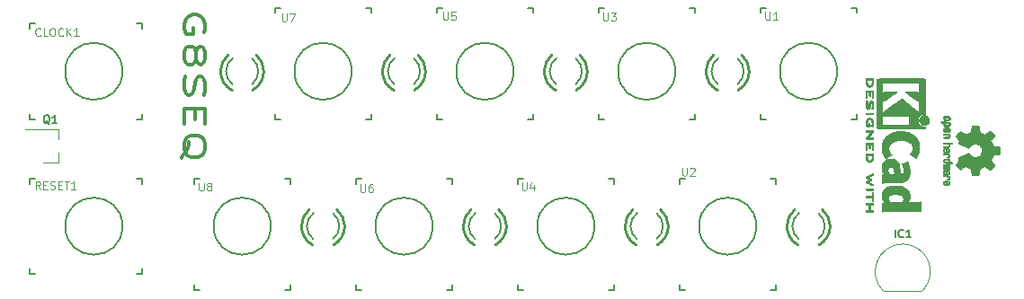
<source format=gto>
G04 #@! TF.GenerationSoftware,KiCad,Pcbnew,5.1.4-e60b266~84~ubuntu18.04.1*
G04 #@! TF.CreationDate,2019-10-20T18:50:50+01:00*
G04 #@! TF.ProjectId,triggerseq,74726967-6765-4727-9365-712e6b696361,rev?*
G04 #@! TF.SameCoordinates,Original*
G04 #@! TF.FileFunction,Legend,Top*
G04 #@! TF.FilePolarity,Positive*
%FSLAX46Y46*%
G04 Gerber Fmt 4.6, Leading zero omitted, Abs format (unit mm)*
G04 Created by KiCad (PCBNEW 5.1.4-e60b266~84~ubuntu18.04.1) date 2019-10-20 18:50:50*
%MOMM*%
%LPD*%
G04 APERTURE LIST*
%ADD10C,0.300000*%
%ADD11C,0.010000*%
%ADD12C,0.120000*%
%ADD13C,0.254000*%
%ADD14C,0.152400*%
%ADD15C,0.127000*%
%ADD16C,0.150000*%
%ADD17C,0.099750*%
G04 APERTURE END LIST*
D10*
X119364000Y-94060000D02*
X119459238Y-93774285D01*
X119459238Y-93345714D01*
X119364000Y-92917142D01*
X119173523Y-92631428D01*
X118983047Y-92488571D01*
X118602095Y-92345714D01*
X118316380Y-92345714D01*
X117935428Y-92488571D01*
X117744952Y-92631428D01*
X117554476Y-92917142D01*
X117459238Y-93345714D01*
X117459238Y-93631428D01*
X117554476Y-94060000D01*
X117649714Y-94202857D01*
X118316380Y-94202857D01*
X118316380Y-93631428D01*
X118602095Y-95917142D02*
X118697333Y-95631428D01*
X118792571Y-95488571D01*
X118983047Y-95345714D01*
X119078285Y-95345714D01*
X119268761Y-95488571D01*
X119364000Y-95631428D01*
X119459238Y-95917142D01*
X119459238Y-96488571D01*
X119364000Y-96774285D01*
X119268761Y-96917142D01*
X119078285Y-97060000D01*
X118983047Y-97060000D01*
X118792571Y-96917142D01*
X118697333Y-96774285D01*
X118602095Y-96488571D01*
X118602095Y-95917142D01*
X118506857Y-95631428D01*
X118411619Y-95488571D01*
X118221142Y-95345714D01*
X117840190Y-95345714D01*
X117649714Y-95488571D01*
X117554476Y-95631428D01*
X117459238Y-95917142D01*
X117459238Y-96488571D01*
X117554476Y-96774285D01*
X117649714Y-96917142D01*
X117840190Y-97060000D01*
X118221142Y-97060000D01*
X118411619Y-96917142D01*
X118506857Y-96774285D01*
X118602095Y-96488571D01*
X117554476Y-98202857D02*
X117459238Y-98631428D01*
X117459238Y-99345714D01*
X117554476Y-99631428D01*
X117649714Y-99774285D01*
X117840190Y-99917142D01*
X118030666Y-99917142D01*
X118221142Y-99774285D01*
X118316380Y-99631428D01*
X118411619Y-99345714D01*
X118506857Y-98774285D01*
X118602095Y-98488571D01*
X118697333Y-98345714D01*
X118887809Y-98202857D01*
X119078285Y-98202857D01*
X119268761Y-98345714D01*
X119364000Y-98488571D01*
X119459238Y-98774285D01*
X119459238Y-99488571D01*
X119364000Y-99917142D01*
X118506857Y-101202857D02*
X118506857Y-102202857D01*
X117459238Y-102631428D02*
X117459238Y-101202857D01*
X119459238Y-101202857D01*
X119459238Y-102631428D01*
X117268761Y-105917142D02*
X117364000Y-105631428D01*
X117554476Y-105345714D01*
X117840190Y-104917142D01*
X117935428Y-104631428D01*
X117935428Y-104345714D01*
X117459238Y-104488571D02*
X117554476Y-104202857D01*
X117744952Y-103917142D01*
X118125904Y-103774285D01*
X118792571Y-103774285D01*
X119173523Y-103917142D01*
X119364000Y-104202857D01*
X119459238Y-104488571D01*
X119459238Y-105060000D01*
X119364000Y-105345714D01*
X119173523Y-105631428D01*
X118792571Y-105774285D01*
X118125904Y-105774285D01*
X117744952Y-105631428D01*
X117554476Y-105345714D01*
X117459238Y-105060000D01*
X117459238Y-104488571D01*
D11*
G36*
X194273652Y-105259910D02*
G01*
X194273222Y-105338454D01*
X194272058Y-105395298D01*
X194269793Y-105434105D01*
X194266060Y-105458538D01*
X194260494Y-105472262D01*
X194252727Y-105478940D01*
X194242395Y-105482236D01*
X194241057Y-105482556D01*
X194216921Y-105487562D01*
X194169299Y-105496829D01*
X194103259Y-105509392D01*
X194023872Y-105524287D01*
X193936204Y-105540551D01*
X193933125Y-105541119D01*
X193847211Y-105557410D01*
X193771304Y-105572652D01*
X193709955Y-105585861D01*
X193667718Y-105596054D01*
X193649145Y-105602248D01*
X193648816Y-105602543D01*
X193639747Y-105620788D01*
X193624633Y-105658405D01*
X193606738Y-105707271D01*
X193606642Y-105707543D01*
X193583507Y-105769093D01*
X193554035Y-105841657D01*
X193524403Y-105910057D01*
X193522938Y-105913294D01*
X193472374Y-106024702D01*
X193640840Y-106271399D01*
X193692197Y-106347077D01*
X193738111Y-106415631D01*
X193775970Y-106473088D01*
X193803163Y-106515476D01*
X193817079Y-106538825D01*
X193818111Y-106541042D01*
X193813516Y-106558010D01*
X193791345Y-106589701D01*
X193750553Y-106637352D01*
X193690095Y-106702198D01*
X193625773Y-106768397D01*
X193562388Y-106832214D01*
X193504549Y-106889329D01*
X193455825Y-106936305D01*
X193419790Y-106969703D01*
X193400016Y-106986085D01*
X193398998Y-106986694D01*
X193385428Y-106988505D01*
X193363267Y-106981683D01*
X193329522Y-106964540D01*
X193281200Y-106935393D01*
X193215308Y-106892555D01*
X193130483Y-106835448D01*
X193055823Y-106784766D01*
X192988860Y-106739461D01*
X192933484Y-106702150D01*
X192893580Y-106675452D01*
X192873038Y-106661985D01*
X192871644Y-106661137D01*
X192851962Y-106662781D01*
X192813707Y-106675245D01*
X192764111Y-106696048D01*
X192748272Y-106703462D01*
X192677710Y-106735814D01*
X192597647Y-106770328D01*
X192528371Y-106798365D01*
X192476955Y-106818568D01*
X192437881Y-106834615D01*
X192417459Y-106843888D01*
X192415886Y-106845041D01*
X192413279Y-106862096D01*
X192406137Y-106902298D01*
X192395477Y-106960302D01*
X192382315Y-107030763D01*
X192367667Y-107108335D01*
X192352551Y-107187672D01*
X192337982Y-107263431D01*
X192324978Y-107330264D01*
X192314555Y-107382828D01*
X192307730Y-107415776D01*
X192305801Y-107423857D01*
X192301038Y-107432205D01*
X192290282Y-107438506D01*
X192269902Y-107443045D01*
X192236266Y-107446104D01*
X192185745Y-107447967D01*
X192114708Y-107448918D01*
X192019524Y-107449240D01*
X191980508Y-107449257D01*
X191663201Y-107449257D01*
X191648161Y-107373057D01*
X191640005Y-107330663D01*
X191628101Y-107267400D01*
X191613884Y-107190962D01*
X191598790Y-107109043D01*
X191594645Y-107086400D01*
X191579947Y-107010806D01*
X191565495Y-106944953D01*
X191552625Y-106894366D01*
X191542678Y-106864574D01*
X191539713Y-106859612D01*
X191518717Y-106847426D01*
X191478033Y-106829953D01*
X191425678Y-106810577D01*
X191414400Y-106806734D01*
X191344477Y-106781339D01*
X191265582Y-106749817D01*
X191194734Y-106718969D01*
X191194405Y-106718817D01*
X191083267Y-106667447D01*
X190834747Y-106836399D01*
X190586228Y-107005352D01*
X190368942Y-106788429D01*
X190304274Y-106722819D01*
X190247267Y-106662979D01*
X190200967Y-106612267D01*
X190168416Y-106574046D01*
X190152657Y-106551675D01*
X190151657Y-106548466D01*
X190159531Y-106529626D01*
X190181422Y-106491180D01*
X190214733Y-106437330D01*
X190256869Y-106372276D01*
X190304057Y-106301940D01*
X190352190Y-106230555D01*
X190394072Y-106166908D01*
X190427129Y-106115041D01*
X190448782Y-106078995D01*
X190456457Y-106062867D01*
X190449963Y-106043189D01*
X190432850Y-106005875D01*
X190408674Y-105958621D01*
X190405987Y-105953612D01*
X190374073Y-105889977D01*
X190358421Y-105846341D01*
X190358255Y-105819202D01*
X190372796Y-105805057D01*
X190373000Y-105804975D01*
X190390221Y-105797905D01*
X190431101Y-105781042D01*
X190492475Y-105755695D01*
X190571181Y-105723171D01*
X190664053Y-105684778D01*
X190767928Y-105641822D01*
X190868498Y-105600222D01*
X190979484Y-105554504D01*
X191082297Y-105512526D01*
X191173785Y-105475548D01*
X191250799Y-105444827D01*
X191310185Y-105421622D01*
X191348791Y-105407190D01*
X191363200Y-105402743D01*
X191379728Y-105413896D01*
X191406070Y-105443069D01*
X191435113Y-105481971D01*
X191526961Y-105592757D01*
X191632241Y-105679351D01*
X191748734Y-105740716D01*
X191874224Y-105775815D01*
X192006493Y-105783608D01*
X192067543Y-105777943D01*
X192194205Y-105747078D01*
X192306059Y-105693920D01*
X192401999Y-105621767D01*
X192480924Y-105533917D01*
X192541730Y-105433665D01*
X192583313Y-105324310D01*
X192604572Y-105209147D01*
X192604401Y-105091475D01*
X192581699Y-104974590D01*
X192535362Y-104861789D01*
X192464287Y-104756369D01*
X192424089Y-104712368D01*
X192320871Y-104627979D01*
X192208075Y-104569222D01*
X192088990Y-104535704D01*
X191966905Y-104527035D01*
X191845107Y-104542823D01*
X191726884Y-104582678D01*
X191615525Y-104646207D01*
X191514316Y-104733021D01*
X191435113Y-104830029D01*
X191404838Y-104870437D01*
X191378781Y-104898982D01*
X191363175Y-104909257D01*
X191346157Y-104903877D01*
X191305500Y-104888575D01*
X191244358Y-104864612D01*
X191165881Y-104833244D01*
X191073220Y-104795732D01*
X190969528Y-104753333D01*
X190868474Y-104711663D01*
X190757393Y-104665690D01*
X190654459Y-104623107D01*
X190562835Y-104585221D01*
X190485684Y-104553340D01*
X190426169Y-104528771D01*
X190387456Y-104512820D01*
X190373000Y-104506910D01*
X190358315Y-104492948D01*
X190358358Y-104465940D01*
X190373901Y-104422413D01*
X190405716Y-104358890D01*
X190405987Y-104358388D01*
X190430677Y-104310560D01*
X190448662Y-104271897D01*
X190456386Y-104250095D01*
X190456457Y-104249133D01*
X190448622Y-104232721D01*
X190426835Y-104196487D01*
X190393672Y-104144474D01*
X190351709Y-104080725D01*
X190304057Y-104010060D01*
X190255809Y-103938116D01*
X190213849Y-103873274D01*
X190180773Y-103819735D01*
X190159179Y-103781697D01*
X190151657Y-103763533D01*
X190161543Y-103746808D01*
X190189174Y-103713180D01*
X190231505Y-103666010D01*
X190285495Y-103608658D01*
X190348101Y-103544484D01*
X190369017Y-103523497D01*
X190586377Y-103306499D01*
X190828780Y-103471668D01*
X190903219Y-103521864D01*
X190970028Y-103565919D01*
X191025335Y-103601362D01*
X191065271Y-103625719D01*
X191085964Y-103636522D01*
X191087437Y-103636838D01*
X191106942Y-103631143D01*
X191146178Y-103615826D01*
X191198570Y-103593537D01*
X191233645Y-103577893D01*
X191300799Y-103548641D01*
X191368642Y-103521094D01*
X191425966Y-103499737D01*
X191443428Y-103493935D01*
X191490062Y-103477452D01*
X191526095Y-103461340D01*
X191539713Y-103452490D01*
X191548048Y-103432960D01*
X191559863Y-103390334D01*
X191573819Y-103330145D01*
X191588578Y-103257922D01*
X191594645Y-103225600D01*
X191609727Y-103143522D01*
X191624331Y-103064795D01*
X191637020Y-102997109D01*
X191646358Y-102948160D01*
X191648161Y-102938943D01*
X191663201Y-102862743D01*
X191980508Y-102862743D01*
X192084846Y-102862914D01*
X192163787Y-102863616D01*
X192220962Y-102865134D01*
X192260001Y-102867749D01*
X192284535Y-102871746D01*
X192298195Y-102877409D01*
X192304611Y-102885020D01*
X192305801Y-102888143D01*
X192310020Y-102906978D01*
X192318438Y-102948588D01*
X192330039Y-103007630D01*
X192343805Y-103078757D01*
X192358720Y-103156625D01*
X192373768Y-103235887D01*
X192387931Y-103311198D01*
X192400194Y-103377213D01*
X192409539Y-103428587D01*
X192414950Y-103459975D01*
X192415886Y-103466959D01*
X192428404Y-103473285D01*
X192461754Y-103487290D01*
X192509623Y-103506355D01*
X192528371Y-103513634D01*
X192600805Y-103542996D01*
X192680830Y-103577571D01*
X192748272Y-103608537D01*
X192799841Y-103631323D01*
X192842215Y-103646482D01*
X192868166Y-103651542D01*
X192871644Y-103650736D01*
X192888064Y-103640041D01*
X192924583Y-103615620D01*
X192977313Y-103580095D01*
X193042365Y-103536087D01*
X193115849Y-103486217D01*
X193130355Y-103476356D01*
X193216296Y-103418492D01*
X193281739Y-103375956D01*
X193329696Y-103347054D01*
X193363180Y-103330090D01*
X193385205Y-103323367D01*
X193398783Y-103325190D01*
X193398869Y-103325236D01*
X193416703Y-103339586D01*
X193451183Y-103371323D01*
X193498732Y-103417010D01*
X193555778Y-103473204D01*
X193618745Y-103536468D01*
X193625773Y-103543602D01*
X193702980Y-103623330D01*
X193759670Y-103684857D01*
X193796890Y-103729421D01*
X193815685Y-103758257D01*
X193818111Y-103770958D01*
X193807529Y-103789494D01*
X193783084Y-103827961D01*
X193747388Y-103882386D01*
X193703053Y-103948798D01*
X193652689Y-104023225D01*
X193640840Y-104040601D01*
X193472374Y-104287297D01*
X193522938Y-104398706D01*
X193552405Y-104466457D01*
X193582041Y-104539183D01*
X193605670Y-104601703D01*
X193606642Y-104604457D01*
X193624543Y-104653360D01*
X193639680Y-104691057D01*
X193648790Y-104709425D01*
X193648816Y-104709456D01*
X193665283Y-104715285D01*
X193705781Y-104725192D01*
X193765758Y-104738195D01*
X193840660Y-104753309D01*
X193925936Y-104769552D01*
X193933125Y-104770881D01*
X194020986Y-104787175D01*
X194100740Y-104802133D01*
X194167319Y-104814791D01*
X194215653Y-104824186D01*
X194240675Y-104829354D01*
X194241057Y-104829444D01*
X194251701Y-104832589D01*
X194259738Y-104838704D01*
X194265533Y-104851453D01*
X194269453Y-104874500D01*
X194271865Y-104911509D01*
X194273135Y-104966144D01*
X194273629Y-105042067D01*
X194273714Y-105142944D01*
X194273714Y-105156000D01*
X194273652Y-105259910D01*
X194273652Y-105259910D01*
G37*
X194273652Y-105259910D02*
X194273222Y-105338454D01*
X194272058Y-105395298D01*
X194269793Y-105434105D01*
X194266060Y-105458538D01*
X194260494Y-105472262D01*
X194252727Y-105478940D01*
X194242395Y-105482236D01*
X194241057Y-105482556D01*
X194216921Y-105487562D01*
X194169299Y-105496829D01*
X194103259Y-105509392D01*
X194023872Y-105524287D01*
X193936204Y-105540551D01*
X193933125Y-105541119D01*
X193847211Y-105557410D01*
X193771304Y-105572652D01*
X193709955Y-105585861D01*
X193667718Y-105596054D01*
X193649145Y-105602248D01*
X193648816Y-105602543D01*
X193639747Y-105620788D01*
X193624633Y-105658405D01*
X193606738Y-105707271D01*
X193606642Y-105707543D01*
X193583507Y-105769093D01*
X193554035Y-105841657D01*
X193524403Y-105910057D01*
X193522938Y-105913294D01*
X193472374Y-106024702D01*
X193640840Y-106271399D01*
X193692197Y-106347077D01*
X193738111Y-106415631D01*
X193775970Y-106473088D01*
X193803163Y-106515476D01*
X193817079Y-106538825D01*
X193818111Y-106541042D01*
X193813516Y-106558010D01*
X193791345Y-106589701D01*
X193750553Y-106637352D01*
X193690095Y-106702198D01*
X193625773Y-106768397D01*
X193562388Y-106832214D01*
X193504549Y-106889329D01*
X193455825Y-106936305D01*
X193419790Y-106969703D01*
X193400016Y-106986085D01*
X193398998Y-106986694D01*
X193385428Y-106988505D01*
X193363267Y-106981683D01*
X193329522Y-106964540D01*
X193281200Y-106935393D01*
X193215308Y-106892555D01*
X193130483Y-106835448D01*
X193055823Y-106784766D01*
X192988860Y-106739461D01*
X192933484Y-106702150D01*
X192893580Y-106675452D01*
X192873038Y-106661985D01*
X192871644Y-106661137D01*
X192851962Y-106662781D01*
X192813707Y-106675245D01*
X192764111Y-106696048D01*
X192748272Y-106703462D01*
X192677710Y-106735814D01*
X192597647Y-106770328D01*
X192528371Y-106798365D01*
X192476955Y-106818568D01*
X192437881Y-106834615D01*
X192417459Y-106843888D01*
X192415886Y-106845041D01*
X192413279Y-106862096D01*
X192406137Y-106902298D01*
X192395477Y-106960302D01*
X192382315Y-107030763D01*
X192367667Y-107108335D01*
X192352551Y-107187672D01*
X192337982Y-107263431D01*
X192324978Y-107330264D01*
X192314555Y-107382828D01*
X192307730Y-107415776D01*
X192305801Y-107423857D01*
X192301038Y-107432205D01*
X192290282Y-107438506D01*
X192269902Y-107443045D01*
X192236266Y-107446104D01*
X192185745Y-107447967D01*
X192114708Y-107448918D01*
X192019524Y-107449240D01*
X191980508Y-107449257D01*
X191663201Y-107449257D01*
X191648161Y-107373057D01*
X191640005Y-107330663D01*
X191628101Y-107267400D01*
X191613884Y-107190962D01*
X191598790Y-107109043D01*
X191594645Y-107086400D01*
X191579947Y-107010806D01*
X191565495Y-106944953D01*
X191552625Y-106894366D01*
X191542678Y-106864574D01*
X191539713Y-106859612D01*
X191518717Y-106847426D01*
X191478033Y-106829953D01*
X191425678Y-106810577D01*
X191414400Y-106806734D01*
X191344477Y-106781339D01*
X191265582Y-106749817D01*
X191194734Y-106718969D01*
X191194405Y-106718817D01*
X191083267Y-106667447D01*
X190834747Y-106836399D01*
X190586228Y-107005352D01*
X190368942Y-106788429D01*
X190304274Y-106722819D01*
X190247267Y-106662979D01*
X190200967Y-106612267D01*
X190168416Y-106574046D01*
X190152657Y-106551675D01*
X190151657Y-106548466D01*
X190159531Y-106529626D01*
X190181422Y-106491180D01*
X190214733Y-106437330D01*
X190256869Y-106372276D01*
X190304057Y-106301940D01*
X190352190Y-106230555D01*
X190394072Y-106166908D01*
X190427129Y-106115041D01*
X190448782Y-106078995D01*
X190456457Y-106062867D01*
X190449963Y-106043189D01*
X190432850Y-106005875D01*
X190408674Y-105958621D01*
X190405987Y-105953612D01*
X190374073Y-105889977D01*
X190358421Y-105846341D01*
X190358255Y-105819202D01*
X190372796Y-105805057D01*
X190373000Y-105804975D01*
X190390221Y-105797905D01*
X190431101Y-105781042D01*
X190492475Y-105755695D01*
X190571181Y-105723171D01*
X190664053Y-105684778D01*
X190767928Y-105641822D01*
X190868498Y-105600222D01*
X190979484Y-105554504D01*
X191082297Y-105512526D01*
X191173785Y-105475548D01*
X191250799Y-105444827D01*
X191310185Y-105421622D01*
X191348791Y-105407190D01*
X191363200Y-105402743D01*
X191379728Y-105413896D01*
X191406070Y-105443069D01*
X191435113Y-105481971D01*
X191526961Y-105592757D01*
X191632241Y-105679351D01*
X191748734Y-105740716D01*
X191874224Y-105775815D01*
X192006493Y-105783608D01*
X192067543Y-105777943D01*
X192194205Y-105747078D01*
X192306059Y-105693920D01*
X192401999Y-105621767D01*
X192480924Y-105533917D01*
X192541730Y-105433665D01*
X192583313Y-105324310D01*
X192604572Y-105209147D01*
X192604401Y-105091475D01*
X192581699Y-104974590D01*
X192535362Y-104861789D01*
X192464287Y-104756369D01*
X192424089Y-104712368D01*
X192320871Y-104627979D01*
X192208075Y-104569222D01*
X192088990Y-104535704D01*
X191966905Y-104527035D01*
X191845107Y-104542823D01*
X191726884Y-104582678D01*
X191615525Y-104646207D01*
X191514316Y-104733021D01*
X191435113Y-104830029D01*
X191404838Y-104870437D01*
X191378781Y-104898982D01*
X191363175Y-104909257D01*
X191346157Y-104903877D01*
X191305500Y-104888575D01*
X191244358Y-104864612D01*
X191165881Y-104833244D01*
X191073220Y-104795732D01*
X190969528Y-104753333D01*
X190868474Y-104711663D01*
X190757393Y-104665690D01*
X190654459Y-104623107D01*
X190562835Y-104585221D01*
X190485684Y-104553340D01*
X190426169Y-104528771D01*
X190387456Y-104512820D01*
X190373000Y-104506910D01*
X190358315Y-104492948D01*
X190358358Y-104465940D01*
X190373901Y-104422413D01*
X190405716Y-104358890D01*
X190405987Y-104358388D01*
X190430677Y-104310560D01*
X190448662Y-104271897D01*
X190456386Y-104250095D01*
X190456457Y-104249133D01*
X190448622Y-104232721D01*
X190426835Y-104196487D01*
X190393672Y-104144474D01*
X190351709Y-104080725D01*
X190304057Y-104010060D01*
X190255809Y-103938116D01*
X190213849Y-103873274D01*
X190180773Y-103819735D01*
X190159179Y-103781697D01*
X190151657Y-103763533D01*
X190161543Y-103746808D01*
X190189174Y-103713180D01*
X190231505Y-103666010D01*
X190285495Y-103608658D01*
X190348101Y-103544484D01*
X190369017Y-103523497D01*
X190586377Y-103306499D01*
X190828780Y-103471668D01*
X190903219Y-103521864D01*
X190970028Y-103565919D01*
X191025335Y-103601362D01*
X191065271Y-103625719D01*
X191085964Y-103636522D01*
X191087437Y-103636838D01*
X191106942Y-103631143D01*
X191146178Y-103615826D01*
X191198570Y-103593537D01*
X191233645Y-103577893D01*
X191300799Y-103548641D01*
X191368642Y-103521094D01*
X191425966Y-103499737D01*
X191443428Y-103493935D01*
X191490062Y-103477452D01*
X191526095Y-103461340D01*
X191539713Y-103452490D01*
X191548048Y-103432960D01*
X191559863Y-103390334D01*
X191573819Y-103330145D01*
X191588578Y-103257922D01*
X191594645Y-103225600D01*
X191609727Y-103143522D01*
X191624331Y-103064795D01*
X191637020Y-102997109D01*
X191646358Y-102948160D01*
X191648161Y-102938943D01*
X191663201Y-102862743D01*
X191980508Y-102862743D01*
X192084846Y-102862914D01*
X192163787Y-102863616D01*
X192220962Y-102865134D01*
X192260001Y-102867749D01*
X192284535Y-102871746D01*
X192298195Y-102877409D01*
X192304611Y-102885020D01*
X192305801Y-102888143D01*
X192310020Y-102906978D01*
X192318438Y-102948588D01*
X192330039Y-103007630D01*
X192343805Y-103078757D01*
X192358720Y-103156625D01*
X192373768Y-103235887D01*
X192387931Y-103311198D01*
X192400194Y-103377213D01*
X192409539Y-103428587D01*
X192414950Y-103459975D01*
X192415886Y-103466959D01*
X192428404Y-103473285D01*
X192461754Y-103487290D01*
X192509623Y-103506355D01*
X192528371Y-103513634D01*
X192600805Y-103542996D01*
X192680830Y-103577571D01*
X192748272Y-103608537D01*
X192799841Y-103631323D01*
X192842215Y-103646482D01*
X192868166Y-103651542D01*
X192871644Y-103650736D01*
X192888064Y-103640041D01*
X192924583Y-103615620D01*
X192977313Y-103580095D01*
X193042365Y-103536087D01*
X193115849Y-103486217D01*
X193130355Y-103476356D01*
X193216296Y-103418492D01*
X193281739Y-103375956D01*
X193329696Y-103347054D01*
X193363180Y-103330090D01*
X193385205Y-103323367D01*
X193398783Y-103325190D01*
X193398869Y-103325236D01*
X193416703Y-103339586D01*
X193451183Y-103371323D01*
X193498732Y-103417010D01*
X193555778Y-103473204D01*
X193618745Y-103536468D01*
X193625773Y-103543602D01*
X193702980Y-103623330D01*
X193759670Y-103684857D01*
X193796890Y-103729421D01*
X193815685Y-103758257D01*
X193818111Y-103770958D01*
X193807529Y-103789494D01*
X193783084Y-103827961D01*
X193747388Y-103882386D01*
X193703053Y-103948798D01*
X193652689Y-104023225D01*
X193640840Y-104040601D01*
X193472374Y-104287297D01*
X193522938Y-104398706D01*
X193552405Y-104466457D01*
X193582041Y-104539183D01*
X193605670Y-104601703D01*
X193606642Y-104604457D01*
X193624543Y-104653360D01*
X193639680Y-104691057D01*
X193648790Y-104709425D01*
X193648816Y-104709456D01*
X193665283Y-104715285D01*
X193705781Y-104725192D01*
X193765758Y-104738195D01*
X193840660Y-104753309D01*
X193925936Y-104769552D01*
X193933125Y-104770881D01*
X194020986Y-104787175D01*
X194100740Y-104802133D01*
X194167319Y-104814791D01*
X194215653Y-104824186D01*
X194240675Y-104829354D01*
X194241057Y-104829444D01*
X194251701Y-104832589D01*
X194259738Y-104838704D01*
X194265533Y-104851453D01*
X194269453Y-104874500D01*
X194271865Y-104911509D01*
X194273135Y-104966144D01*
X194273629Y-105042067D01*
X194273714Y-105142944D01*
X194273714Y-105156000D01*
X194273652Y-105259910D01*
G36*
X189549034Y-108309595D02*
G01*
X189511503Y-108367021D01*
X189477904Y-108394719D01*
X189416936Y-108416662D01*
X189368692Y-108418405D01*
X189304184Y-108414457D01*
X189239066Y-108265686D01*
X189205798Y-108193349D01*
X189179036Y-108146084D01*
X189155856Y-108121507D01*
X189133333Y-108117237D01*
X189108545Y-108130889D01*
X189092114Y-108145943D01*
X189065765Y-108189746D01*
X189063919Y-108237389D01*
X189084454Y-108281145D01*
X189125248Y-108313289D01*
X189139653Y-108319038D01*
X189184644Y-108346576D01*
X189203818Y-108378258D01*
X189220221Y-108421714D01*
X189158034Y-108421714D01*
X189115717Y-108417872D01*
X189080031Y-108402823D01*
X189039057Y-108371280D01*
X189033733Y-108366592D01*
X188997280Y-108331506D01*
X188977717Y-108301347D01*
X188968717Y-108263615D01*
X188965770Y-108232335D01*
X188965035Y-108176385D01*
X188974340Y-108136555D01*
X188988154Y-108111708D01*
X189018533Y-108072656D01*
X189051387Y-108045625D01*
X189092706Y-108028517D01*
X189148479Y-108019238D01*
X189224695Y-108015693D01*
X189263378Y-108015410D01*
X189309753Y-108016372D01*
X189309753Y-108104007D01*
X189284874Y-108105023D01*
X189280800Y-108107556D01*
X189286335Y-108124274D01*
X189300983Y-108160249D01*
X189321810Y-108208331D01*
X189326286Y-108218386D01*
X189357186Y-108279152D01*
X189384343Y-108312632D01*
X189409780Y-108319990D01*
X189435519Y-108302391D01*
X189446891Y-108287856D01*
X189469636Y-108235410D01*
X189465878Y-108186322D01*
X189438116Y-108145227D01*
X189388848Y-108116758D01*
X189349743Y-108107631D01*
X189309753Y-108104007D01*
X189309753Y-108016372D01*
X189353751Y-108017285D01*
X189420616Y-108024196D01*
X189469305Y-108037884D01*
X189505151Y-108060096D01*
X189533487Y-108092574D01*
X189542645Y-108106733D01*
X189566493Y-108171053D01*
X189567994Y-108241473D01*
X189549034Y-108309595D01*
X189549034Y-108309595D01*
G37*
X189549034Y-108309595D02*
X189511503Y-108367021D01*
X189477904Y-108394719D01*
X189416936Y-108416662D01*
X189368692Y-108418405D01*
X189304184Y-108414457D01*
X189239066Y-108265686D01*
X189205798Y-108193349D01*
X189179036Y-108146084D01*
X189155856Y-108121507D01*
X189133333Y-108117237D01*
X189108545Y-108130889D01*
X189092114Y-108145943D01*
X189065765Y-108189746D01*
X189063919Y-108237389D01*
X189084454Y-108281145D01*
X189125248Y-108313289D01*
X189139653Y-108319038D01*
X189184644Y-108346576D01*
X189203818Y-108378258D01*
X189220221Y-108421714D01*
X189158034Y-108421714D01*
X189115717Y-108417872D01*
X189080031Y-108402823D01*
X189039057Y-108371280D01*
X189033733Y-108366592D01*
X188997280Y-108331506D01*
X188977717Y-108301347D01*
X188968717Y-108263615D01*
X188965770Y-108232335D01*
X188965035Y-108176385D01*
X188974340Y-108136555D01*
X188988154Y-108111708D01*
X189018533Y-108072656D01*
X189051387Y-108045625D01*
X189092706Y-108028517D01*
X189148479Y-108019238D01*
X189224695Y-108015693D01*
X189263378Y-108015410D01*
X189309753Y-108016372D01*
X189309753Y-108104007D01*
X189284874Y-108105023D01*
X189280800Y-108107556D01*
X189286335Y-108124274D01*
X189300983Y-108160249D01*
X189321810Y-108208331D01*
X189326286Y-108218386D01*
X189357186Y-108279152D01*
X189384343Y-108312632D01*
X189409780Y-108319990D01*
X189435519Y-108302391D01*
X189446891Y-108287856D01*
X189469636Y-108235410D01*
X189465878Y-108186322D01*
X189438116Y-108145227D01*
X189388848Y-108116758D01*
X189349743Y-108107631D01*
X189309753Y-108104007D01*
X189309753Y-108016372D01*
X189353751Y-108017285D01*
X189420616Y-108024196D01*
X189469305Y-108037884D01*
X189505151Y-108060096D01*
X189533487Y-108092574D01*
X189542645Y-108106733D01*
X189566493Y-108171053D01*
X189567994Y-108241473D01*
X189549034Y-108309595D01*
G36*
X189557248Y-107808600D02*
G01*
X189549666Y-107825948D01*
X189516872Y-107867356D01*
X189469453Y-107902765D01*
X189418849Y-107924664D01*
X189393902Y-107928229D01*
X189359073Y-107916279D01*
X189340643Y-107890067D01*
X189329484Y-107861964D01*
X189327428Y-107849095D01*
X189342351Y-107842829D01*
X189374825Y-107830456D01*
X189389498Y-107825028D01*
X189440256Y-107794590D01*
X189465573Y-107750520D01*
X189464794Y-107694010D01*
X189463797Y-107689825D01*
X189449493Y-107659655D01*
X189421607Y-107637476D01*
X189376713Y-107622327D01*
X189311385Y-107613250D01*
X189222196Y-107609286D01*
X189174739Y-107608914D01*
X189099929Y-107608730D01*
X189048931Y-107607522D01*
X189016529Y-107604309D01*
X188997505Y-107598109D01*
X188986644Y-107587940D01*
X188978728Y-107572819D01*
X188978330Y-107571946D01*
X188966019Y-107542828D01*
X188961486Y-107528403D01*
X188975191Y-107526186D01*
X189013075Y-107524289D01*
X189070285Y-107522847D01*
X189141973Y-107521998D01*
X189194435Y-107521829D01*
X189295953Y-107522692D01*
X189372968Y-107526070D01*
X189429977Y-107533142D01*
X189471474Y-107545088D01*
X189501957Y-107563090D01*
X189525920Y-107588327D01*
X189542645Y-107613247D01*
X189564903Y-107673171D01*
X189569924Y-107742911D01*
X189557248Y-107808600D01*
X189557248Y-107808600D01*
G37*
X189557248Y-107808600D02*
X189549666Y-107825948D01*
X189516872Y-107867356D01*
X189469453Y-107902765D01*
X189418849Y-107924664D01*
X189393902Y-107928229D01*
X189359073Y-107916279D01*
X189340643Y-107890067D01*
X189329484Y-107861964D01*
X189327428Y-107849095D01*
X189342351Y-107842829D01*
X189374825Y-107830456D01*
X189389498Y-107825028D01*
X189440256Y-107794590D01*
X189465573Y-107750520D01*
X189464794Y-107694010D01*
X189463797Y-107689825D01*
X189449493Y-107659655D01*
X189421607Y-107637476D01*
X189376713Y-107622327D01*
X189311385Y-107613250D01*
X189222196Y-107609286D01*
X189174739Y-107608914D01*
X189099929Y-107608730D01*
X189048931Y-107607522D01*
X189016529Y-107604309D01*
X188997505Y-107598109D01*
X188986644Y-107587940D01*
X188978728Y-107572819D01*
X188978330Y-107571946D01*
X188966019Y-107542828D01*
X188961486Y-107528403D01*
X188975191Y-107526186D01*
X189013075Y-107524289D01*
X189070285Y-107522847D01*
X189141973Y-107521998D01*
X189194435Y-107521829D01*
X189295953Y-107522692D01*
X189372968Y-107526070D01*
X189429977Y-107533142D01*
X189471474Y-107545088D01*
X189501957Y-107563090D01*
X189525920Y-107588327D01*
X189542645Y-107613247D01*
X189564903Y-107673171D01*
X189569924Y-107742911D01*
X189557248Y-107808600D01*
G36*
X189559665Y-107300876D02*
G01*
X189540656Y-107342667D01*
X189517622Y-107375469D01*
X189491867Y-107399503D01*
X189458642Y-107416097D01*
X189413200Y-107426577D01*
X189350793Y-107432271D01*
X189266673Y-107434507D01*
X189211279Y-107434743D01*
X188995174Y-107434743D01*
X188978330Y-107397774D01*
X188966019Y-107368656D01*
X188961486Y-107354231D01*
X188974975Y-107351472D01*
X189011347Y-107349282D01*
X189064458Y-107347942D01*
X189106628Y-107347657D01*
X189167553Y-107346434D01*
X189215885Y-107343136D01*
X189245482Y-107338321D01*
X189251771Y-107334496D01*
X189245348Y-107308783D01*
X189228875Y-107268418D01*
X189206542Y-107221679D01*
X189182543Y-107176845D01*
X189161070Y-107142193D01*
X189146315Y-107126002D01*
X189146155Y-107125938D01*
X189118848Y-107127330D01*
X189092781Y-107139818D01*
X189071608Y-107161743D01*
X189064526Y-107193743D01*
X189065351Y-107221092D01*
X189065958Y-107259826D01*
X189056884Y-107280158D01*
X189032908Y-107292369D01*
X189028387Y-107293909D01*
X188994194Y-107299203D01*
X188973432Y-107285047D01*
X188963538Y-107248148D01*
X188961708Y-107208289D01*
X188975273Y-107136562D01*
X188994645Y-107099432D01*
X189040155Y-107053576D01*
X189096017Y-107029256D01*
X189155043Y-107027073D01*
X189210047Y-107047629D01*
X189244514Y-107078549D01*
X189263811Y-107109420D01*
X189288241Y-107157942D01*
X189313015Y-107214485D01*
X189316801Y-107223910D01*
X189344209Y-107286019D01*
X189368366Y-107321822D01*
X189392381Y-107333337D01*
X189419365Y-107322580D01*
X189440457Y-107304114D01*
X189466428Y-107260469D01*
X189468376Y-107212446D01*
X189448363Y-107168406D01*
X189408449Y-107136709D01*
X189398152Y-107132549D01*
X189360276Y-107108327D01*
X189332158Y-107072965D01*
X189309083Y-107028343D01*
X189374515Y-107028343D01*
X189414494Y-107030969D01*
X189446003Y-107042230D01*
X189479622Y-107067199D01*
X189505516Y-107091169D01*
X189542183Y-107128441D01*
X189561879Y-107157401D01*
X189569780Y-107188505D01*
X189571086Y-107223713D01*
X189559665Y-107300876D01*
X189559665Y-107300876D01*
G37*
X189559665Y-107300876D02*
X189540656Y-107342667D01*
X189517622Y-107375469D01*
X189491867Y-107399503D01*
X189458642Y-107416097D01*
X189413200Y-107426577D01*
X189350793Y-107432271D01*
X189266673Y-107434507D01*
X189211279Y-107434743D01*
X188995174Y-107434743D01*
X188978330Y-107397774D01*
X188966019Y-107368656D01*
X188961486Y-107354231D01*
X188974975Y-107351472D01*
X189011347Y-107349282D01*
X189064458Y-107347942D01*
X189106628Y-107347657D01*
X189167553Y-107346434D01*
X189215885Y-107343136D01*
X189245482Y-107338321D01*
X189251771Y-107334496D01*
X189245348Y-107308783D01*
X189228875Y-107268418D01*
X189206542Y-107221679D01*
X189182543Y-107176845D01*
X189161070Y-107142193D01*
X189146315Y-107126002D01*
X189146155Y-107125938D01*
X189118848Y-107127330D01*
X189092781Y-107139818D01*
X189071608Y-107161743D01*
X189064526Y-107193743D01*
X189065351Y-107221092D01*
X189065958Y-107259826D01*
X189056884Y-107280158D01*
X189032908Y-107292369D01*
X189028387Y-107293909D01*
X188994194Y-107299203D01*
X188973432Y-107285047D01*
X188963538Y-107248148D01*
X188961708Y-107208289D01*
X188975273Y-107136562D01*
X188994645Y-107099432D01*
X189040155Y-107053576D01*
X189096017Y-107029256D01*
X189155043Y-107027073D01*
X189210047Y-107047629D01*
X189244514Y-107078549D01*
X189263811Y-107109420D01*
X189288241Y-107157942D01*
X189313015Y-107214485D01*
X189316801Y-107223910D01*
X189344209Y-107286019D01*
X189368366Y-107321822D01*
X189392381Y-107333337D01*
X189419365Y-107322580D01*
X189440457Y-107304114D01*
X189466428Y-107260469D01*
X189468376Y-107212446D01*
X189448363Y-107168406D01*
X189408449Y-107136709D01*
X189398152Y-107132549D01*
X189360276Y-107108327D01*
X189332158Y-107072965D01*
X189309083Y-107028343D01*
X189374515Y-107028343D01*
X189414494Y-107030969D01*
X189446003Y-107042230D01*
X189479622Y-107067199D01*
X189505516Y-107091169D01*
X189542183Y-107128441D01*
X189561879Y-107157401D01*
X189569780Y-107188505D01*
X189571086Y-107223713D01*
X189559665Y-107300876D01*
G36*
X189557337Y-106935833D02*
G01*
X189519150Y-106938048D01*
X189461114Y-106939784D01*
X189387820Y-106940899D01*
X189310945Y-106941257D01*
X189050804Y-106941257D01*
X189004873Y-106895326D01*
X188976571Y-106863675D01*
X188965107Y-106835890D01*
X188965832Y-106797915D01*
X188967679Y-106782840D01*
X188973052Y-106735726D01*
X188976131Y-106696756D01*
X188976415Y-106687257D01*
X188974555Y-106655233D01*
X188969886Y-106609432D01*
X188967679Y-106591674D01*
X188964265Y-106548057D01*
X188971680Y-106518745D01*
X188994573Y-106489680D01*
X189004873Y-106479188D01*
X189050804Y-106433257D01*
X189537398Y-106433257D01*
X189554242Y-106470226D01*
X189566718Y-106502059D01*
X189571086Y-106520683D01*
X189557282Y-106525458D01*
X189518714Y-106529921D01*
X189459644Y-106533775D01*
X189384337Y-106536722D01*
X189320714Y-106538143D01*
X189070343Y-106542114D01*
X189065444Y-106576759D01*
X189068869Y-106608268D01*
X189079959Y-106623708D01*
X189100692Y-106628023D01*
X189144855Y-106631708D01*
X189206854Y-106634469D01*
X189281091Y-106636012D01*
X189319294Y-106636235D01*
X189539217Y-106636457D01*
X189555151Y-106682166D01*
X189565985Y-106714518D01*
X189571038Y-106732115D01*
X189571086Y-106732623D01*
X189557352Y-106734388D01*
X189519270Y-106736329D01*
X189461518Y-106738282D01*
X189388773Y-106740084D01*
X189320714Y-106741343D01*
X189070343Y-106745314D01*
X189070343Y-106832400D01*
X189298760Y-106836396D01*
X189527178Y-106840392D01*
X189549132Y-106882847D01*
X189564207Y-106914192D01*
X189571049Y-106932744D01*
X189571086Y-106933279D01*
X189557337Y-106935833D01*
X189557337Y-106935833D01*
G37*
X189557337Y-106935833D02*
X189519150Y-106938048D01*
X189461114Y-106939784D01*
X189387820Y-106940899D01*
X189310945Y-106941257D01*
X189050804Y-106941257D01*
X189004873Y-106895326D01*
X188976571Y-106863675D01*
X188965107Y-106835890D01*
X188965832Y-106797915D01*
X188967679Y-106782840D01*
X188973052Y-106735726D01*
X188976131Y-106696756D01*
X188976415Y-106687257D01*
X188974555Y-106655233D01*
X188969886Y-106609432D01*
X188967679Y-106591674D01*
X188964265Y-106548057D01*
X188971680Y-106518745D01*
X188994573Y-106489680D01*
X189004873Y-106479188D01*
X189050804Y-106433257D01*
X189537398Y-106433257D01*
X189554242Y-106470226D01*
X189566718Y-106502059D01*
X189571086Y-106520683D01*
X189557282Y-106525458D01*
X189518714Y-106529921D01*
X189459644Y-106533775D01*
X189384337Y-106536722D01*
X189320714Y-106538143D01*
X189070343Y-106542114D01*
X189065444Y-106576759D01*
X189068869Y-106608268D01*
X189079959Y-106623708D01*
X189100692Y-106628023D01*
X189144855Y-106631708D01*
X189206854Y-106634469D01*
X189281091Y-106636012D01*
X189319294Y-106636235D01*
X189539217Y-106636457D01*
X189555151Y-106682166D01*
X189565985Y-106714518D01*
X189571038Y-106732115D01*
X189571086Y-106732623D01*
X189557352Y-106734388D01*
X189519270Y-106736329D01*
X189461518Y-106738282D01*
X189388773Y-106740084D01*
X189320714Y-106741343D01*
X189070343Y-106745314D01*
X189070343Y-106832400D01*
X189298760Y-106836396D01*
X189527178Y-106840392D01*
X189549132Y-106882847D01*
X189564207Y-106914192D01*
X189571049Y-106932744D01*
X189571086Y-106933279D01*
X189557337Y-106935833D01*
G36*
X189450642Y-106346117D02*
G01*
X189342163Y-106345933D01*
X189258713Y-106345219D01*
X189196296Y-106343675D01*
X189150915Y-106341001D01*
X189118571Y-106336894D01*
X189095267Y-106331055D01*
X189077005Y-106323182D01*
X189066582Y-106317221D01*
X189010055Y-106267855D01*
X188974623Y-106205264D01*
X188961910Y-106136013D01*
X188973537Y-106066668D01*
X188994432Y-106025375D01*
X189030578Y-105982025D01*
X189074724Y-105952481D01*
X189132538Y-105934655D01*
X189209687Y-105926463D01*
X189266286Y-105925302D01*
X189270353Y-105925458D01*
X189270353Y-106026857D01*
X189205450Y-106027476D01*
X189162486Y-106030314D01*
X189134378Y-106036840D01*
X189114047Y-106048523D01*
X189098712Y-106062483D01*
X189069110Y-106109365D01*
X189066581Y-106159701D01*
X189091295Y-106207276D01*
X189094644Y-106210979D01*
X189112065Y-106226783D01*
X189132791Y-106236693D01*
X189163638Y-106242058D01*
X189211423Y-106244228D01*
X189264252Y-106244571D01*
X189330619Y-106243827D01*
X189374894Y-106240748D01*
X189403991Y-106234061D01*
X189424827Y-106222496D01*
X189435893Y-106213013D01*
X189463802Y-106168960D01*
X189467157Y-106118224D01*
X189445841Y-106069796D01*
X189437927Y-106060450D01*
X189420353Y-106044540D01*
X189399413Y-106034610D01*
X189368218Y-106029278D01*
X189319878Y-106027163D01*
X189270353Y-106026857D01*
X189270353Y-105925458D01*
X189357432Y-105928810D01*
X189425914Y-105940726D01*
X189477400Y-105963135D01*
X189517557Y-105998124D01*
X189538139Y-106025375D01*
X189560375Y-106074907D01*
X189570696Y-106132316D01*
X189567933Y-106185682D01*
X189556788Y-106215543D01*
X189553617Y-106227261D01*
X189565443Y-106235037D01*
X189597134Y-106240465D01*
X189645407Y-106244571D01*
X189699171Y-106249067D01*
X189731518Y-106255313D01*
X189750015Y-106266676D01*
X189762230Y-106286528D01*
X189767638Y-106299000D01*
X189787399Y-106346171D01*
X189450642Y-106346117D01*
X189450642Y-106346117D01*
G37*
X189450642Y-106346117D02*
X189342163Y-106345933D01*
X189258713Y-106345219D01*
X189196296Y-106343675D01*
X189150915Y-106341001D01*
X189118571Y-106336894D01*
X189095267Y-106331055D01*
X189077005Y-106323182D01*
X189066582Y-106317221D01*
X189010055Y-106267855D01*
X188974623Y-106205264D01*
X188961910Y-106136013D01*
X188973537Y-106066668D01*
X188994432Y-106025375D01*
X189030578Y-105982025D01*
X189074724Y-105952481D01*
X189132538Y-105934655D01*
X189209687Y-105926463D01*
X189266286Y-105925302D01*
X189270353Y-105925458D01*
X189270353Y-106026857D01*
X189205450Y-106027476D01*
X189162486Y-106030314D01*
X189134378Y-106036840D01*
X189114047Y-106048523D01*
X189098712Y-106062483D01*
X189069110Y-106109365D01*
X189066581Y-106159701D01*
X189091295Y-106207276D01*
X189094644Y-106210979D01*
X189112065Y-106226783D01*
X189132791Y-106236693D01*
X189163638Y-106242058D01*
X189211423Y-106244228D01*
X189264252Y-106244571D01*
X189330619Y-106243827D01*
X189374894Y-106240748D01*
X189403991Y-106234061D01*
X189424827Y-106222496D01*
X189435893Y-106213013D01*
X189463802Y-106168960D01*
X189467157Y-106118224D01*
X189445841Y-106069796D01*
X189437927Y-106060450D01*
X189420353Y-106044540D01*
X189399413Y-106034610D01*
X189368218Y-106029278D01*
X189319878Y-106027163D01*
X189270353Y-106026857D01*
X189270353Y-105925458D01*
X189357432Y-105928810D01*
X189425914Y-105940726D01*
X189477400Y-105963135D01*
X189517557Y-105998124D01*
X189538139Y-106025375D01*
X189560375Y-106074907D01*
X189570696Y-106132316D01*
X189567933Y-106185682D01*
X189556788Y-106215543D01*
X189553617Y-106227261D01*
X189565443Y-106235037D01*
X189597134Y-106240465D01*
X189645407Y-106244571D01*
X189699171Y-106249067D01*
X189731518Y-106255313D01*
X189750015Y-106266676D01*
X189762230Y-106286528D01*
X189767638Y-106299000D01*
X189787399Y-106346171D01*
X189450642Y-106346117D01*
G36*
X189566245Y-105685926D02*
G01*
X189541916Y-105751858D01*
X189498883Y-105805273D01*
X189468591Y-105826164D01*
X189413006Y-105848939D01*
X189372814Y-105848466D01*
X189345783Y-105824562D01*
X189341187Y-105815717D01*
X189326856Y-105777530D01*
X189330528Y-105758028D01*
X189354593Y-105751422D01*
X189367886Y-105751086D01*
X189416790Y-105738992D01*
X189451001Y-105707471D01*
X189467524Y-105663659D01*
X189463366Y-105614695D01*
X189441773Y-105574894D01*
X189429456Y-105561450D01*
X189414513Y-105551921D01*
X189391925Y-105545485D01*
X189356672Y-105541317D01*
X189303734Y-105538597D01*
X189228093Y-105536502D01*
X189204143Y-105535960D01*
X189122210Y-105533981D01*
X189064545Y-105531731D01*
X189026392Y-105528357D01*
X189002996Y-105523006D01*
X188989602Y-105514824D01*
X188981455Y-105502959D01*
X188977856Y-105495362D01*
X188965548Y-105463102D01*
X188961486Y-105444111D01*
X188975052Y-105437836D01*
X189016066Y-105434006D01*
X189085001Y-105432600D01*
X189182331Y-105433598D01*
X189197343Y-105433908D01*
X189286141Y-105436101D01*
X189350981Y-105438693D01*
X189396933Y-105442382D01*
X189429065Y-105447864D01*
X189452447Y-105455835D01*
X189472148Y-105466993D01*
X189480590Y-105472830D01*
X189517943Y-105506296D01*
X189546997Y-105543727D01*
X189549533Y-105548309D01*
X189569557Y-105615426D01*
X189566245Y-105685926D01*
X189566245Y-105685926D01*
G37*
X189566245Y-105685926D02*
X189541916Y-105751858D01*
X189498883Y-105805273D01*
X189468591Y-105826164D01*
X189413006Y-105848939D01*
X189372814Y-105848466D01*
X189345783Y-105824562D01*
X189341187Y-105815717D01*
X189326856Y-105777530D01*
X189330528Y-105758028D01*
X189354593Y-105751422D01*
X189367886Y-105751086D01*
X189416790Y-105738992D01*
X189451001Y-105707471D01*
X189467524Y-105663659D01*
X189463366Y-105614695D01*
X189441773Y-105574894D01*
X189429456Y-105561450D01*
X189414513Y-105551921D01*
X189391925Y-105545485D01*
X189356672Y-105541317D01*
X189303734Y-105538597D01*
X189228093Y-105536502D01*
X189204143Y-105535960D01*
X189122210Y-105533981D01*
X189064545Y-105531731D01*
X189026392Y-105528357D01*
X189002996Y-105523006D01*
X188989602Y-105514824D01*
X188981455Y-105502959D01*
X188977856Y-105495362D01*
X188965548Y-105463102D01*
X188961486Y-105444111D01*
X188975052Y-105437836D01*
X189016066Y-105434006D01*
X189085001Y-105432600D01*
X189182331Y-105433598D01*
X189197343Y-105433908D01*
X189286141Y-105436101D01*
X189350981Y-105438693D01*
X189396933Y-105442382D01*
X189429065Y-105447864D01*
X189452447Y-105455835D01*
X189472148Y-105466993D01*
X189480590Y-105472830D01*
X189517943Y-105506296D01*
X189546997Y-105543727D01*
X189549533Y-105548309D01*
X189569557Y-105615426D01*
X189566245Y-105685926D01*
G36*
X189565032Y-105195744D02*
G01*
X189543913Y-105252616D01*
X189543507Y-105253267D01*
X189517620Y-105288440D01*
X189487367Y-105314407D01*
X189447942Y-105332670D01*
X189394538Y-105344732D01*
X189322349Y-105352096D01*
X189226568Y-105356264D01*
X189212922Y-105356629D01*
X189007158Y-105361876D01*
X188984322Y-105317716D01*
X188968890Y-105285763D01*
X188961577Y-105266470D01*
X188961486Y-105265578D01*
X188974978Y-105262239D01*
X189011374Y-105259587D01*
X189064548Y-105257956D01*
X189107607Y-105257600D01*
X189177359Y-105257592D01*
X189221163Y-105254403D01*
X189242056Y-105243288D01*
X189243075Y-105219501D01*
X189227259Y-105178296D01*
X189198185Y-105116086D01*
X189174037Y-105070341D01*
X189153087Y-105046813D01*
X189130253Y-105039896D01*
X189129123Y-105039886D01*
X189089788Y-105051299D01*
X189068538Y-105085092D01*
X189065461Y-105136809D01*
X189065994Y-105174061D01*
X189055265Y-105193703D01*
X189029495Y-105205952D01*
X188996663Y-105213002D01*
X188978034Y-105202842D01*
X188975368Y-105199017D01*
X188964660Y-105163001D01*
X188963144Y-105112566D01*
X188970241Y-105060626D01*
X188983212Y-105023822D01*
X189026415Y-104972938D01*
X189086554Y-104944014D01*
X189133538Y-104938286D01*
X189175918Y-104942657D01*
X189210512Y-104958475D01*
X189241237Y-104989797D01*
X189272010Y-105040678D01*
X189306748Y-105115176D01*
X189308712Y-105119714D01*
X189339713Y-105186821D01*
X189365138Y-105228232D01*
X189387986Y-105245981D01*
X189411255Y-105242107D01*
X189437944Y-105218643D01*
X189444086Y-105211627D01*
X189467900Y-105164630D01*
X189466897Y-105115933D01*
X189443549Y-105073522D01*
X189400325Y-105045384D01*
X189391840Y-105042769D01*
X189350692Y-105017308D01*
X189330872Y-104985001D01*
X189311230Y-104938286D01*
X189362050Y-104938286D01*
X189435918Y-104952496D01*
X189503673Y-104994675D01*
X189526339Y-105016624D01*
X189555431Y-105066517D01*
X189568600Y-105129967D01*
X189565032Y-105195744D01*
X189565032Y-105195744D01*
G37*
X189565032Y-105195744D02*
X189543913Y-105252616D01*
X189543507Y-105253267D01*
X189517620Y-105288440D01*
X189487367Y-105314407D01*
X189447942Y-105332670D01*
X189394538Y-105344732D01*
X189322349Y-105352096D01*
X189226568Y-105356264D01*
X189212922Y-105356629D01*
X189007158Y-105361876D01*
X188984322Y-105317716D01*
X188968890Y-105285763D01*
X188961577Y-105266470D01*
X188961486Y-105265578D01*
X188974978Y-105262239D01*
X189011374Y-105259587D01*
X189064548Y-105257956D01*
X189107607Y-105257600D01*
X189177359Y-105257592D01*
X189221163Y-105254403D01*
X189242056Y-105243288D01*
X189243075Y-105219501D01*
X189227259Y-105178296D01*
X189198185Y-105116086D01*
X189174037Y-105070341D01*
X189153087Y-105046813D01*
X189130253Y-105039896D01*
X189129123Y-105039886D01*
X189089788Y-105051299D01*
X189068538Y-105085092D01*
X189065461Y-105136809D01*
X189065994Y-105174061D01*
X189055265Y-105193703D01*
X189029495Y-105205952D01*
X188996663Y-105213002D01*
X188978034Y-105202842D01*
X188975368Y-105199017D01*
X188964660Y-105163001D01*
X188963144Y-105112566D01*
X188970241Y-105060626D01*
X188983212Y-105023822D01*
X189026415Y-104972938D01*
X189086554Y-104944014D01*
X189133538Y-104938286D01*
X189175918Y-104942657D01*
X189210512Y-104958475D01*
X189241237Y-104989797D01*
X189272010Y-105040678D01*
X189306748Y-105115176D01*
X189308712Y-105119714D01*
X189339713Y-105186821D01*
X189365138Y-105228232D01*
X189387986Y-105245981D01*
X189411255Y-105242107D01*
X189437944Y-105218643D01*
X189444086Y-105211627D01*
X189467900Y-105164630D01*
X189466897Y-105115933D01*
X189443549Y-105073522D01*
X189400325Y-105045384D01*
X189391840Y-105042769D01*
X189350692Y-105017308D01*
X189330872Y-104985001D01*
X189311230Y-104938286D01*
X189362050Y-104938286D01*
X189435918Y-104952496D01*
X189503673Y-104994675D01*
X189526339Y-105016624D01*
X189555431Y-105066517D01*
X189568600Y-105129967D01*
X189565032Y-105195744D01*
G36*
X189664711Y-104531886D02*
G01*
X189605387Y-104536139D01*
X189570428Y-104541025D01*
X189555180Y-104547795D01*
X189554985Y-104557702D01*
X189556805Y-104560914D01*
X189569985Y-104603644D01*
X189569215Y-104659227D01*
X189555667Y-104715737D01*
X189538139Y-104751082D01*
X189510139Y-104787321D01*
X189478451Y-104813813D01*
X189438187Y-104831999D01*
X189384457Y-104843322D01*
X189312374Y-104849222D01*
X189217049Y-104851143D01*
X189198763Y-104851177D01*
X188993354Y-104851200D01*
X188977420Y-104805491D01*
X188966580Y-104773027D01*
X188961532Y-104755215D01*
X188961486Y-104754691D01*
X188975172Y-104752937D01*
X189012924Y-104751444D01*
X189069776Y-104750326D01*
X189140766Y-104749697D01*
X189183927Y-104749600D01*
X189269027Y-104749398D01*
X189330019Y-104748358D01*
X189371823Y-104745831D01*
X189399358Y-104741164D01*
X189417544Y-104733707D01*
X189431302Y-104722811D01*
X189437927Y-104716007D01*
X189464625Y-104669272D01*
X189466625Y-104618272D01*
X189444045Y-104572001D01*
X189435893Y-104563444D01*
X189420564Y-104550893D01*
X189402382Y-104542188D01*
X189376091Y-104536631D01*
X189336438Y-104533526D01*
X189278168Y-104532176D01*
X189197827Y-104531886D01*
X188993354Y-104531886D01*
X188977420Y-104486177D01*
X188966580Y-104453713D01*
X188961532Y-104435901D01*
X188961486Y-104435377D01*
X188975377Y-104434037D01*
X189014561Y-104432828D01*
X189075300Y-104431801D01*
X189153859Y-104431002D01*
X189246502Y-104430481D01*
X189349491Y-104430286D01*
X189746658Y-104430286D01*
X189766556Y-104477457D01*
X189786453Y-104524629D01*
X189664711Y-104531886D01*
X189664711Y-104531886D01*
G37*
X189664711Y-104531886D02*
X189605387Y-104536139D01*
X189570428Y-104541025D01*
X189555180Y-104547795D01*
X189554985Y-104557702D01*
X189556805Y-104560914D01*
X189569985Y-104603644D01*
X189569215Y-104659227D01*
X189555667Y-104715737D01*
X189538139Y-104751082D01*
X189510139Y-104787321D01*
X189478451Y-104813813D01*
X189438187Y-104831999D01*
X189384457Y-104843322D01*
X189312374Y-104849222D01*
X189217049Y-104851143D01*
X189198763Y-104851177D01*
X188993354Y-104851200D01*
X188977420Y-104805491D01*
X188966580Y-104773027D01*
X188961532Y-104755215D01*
X188961486Y-104754691D01*
X188975172Y-104752937D01*
X189012924Y-104751444D01*
X189069776Y-104750326D01*
X189140766Y-104749697D01*
X189183927Y-104749600D01*
X189269027Y-104749398D01*
X189330019Y-104748358D01*
X189371823Y-104745831D01*
X189399358Y-104741164D01*
X189417544Y-104733707D01*
X189431302Y-104722811D01*
X189437927Y-104716007D01*
X189464625Y-104669272D01*
X189466625Y-104618272D01*
X189444045Y-104572001D01*
X189435893Y-104563444D01*
X189420564Y-104550893D01*
X189402382Y-104542188D01*
X189376091Y-104536631D01*
X189336438Y-104533526D01*
X189278168Y-104532176D01*
X189197827Y-104531886D01*
X188993354Y-104531886D01*
X188977420Y-104486177D01*
X188966580Y-104453713D01*
X188961532Y-104435901D01*
X188961486Y-104435377D01*
X188975377Y-104434037D01*
X189014561Y-104432828D01*
X189075300Y-104431801D01*
X189153859Y-104431002D01*
X189246502Y-104430481D01*
X189349491Y-104430286D01*
X189746658Y-104430286D01*
X189766556Y-104477457D01*
X189786453Y-104524629D01*
X189664711Y-104531886D01*
G36*
X189584761Y-103324303D02*
G01*
X189546265Y-103381527D01*
X189490665Y-103425749D01*
X189419914Y-103452167D01*
X189367838Y-103457510D01*
X189346107Y-103456903D01*
X189329469Y-103451822D01*
X189314563Y-103437855D01*
X189298027Y-103410589D01*
X189276502Y-103365612D01*
X189246626Y-103298511D01*
X189246476Y-103298171D01*
X189218187Y-103236407D01*
X189193067Y-103185759D01*
X189173821Y-103151404D01*
X189163152Y-103138518D01*
X189163066Y-103138514D01*
X189139834Y-103149872D01*
X189114226Y-103176431D01*
X189095779Y-103206923D01*
X189092114Y-103222370D01*
X189104788Y-103264515D01*
X189136529Y-103300808D01*
X189171428Y-103318517D01*
X189197155Y-103335552D01*
X189226454Y-103368922D01*
X189251765Y-103408149D01*
X189265529Y-103442756D01*
X189266286Y-103449993D01*
X189253840Y-103458139D01*
X189222028Y-103458630D01*
X189179134Y-103452643D01*
X189133442Y-103441357D01*
X189093239Y-103425950D01*
X189091678Y-103425171D01*
X189026938Y-103378804D01*
X188982903Y-103318711D01*
X188961289Y-103250465D01*
X188963815Y-103179638D01*
X188992196Y-103111804D01*
X188994192Y-103108788D01*
X189042552Y-103055427D01*
X189105648Y-103020340D01*
X189188613Y-103000922D01*
X189211922Y-102998316D01*
X189321945Y-102993701D01*
X189373252Y-102999233D01*
X189373252Y-103138514D01*
X189341247Y-103140324D01*
X189331907Y-103150222D01*
X189338895Y-103174898D01*
X189355413Y-103213795D01*
X189376119Y-103257275D01*
X189376667Y-103258356D01*
X189396051Y-103295209D01*
X189408987Y-103310000D01*
X189422549Y-103306353D01*
X189440368Y-103290995D01*
X189466155Y-103251923D01*
X189468050Y-103209846D01*
X189449283Y-103172103D01*
X189413085Y-103146034D01*
X189373252Y-103138514D01*
X189373252Y-102999233D01*
X189409973Y-103003194D01*
X189479788Y-103027550D01*
X189528698Y-103061456D01*
X189578122Y-103122653D01*
X189602641Y-103190063D01*
X189604203Y-103258880D01*
X189584761Y-103324303D01*
X189584761Y-103324303D01*
G37*
X189584761Y-103324303D02*
X189546265Y-103381527D01*
X189490665Y-103425749D01*
X189419914Y-103452167D01*
X189367838Y-103457510D01*
X189346107Y-103456903D01*
X189329469Y-103451822D01*
X189314563Y-103437855D01*
X189298027Y-103410589D01*
X189276502Y-103365612D01*
X189246626Y-103298511D01*
X189246476Y-103298171D01*
X189218187Y-103236407D01*
X189193067Y-103185759D01*
X189173821Y-103151404D01*
X189163152Y-103138518D01*
X189163066Y-103138514D01*
X189139834Y-103149872D01*
X189114226Y-103176431D01*
X189095779Y-103206923D01*
X189092114Y-103222370D01*
X189104788Y-103264515D01*
X189136529Y-103300808D01*
X189171428Y-103318517D01*
X189197155Y-103335552D01*
X189226454Y-103368922D01*
X189251765Y-103408149D01*
X189265529Y-103442756D01*
X189266286Y-103449993D01*
X189253840Y-103458139D01*
X189222028Y-103458630D01*
X189179134Y-103452643D01*
X189133442Y-103441357D01*
X189093239Y-103425950D01*
X189091678Y-103425171D01*
X189026938Y-103378804D01*
X188982903Y-103318711D01*
X188961289Y-103250465D01*
X188963815Y-103179638D01*
X188992196Y-103111804D01*
X188994192Y-103108788D01*
X189042552Y-103055427D01*
X189105648Y-103020340D01*
X189188613Y-103000922D01*
X189211922Y-102998316D01*
X189321945Y-102993701D01*
X189373252Y-102999233D01*
X189373252Y-103138514D01*
X189341247Y-103140324D01*
X189331907Y-103150222D01*
X189338895Y-103174898D01*
X189355413Y-103213795D01*
X189376119Y-103257275D01*
X189376667Y-103258356D01*
X189396051Y-103295209D01*
X189408987Y-103310000D01*
X189422549Y-103306353D01*
X189440368Y-103290995D01*
X189466155Y-103251923D01*
X189468050Y-103209846D01*
X189449283Y-103172103D01*
X189413085Y-103146034D01*
X189373252Y-103138514D01*
X189373252Y-102999233D01*
X189409973Y-103003194D01*
X189479788Y-103027550D01*
X189528698Y-103061456D01*
X189578122Y-103122653D01*
X189602641Y-103190063D01*
X189604203Y-103258880D01*
X189584761Y-103324303D01*
G36*
X189594038Y-102197115D02*
G01*
X189558267Y-102265145D01*
X189500699Y-102315351D01*
X189463688Y-102333185D01*
X189408118Y-102347063D01*
X189337904Y-102354167D01*
X189261273Y-102354840D01*
X189186448Y-102349427D01*
X189121658Y-102338270D01*
X189075127Y-102321714D01*
X189067113Y-102316626D01*
X189007293Y-102256355D01*
X188971465Y-102184769D01*
X188960980Y-102107092D01*
X188977190Y-102028548D01*
X188986908Y-102006689D01*
X189016857Y-101964122D01*
X189056567Y-101926763D01*
X189061603Y-101923232D01*
X189085876Y-101908881D01*
X189111822Y-101899394D01*
X189145978Y-101893790D01*
X189194881Y-101891086D01*
X189265065Y-101890299D01*
X189280800Y-101890286D01*
X189285808Y-101890322D01*
X189285808Y-102035429D01*
X189219570Y-102036273D01*
X189175614Y-102039596D01*
X189147221Y-102046583D01*
X189127675Y-102058416D01*
X189121143Y-102064457D01*
X189096320Y-102099186D01*
X189097452Y-102132903D01*
X189118984Y-102166995D01*
X189141971Y-102187329D01*
X189175522Y-102199371D01*
X189228431Y-102206134D01*
X189234601Y-102206598D01*
X189330487Y-102207752D01*
X189401701Y-102195688D01*
X189447806Y-102170570D01*
X189468365Y-102132560D01*
X189469486Y-102118992D01*
X189463848Y-102083364D01*
X189444314Y-102058994D01*
X189406958Y-102044093D01*
X189347850Y-102036875D01*
X189285808Y-102035429D01*
X189285808Y-101890322D01*
X189355587Y-101890826D01*
X189407841Y-101893096D01*
X189444051Y-101898068D01*
X189470701Y-101906713D01*
X189494278Y-101920005D01*
X189498662Y-101922943D01*
X189557751Y-101972313D01*
X189592053Y-102026109D01*
X189605669Y-102091602D01*
X189606335Y-102113842D01*
X189594038Y-102197115D01*
X189594038Y-102197115D01*
G37*
X189594038Y-102197115D02*
X189558267Y-102265145D01*
X189500699Y-102315351D01*
X189463688Y-102333185D01*
X189408118Y-102347063D01*
X189337904Y-102354167D01*
X189261273Y-102354840D01*
X189186448Y-102349427D01*
X189121658Y-102338270D01*
X189075127Y-102321714D01*
X189067113Y-102316626D01*
X189007293Y-102256355D01*
X188971465Y-102184769D01*
X188960980Y-102107092D01*
X188977190Y-102028548D01*
X188986908Y-102006689D01*
X189016857Y-101964122D01*
X189056567Y-101926763D01*
X189061603Y-101923232D01*
X189085876Y-101908881D01*
X189111822Y-101899394D01*
X189145978Y-101893790D01*
X189194881Y-101891086D01*
X189265065Y-101890299D01*
X189280800Y-101890286D01*
X189285808Y-101890322D01*
X189285808Y-102035429D01*
X189219570Y-102036273D01*
X189175614Y-102039596D01*
X189147221Y-102046583D01*
X189127675Y-102058416D01*
X189121143Y-102064457D01*
X189096320Y-102099186D01*
X189097452Y-102132903D01*
X189118984Y-102166995D01*
X189141971Y-102187329D01*
X189175522Y-102199371D01*
X189228431Y-102206134D01*
X189234601Y-102206598D01*
X189330487Y-102207752D01*
X189401701Y-102195688D01*
X189447806Y-102170570D01*
X189468365Y-102132560D01*
X189469486Y-102118992D01*
X189463848Y-102083364D01*
X189444314Y-102058994D01*
X189406958Y-102044093D01*
X189347850Y-102036875D01*
X189285808Y-102035429D01*
X189285808Y-101890322D01*
X189355587Y-101890826D01*
X189407841Y-101893096D01*
X189444051Y-101898068D01*
X189470701Y-101906713D01*
X189494278Y-101920005D01*
X189498662Y-101922943D01*
X189557751Y-101972313D01*
X189592053Y-102026109D01*
X189605669Y-102091602D01*
X189606335Y-102113842D01*
X189594038Y-102197115D01*
G36*
X189588220Y-103872093D02*
G01*
X189561277Y-103918672D01*
X189534534Y-103951057D01*
X189506516Y-103974742D01*
X189472252Y-103991059D01*
X189426773Y-104001339D01*
X189365108Y-104006914D01*
X189282289Y-104009116D01*
X189222754Y-104009371D01*
X189003609Y-104009371D01*
X188975956Y-103947686D01*
X188948303Y-103886000D01*
X189188330Y-103878743D01*
X189277972Y-103875744D01*
X189343038Y-103872598D01*
X189387974Y-103868701D01*
X189417230Y-103863447D01*
X189435252Y-103856231D01*
X189446489Y-103846450D01*
X189448921Y-103843312D01*
X189467917Y-103795761D01*
X189460400Y-103747697D01*
X189440457Y-103719086D01*
X189426325Y-103707447D01*
X189407780Y-103699391D01*
X189379666Y-103694271D01*
X189336827Y-103691441D01*
X189274105Y-103690256D01*
X189208739Y-103690057D01*
X189126732Y-103690018D01*
X189068684Y-103688614D01*
X189029535Y-103683914D01*
X189004220Y-103673987D01*
X188987677Y-103656903D01*
X188974844Y-103630732D01*
X188961509Y-103595775D01*
X188946993Y-103557596D01*
X189204611Y-103562141D01*
X189297481Y-103563971D01*
X189366111Y-103566112D01*
X189415289Y-103569181D01*
X189449802Y-103573794D01*
X189474438Y-103580568D01*
X189493984Y-103590119D01*
X189511230Y-103601634D01*
X189566320Y-103657190D01*
X189598178Y-103724980D01*
X189605809Y-103798713D01*
X189588220Y-103872093D01*
X189588220Y-103872093D01*
G37*
X189588220Y-103872093D02*
X189561277Y-103918672D01*
X189534534Y-103951057D01*
X189506516Y-103974742D01*
X189472252Y-103991059D01*
X189426773Y-104001339D01*
X189365108Y-104006914D01*
X189282289Y-104009116D01*
X189222754Y-104009371D01*
X189003609Y-104009371D01*
X188975956Y-103947686D01*
X188948303Y-103886000D01*
X189188330Y-103878743D01*
X189277972Y-103875744D01*
X189343038Y-103872598D01*
X189387974Y-103868701D01*
X189417230Y-103863447D01*
X189435252Y-103856231D01*
X189446489Y-103846450D01*
X189448921Y-103843312D01*
X189467917Y-103795761D01*
X189460400Y-103747697D01*
X189440457Y-103719086D01*
X189426325Y-103707447D01*
X189407780Y-103699391D01*
X189379666Y-103694271D01*
X189336827Y-103691441D01*
X189274105Y-103690256D01*
X189208739Y-103690057D01*
X189126732Y-103690018D01*
X189068684Y-103688614D01*
X189029535Y-103683914D01*
X189004220Y-103673987D01*
X188987677Y-103656903D01*
X188974844Y-103630732D01*
X188961509Y-103595775D01*
X188946993Y-103557596D01*
X189204611Y-103562141D01*
X189297481Y-103563971D01*
X189366111Y-103566112D01*
X189415289Y-103569181D01*
X189449802Y-103573794D01*
X189474438Y-103580568D01*
X189493984Y-103590119D01*
X189511230Y-103601634D01*
X189566320Y-103657190D01*
X189598178Y-103724980D01*
X189605809Y-103798713D01*
X189588220Y-103872093D01*
G36*
X189596082Y-102755744D02*
G01*
X189568432Y-102811201D01*
X189517520Y-102860148D01*
X189498662Y-102873629D01*
X189473985Y-102888314D01*
X189447184Y-102897842D01*
X189411413Y-102903293D01*
X189359831Y-102905747D01*
X189291733Y-102906286D01*
X189198412Y-102903852D01*
X189128343Y-102895394D01*
X189076069Y-102879174D01*
X189036131Y-102853454D01*
X189003071Y-102816497D01*
X189001114Y-102813782D01*
X188981092Y-102777360D01*
X188971185Y-102733502D01*
X188968743Y-102677724D01*
X188968743Y-102587048D01*
X188880717Y-102587010D01*
X188831692Y-102586166D01*
X188802935Y-102581024D01*
X188785689Y-102567587D01*
X188771192Y-102541858D01*
X188768231Y-102535679D01*
X188754352Y-102506764D01*
X188745586Y-102484376D01*
X188744829Y-102467729D01*
X188754977Y-102456036D01*
X188778927Y-102448510D01*
X188819574Y-102444366D01*
X188879814Y-102442815D01*
X188962545Y-102443071D01*
X189070661Y-102444349D01*
X189103000Y-102444748D01*
X189214476Y-102446185D01*
X189287397Y-102447472D01*
X189287397Y-102586971D01*
X189225501Y-102587755D01*
X189185003Y-102591240D01*
X189158292Y-102599124D01*
X189137756Y-102613105D01*
X189127740Y-102622597D01*
X189098433Y-102661404D01*
X189096048Y-102695763D01*
X189120250Y-102731216D01*
X189121143Y-102732114D01*
X189139847Y-102746539D01*
X189165268Y-102755313D01*
X189204416Y-102759739D01*
X189264303Y-102761118D01*
X189277570Y-102761143D01*
X189360099Y-102757812D01*
X189417309Y-102746969D01*
X189452234Y-102727340D01*
X189467906Y-102697650D01*
X189469486Y-102680491D01*
X189462074Y-102639766D01*
X189437670Y-102611832D01*
X189393020Y-102595017D01*
X189324870Y-102587650D01*
X189287397Y-102586971D01*
X189287397Y-102447472D01*
X189300755Y-102447708D01*
X189365667Y-102449677D01*
X189413042Y-102452450D01*
X189446710Y-102456388D01*
X189470502Y-102461849D01*
X189488247Y-102469192D01*
X189503776Y-102478777D01*
X189509619Y-102482887D01*
X189564815Y-102537405D01*
X189596110Y-102606336D01*
X189604835Y-102686072D01*
X189596082Y-102755744D01*
X189596082Y-102755744D01*
G37*
X189596082Y-102755744D02*
X189568432Y-102811201D01*
X189517520Y-102860148D01*
X189498662Y-102873629D01*
X189473985Y-102888314D01*
X189447184Y-102897842D01*
X189411413Y-102903293D01*
X189359831Y-102905747D01*
X189291733Y-102906286D01*
X189198412Y-102903852D01*
X189128343Y-102895394D01*
X189076069Y-102879174D01*
X189036131Y-102853454D01*
X189003071Y-102816497D01*
X189001114Y-102813782D01*
X188981092Y-102777360D01*
X188971185Y-102733502D01*
X188968743Y-102677724D01*
X188968743Y-102587048D01*
X188880717Y-102587010D01*
X188831692Y-102586166D01*
X188802935Y-102581024D01*
X188785689Y-102567587D01*
X188771192Y-102541858D01*
X188768231Y-102535679D01*
X188754352Y-102506764D01*
X188745586Y-102484376D01*
X188744829Y-102467729D01*
X188754977Y-102456036D01*
X188778927Y-102448510D01*
X188819574Y-102444366D01*
X188879814Y-102442815D01*
X188962545Y-102443071D01*
X189070661Y-102444349D01*
X189103000Y-102444748D01*
X189214476Y-102446185D01*
X189287397Y-102447472D01*
X189287397Y-102586971D01*
X189225501Y-102587755D01*
X189185003Y-102591240D01*
X189158292Y-102599124D01*
X189137756Y-102613105D01*
X189127740Y-102622597D01*
X189098433Y-102661404D01*
X189096048Y-102695763D01*
X189120250Y-102731216D01*
X189121143Y-102732114D01*
X189139847Y-102746539D01*
X189165268Y-102755313D01*
X189204416Y-102759739D01*
X189264303Y-102761118D01*
X189277570Y-102761143D01*
X189360099Y-102757812D01*
X189417309Y-102746969D01*
X189452234Y-102727340D01*
X189467906Y-102697650D01*
X189469486Y-102680491D01*
X189462074Y-102639766D01*
X189437670Y-102611832D01*
X189393020Y-102595017D01*
X189324870Y-102587650D01*
X189287397Y-102586971D01*
X189287397Y-102447472D01*
X189300755Y-102447708D01*
X189365667Y-102449677D01*
X189413042Y-102452450D01*
X189446710Y-102456388D01*
X189470502Y-102461849D01*
X189488247Y-102469192D01*
X189503776Y-102478777D01*
X189509619Y-102482887D01*
X189564815Y-102537405D01*
X189596110Y-102606336D01*
X189604835Y-102686072D01*
X189596082Y-102755744D01*
G36*
X182383467Y-110876823D02*
G01*
X182361224Y-110908202D01*
X182333515Y-110935911D01*
X182024080Y-110935911D01*
X181932201Y-110935838D01*
X181860160Y-110935495D01*
X181805220Y-110934692D01*
X181764640Y-110933241D01*
X181735683Y-110930952D01*
X181715609Y-110927636D01*
X181701679Y-110923105D01*
X181691155Y-110917169D01*
X181684900Y-110912514D01*
X181660327Y-110881783D01*
X181657659Y-110846496D01*
X181672729Y-110814245D01*
X181681626Y-110803588D01*
X181693443Y-110796464D01*
X181712474Y-110792167D01*
X181743008Y-110789991D01*
X181789338Y-110789228D01*
X181825129Y-110789155D01*
X181959955Y-110789155D01*
X181959955Y-110292444D01*
X181837300Y-110292444D01*
X181781213Y-110291931D01*
X181742667Y-110289876D01*
X181716639Y-110285508D01*
X181698103Y-110278056D01*
X181684900Y-110269047D01*
X181660396Y-110238144D01*
X181657494Y-110203196D01*
X181674911Y-110169738D01*
X181684041Y-110160604D01*
X181696145Y-110154152D01*
X181714999Y-110149897D01*
X181744380Y-110147352D01*
X181788063Y-110146029D01*
X181849825Y-110145443D01*
X181864000Y-110145375D01*
X181980369Y-110144891D01*
X182076273Y-110144641D01*
X182153823Y-110144723D01*
X182215131Y-110145231D01*
X182262310Y-110146262D01*
X182297470Y-110147913D01*
X182322724Y-110150279D01*
X182340183Y-110153457D01*
X182351959Y-110157544D01*
X182360165Y-110162634D01*
X182366355Y-110168266D01*
X182386156Y-110200128D01*
X182383467Y-110233357D01*
X182361224Y-110264735D01*
X182346874Y-110277433D01*
X182331022Y-110285526D01*
X182308446Y-110290042D01*
X182273922Y-110292006D01*
X182222224Y-110292444D01*
X182106711Y-110292444D01*
X182106711Y-110789155D01*
X182225244Y-110789155D01*
X182279852Y-110789662D01*
X182316725Y-110791698D01*
X182340693Y-110796035D01*
X182356585Y-110803447D01*
X182366355Y-110811733D01*
X182386156Y-110843594D01*
X182383467Y-110876823D01*
X182383467Y-110876823D01*
G37*
X182383467Y-110876823D02*
X182361224Y-110908202D01*
X182333515Y-110935911D01*
X182024080Y-110935911D01*
X181932201Y-110935838D01*
X181860160Y-110935495D01*
X181805220Y-110934692D01*
X181764640Y-110933241D01*
X181735683Y-110930952D01*
X181715609Y-110927636D01*
X181701679Y-110923105D01*
X181691155Y-110917169D01*
X181684900Y-110912514D01*
X181660327Y-110881783D01*
X181657659Y-110846496D01*
X181672729Y-110814245D01*
X181681626Y-110803588D01*
X181693443Y-110796464D01*
X181712474Y-110792167D01*
X181743008Y-110789991D01*
X181789338Y-110789228D01*
X181825129Y-110789155D01*
X181959955Y-110789155D01*
X181959955Y-110292444D01*
X181837300Y-110292444D01*
X181781213Y-110291931D01*
X181742667Y-110289876D01*
X181716639Y-110285508D01*
X181698103Y-110278056D01*
X181684900Y-110269047D01*
X181660396Y-110238144D01*
X181657494Y-110203196D01*
X181674911Y-110169738D01*
X181684041Y-110160604D01*
X181696145Y-110154152D01*
X181714999Y-110149897D01*
X181744380Y-110147352D01*
X181788063Y-110146029D01*
X181849825Y-110145443D01*
X181864000Y-110145375D01*
X181980369Y-110144891D01*
X182076273Y-110144641D01*
X182153823Y-110144723D01*
X182215131Y-110145231D01*
X182262310Y-110146262D01*
X182297470Y-110147913D01*
X182322724Y-110150279D01*
X182340183Y-110153457D01*
X182351959Y-110157544D01*
X182360165Y-110162634D01*
X182366355Y-110168266D01*
X182386156Y-110200128D01*
X182383467Y-110233357D01*
X182361224Y-110264735D01*
X182346874Y-110277433D01*
X182331022Y-110285526D01*
X182308446Y-110290042D01*
X182273922Y-110292006D01*
X182222224Y-110292444D01*
X182106711Y-110292444D01*
X182106711Y-110789155D01*
X182225244Y-110789155D01*
X182279852Y-110789662D01*
X182316725Y-110791698D01*
X182340693Y-110796035D01*
X182356585Y-110803447D01*
X182366355Y-110811733D01*
X182386156Y-110843594D01*
X182383467Y-110876823D01*
G36*
X182388837Y-109611065D02*
G01*
X182388458Y-109689772D01*
X182387667Y-109750863D01*
X182386330Y-109796817D01*
X182384317Y-109830114D01*
X182381494Y-109853236D01*
X182377731Y-109868662D01*
X182372895Y-109878871D01*
X182369178Y-109883813D01*
X182336642Y-109909457D01*
X182302862Y-109912559D01*
X182272174Y-109896711D01*
X182259911Y-109886348D01*
X182251550Y-109875196D01*
X182246343Y-109859035D01*
X182243543Y-109833642D01*
X182242404Y-109794798D01*
X182242179Y-109738280D01*
X182242178Y-109727180D01*
X182242178Y-109581244D01*
X181971244Y-109581244D01*
X181885846Y-109581148D01*
X181820136Y-109580711D01*
X181771226Y-109579712D01*
X181736227Y-109577928D01*
X181712251Y-109575137D01*
X181696407Y-109571117D01*
X181685809Y-109565645D01*
X181677733Y-109558666D01*
X181657888Y-109525734D01*
X181659452Y-109491354D01*
X181682094Y-109460176D01*
X181684900Y-109457886D01*
X181695508Y-109450429D01*
X181707919Y-109444747D01*
X181725150Y-109440601D01*
X181750216Y-109437750D01*
X181786133Y-109435954D01*
X181835917Y-109434972D01*
X181902583Y-109434564D01*
X181978411Y-109434489D01*
X182242178Y-109434489D01*
X182242178Y-109295127D01*
X182242582Y-109235322D01*
X182244160Y-109193918D01*
X182247453Y-109166748D01*
X182253008Y-109149646D01*
X182261369Y-109138443D01*
X182262822Y-109137083D01*
X182296061Y-109120725D01*
X182333638Y-109122172D01*
X182366355Y-109140978D01*
X182372702Y-109148250D01*
X182377734Y-109157627D01*
X182381604Y-109171609D01*
X182384463Y-109192696D01*
X182386465Y-109223389D01*
X182387761Y-109266189D01*
X182388502Y-109323595D01*
X182388842Y-109398110D01*
X182388932Y-109492233D01*
X182388933Y-109512260D01*
X182388837Y-109611065D01*
X182388837Y-109611065D01*
G37*
X182388837Y-109611065D02*
X182388458Y-109689772D01*
X182387667Y-109750863D01*
X182386330Y-109796817D01*
X182384317Y-109830114D01*
X182381494Y-109853236D01*
X182377731Y-109868662D01*
X182372895Y-109878871D01*
X182369178Y-109883813D01*
X182336642Y-109909457D01*
X182302862Y-109912559D01*
X182272174Y-109896711D01*
X182259911Y-109886348D01*
X182251550Y-109875196D01*
X182246343Y-109859035D01*
X182243543Y-109833642D01*
X182242404Y-109794798D01*
X182242179Y-109738280D01*
X182242178Y-109727180D01*
X182242178Y-109581244D01*
X181971244Y-109581244D01*
X181885846Y-109581148D01*
X181820136Y-109580711D01*
X181771226Y-109579712D01*
X181736227Y-109577928D01*
X181712251Y-109575137D01*
X181696407Y-109571117D01*
X181685809Y-109565645D01*
X181677733Y-109558666D01*
X181657888Y-109525734D01*
X181659452Y-109491354D01*
X181682094Y-109460176D01*
X181684900Y-109457886D01*
X181695508Y-109450429D01*
X181707919Y-109444747D01*
X181725150Y-109440601D01*
X181750216Y-109437750D01*
X181786133Y-109435954D01*
X181835917Y-109434972D01*
X181902583Y-109434564D01*
X181978411Y-109434489D01*
X182242178Y-109434489D01*
X182242178Y-109295127D01*
X182242582Y-109235322D01*
X182244160Y-109193918D01*
X182247453Y-109166748D01*
X182253008Y-109149646D01*
X182261369Y-109138443D01*
X182262822Y-109137083D01*
X182296061Y-109120725D01*
X182333638Y-109122172D01*
X182366355Y-109140978D01*
X182372702Y-109148250D01*
X182377734Y-109157627D01*
X182381604Y-109171609D01*
X182384463Y-109192696D01*
X182386465Y-109223389D01*
X182387761Y-109266189D01*
X182388502Y-109323595D01*
X182388842Y-109398110D01*
X182388932Y-109492233D01*
X182388933Y-109512260D01*
X182388837Y-109611065D01*
G36*
X182382123Y-108836614D02*
G01*
X182367353Y-108860327D01*
X182345773Y-108886978D01*
X182024227Y-108886978D01*
X181930170Y-108886893D01*
X181856068Y-108886529D01*
X181799296Y-108885724D01*
X181757232Y-108884313D01*
X181727252Y-108882133D01*
X181706733Y-108879021D01*
X181693051Y-108874814D01*
X181683584Y-108869348D01*
X181678918Y-108865472D01*
X181658425Y-108834034D01*
X181659261Y-108798233D01*
X181676736Y-108766873D01*
X181698316Y-108740222D01*
X182345773Y-108740222D01*
X182367353Y-108766873D01*
X182383051Y-108792594D01*
X182388933Y-108813600D01*
X182382123Y-108836614D01*
X182382123Y-108836614D01*
G37*
X182382123Y-108836614D02*
X182367353Y-108860327D01*
X182345773Y-108886978D01*
X182024227Y-108886978D01*
X181930170Y-108886893D01*
X181856068Y-108886529D01*
X181799296Y-108885724D01*
X181757232Y-108884313D01*
X181727252Y-108882133D01*
X181706733Y-108879021D01*
X181693051Y-108874814D01*
X181683584Y-108869348D01*
X181678918Y-108865472D01*
X181658425Y-108834034D01*
X181659261Y-108798233D01*
X181676736Y-108766873D01*
X181698316Y-108740222D01*
X182345773Y-108740222D01*
X182367353Y-108766873D01*
X182383051Y-108792594D01*
X182388933Y-108813600D01*
X182382123Y-108836614D01*
G36*
X182386966Y-108392665D02*
G01*
X182379965Y-108412255D01*
X182379623Y-108413010D01*
X182359322Y-108439613D01*
X182338439Y-108454270D01*
X182328648Y-108457138D01*
X182315639Y-108456996D01*
X182297105Y-108452961D01*
X182270743Y-108444146D01*
X182234248Y-108429669D01*
X182185313Y-108408645D01*
X182121635Y-108380188D01*
X182040907Y-108343415D01*
X181996784Y-108323175D01*
X181918015Y-108286625D01*
X181845577Y-108252315D01*
X181782120Y-108221552D01*
X181730292Y-108195648D01*
X181692741Y-108175910D01*
X181672116Y-108163650D01*
X181669267Y-108161224D01*
X181656698Y-108130183D01*
X181658381Y-108095121D01*
X181673668Y-108067000D01*
X181674911Y-108065854D01*
X181691846Y-108054668D01*
X181724830Y-108035904D01*
X181769620Y-108011875D01*
X181821968Y-107984897D01*
X181841258Y-107975201D01*
X181987850Y-107902014D01*
X181828607Y-107822240D01*
X181773585Y-107793767D01*
X181725868Y-107767350D01*
X181689107Y-107745148D01*
X181666956Y-107729319D01*
X181662259Y-107723954D01*
X181655898Y-107682257D01*
X181669267Y-107647849D01*
X181683554Y-107637728D01*
X181715308Y-107620214D01*
X181761403Y-107596735D01*
X181818715Y-107568720D01*
X181884120Y-107537599D01*
X181954493Y-107504799D01*
X182026709Y-107471750D01*
X182097645Y-107439881D01*
X182164175Y-107410619D01*
X182223174Y-107385395D01*
X182271519Y-107365636D01*
X182306085Y-107352772D01*
X182323747Y-107348231D01*
X182324387Y-107348277D01*
X182346612Y-107359326D01*
X182369247Y-107381410D01*
X182370232Y-107382710D01*
X182385575Y-107409853D01*
X182385426Y-107434958D01*
X182382534Y-107444368D01*
X182376282Y-107455834D01*
X182363986Y-107468010D01*
X182343092Y-107482357D01*
X182311051Y-107500336D01*
X182265312Y-107523407D01*
X182203323Y-107553030D01*
X182146102Y-107579745D01*
X182079774Y-107610480D01*
X182020126Y-107638021D01*
X181970275Y-107660938D01*
X181933336Y-107677798D01*
X181912427Y-107687173D01*
X181909155Y-107688540D01*
X181914503Y-107694689D01*
X181936891Y-107708822D01*
X181973054Y-107729057D01*
X182019723Y-107753515D01*
X182038978Y-107763248D01*
X182103996Y-107796217D01*
X182151346Y-107821643D01*
X182183781Y-107841612D01*
X182204054Y-107858210D01*
X182214918Y-107873524D01*
X182219125Y-107889640D01*
X182219600Y-107900143D01*
X182217958Y-107918670D01*
X182211169Y-107934904D01*
X182196434Y-107951035D01*
X182170956Y-107969251D01*
X182131939Y-107991739D01*
X182076586Y-108020689D01*
X182045097Y-108036662D01*
X181994913Y-108062570D01*
X181953296Y-108085167D01*
X181923758Y-108102458D01*
X181909811Y-108112450D01*
X181909230Y-108113809D01*
X181920207Y-108120261D01*
X181948710Y-108134708D01*
X181991756Y-108155703D01*
X182046362Y-108181797D01*
X182109546Y-108211546D01*
X182140929Y-108226180D01*
X182221922Y-108264250D01*
X182284244Y-108294905D01*
X182329929Y-108319737D01*
X182361011Y-108340337D01*
X182379522Y-108358298D01*
X182387496Y-108375210D01*
X182386966Y-108392665D01*
X182386966Y-108392665D01*
G37*
X182386966Y-108392665D02*
X182379965Y-108412255D01*
X182379623Y-108413010D01*
X182359322Y-108439613D01*
X182338439Y-108454270D01*
X182328648Y-108457138D01*
X182315639Y-108456996D01*
X182297105Y-108452961D01*
X182270743Y-108444146D01*
X182234248Y-108429669D01*
X182185313Y-108408645D01*
X182121635Y-108380188D01*
X182040907Y-108343415D01*
X181996784Y-108323175D01*
X181918015Y-108286625D01*
X181845577Y-108252315D01*
X181782120Y-108221552D01*
X181730292Y-108195648D01*
X181692741Y-108175910D01*
X181672116Y-108163650D01*
X181669267Y-108161224D01*
X181656698Y-108130183D01*
X181658381Y-108095121D01*
X181673668Y-108067000D01*
X181674911Y-108065854D01*
X181691846Y-108054668D01*
X181724830Y-108035904D01*
X181769620Y-108011875D01*
X181821968Y-107984897D01*
X181841258Y-107975201D01*
X181987850Y-107902014D01*
X181828607Y-107822240D01*
X181773585Y-107793767D01*
X181725868Y-107767350D01*
X181689107Y-107745148D01*
X181666956Y-107729319D01*
X181662259Y-107723954D01*
X181655898Y-107682257D01*
X181669267Y-107647849D01*
X181683554Y-107637728D01*
X181715308Y-107620214D01*
X181761403Y-107596735D01*
X181818715Y-107568720D01*
X181884120Y-107537599D01*
X181954493Y-107504799D01*
X182026709Y-107471750D01*
X182097645Y-107439881D01*
X182164175Y-107410619D01*
X182223174Y-107385395D01*
X182271519Y-107365636D01*
X182306085Y-107352772D01*
X182323747Y-107348231D01*
X182324387Y-107348277D01*
X182346612Y-107359326D01*
X182369247Y-107381410D01*
X182370232Y-107382710D01*
X182385575Y-107409853D01*
X182385426Y-107434958D01*
X182382534Y-107444368D01*
X182376282Y-107455834D01*
X182363986Y-107468010D01*
X182343092Y-107482357D01*
X182311051Y-107500336D01*
X182265312Y-107523407D01*
X182203323Y-107553030D01*
X182146102Y-107579745D01*
X182079774Y-107610480D01*
X182020126Y-107638021D01*
X181970275Y-107660938D01*
X181933336Y-107677798D01*
X181912427Y-107687173D01*
X181909155Y-107688540D01*
X181914503Y-107694689D01*
X181936891Y-107708822D01*
X181973054Y-107729057D01*
X182019723Y-107753515D01*
X182038978Y-107763248D01*
X182103996Y-107796217D01*
X182151346Y-107821643D01*
X182183781Y-107841612D01*
X182204054Y-107858210D01*
X182214918Y-107873524D01*
X182219125Y-107889640D01*
X182219600Y-107900143D01*
X182217958Y-107918670D01*
X182211169Y-107934904D01*
X182196434Y-107951035D01*
X182170956Y-107969251D01*
X182131939Y-107991739D01*
X182076586Y-108020689D01*
X182045097Y-108036662D01*
X181994913Y-108062570D01*
X181953296Y-108085167D01*
X181923758Y-108102458D01*
X181909811Y-108112450D01*
X181909230Y-108113809D01*
X181920207Y-108120261D01*
X181948710Y-108134708D01*
X181991756Y-108155703D01*
X182046362Y-108181797D01*
X182109546Y-108211546D01*
X182140929Y-108226180D01*
X182221922Y-108264250D01*
X182284244Y-108294905D01*
X182329929Y-108319737D01*
X182361011Y-108340337D01*
X182379522Y-108358298D01*
X182387496Y-108375210D01*
X182386966Y-108392665D01*
G36*
X182388725Y-105666309D02*
G01*
X182384364Y-105795288D01*
X182371139Y-105904991D01*
X182348259Y-105997226D01*
X182314930Y-106073802D01*
X182270362Y-106136527D01*
X182213764Y-106187212D01*
X182144342Y-106227663D01*
X182142649Y-106228459D01*
X182080517Y-106252601D01*
X182025491Y-106261203D01*
X181970113Y-106254231D01*
X181906927Y-106231654D01*
X181897311Y-106227372D01*
X181841034Y-106198172D01*
X181797549Y-106165356D01*
X181760583Y-106123002D01*
X181723865Y-106065190D01*
X181721948Y-106061831D01*
X181697773Y-106011504D01*
X181679718Y-105954621D01*
X181667161Y-105887527D01*
X181659478Y-105806565D01*
X181656047Y-105708082D01*
X181655749Y-105673286D01*
X181655155Y-105507594D01*
X181684900Y-105484197D01*
X181694681Y-105477257D01*
X181706103Y-105471842D01*
X181721905Y-105467765D01*
X181744825Y-105464837D01*
X181777604Y-105462867D01*
X181801911Y-105462225D01*
X181801911Y-105618844D01*
X181801911Y-105712726D01*
X181803517Y-105767664D01*
X181807745Y-105824060D01*
X181813708Y-105870345D01*
X181814210Y-105873139D01*
X181836264Y-105955348D01*
X181869400Y-106019114D01*
X181915153Y-106066452D01*
X181975061Y-106099382D01*
X181990939Y-106105108D01*
X182015667Y-106110721D01*
X182040098Y-106108291D01*
X182072600Y-106096467D01*
X182088566Y-106089340D01*
X182130994Y-106066000D01*
X182160760Y-106037880D01*
X182181489Y-106006940D01*
X182208463Y-105944966D01*
X182228002Y-105865651D01*
X182239254Y-105773253D01*
X182241730Y-105706333D01*
X182242178Y-105618844D01*
X181801911Y-105618844D01*
X181801911Y-105462225D01*
X181822979Y-105461668D01*
X181883689Y-105461050D01*
X181962474Y-105460825D01*
X182024080Y-105460800D01*
X182333515Y-105460800D01*
X182361224Y-105488509D01*
X182372456Y-105500806D01*
X182380147Y-105514103D01*
X182384960Y-105532672D01*
X182387554Y-105560786D01*
X182388590Y-105602717D01*
X182388730Y-105662737D01*
X182388725Y-105666309D01*
X182388725Y-105666309D01*
G37*
X182388725Y-105666309D02*
X182384364Y-105795288D01*
X182371139Y-105904991D01*
X182348259Y-105997226D01*
X182314930Y-106073802D01*
X182270362Y-106136527D01*
X182213764Y-106187212D01*
X182144342Y-106227663D01*
X182142649Y-106228459D01*
X182080517Y-106252601D01*
X182025491Y-106261203D01*
X181970113Y-106254231D01*
X181906927Y-106231654D01*
X181897311Y-106227372D01*
X181841034Y-106198172D01*
X181797549Y-106165356D01*
X181760583Y-106123002D01*
X181723865Y-106065190D01*
X181721948Y-106061831D01*
X181697773Y-106011504D01*
X181679718Y-105954621D01*
X181667161Y-105887527D01*
X181659478Y-105806565D01*
X181656047Y-105708082D01*
X181655749Y-105673286D01*
X181655155Y-105507594D01*
X181684900Y-105484197D01*
X181694681Y-105477257D01*
X181706103Y-105471842D01*
X181721905Y-105467765D01*
X181744825Y-105464837D01*
X181777604Y-105462867D01*
X181801911Y-105462225D01*
X181801911Y-105618844D01*
X181801911Y-105712726D01*
X181803517Y-105767664D01*
X181807745Y-105824060D01*
X181813708Y-105870345D01*
X181814210Y-105873139D01*
X181836264Y-105955348D01*
X181869400Y-106019114D01*
X181915153Y-106066452D01*
X181975061Y-106099382D01*
X181990939Y-106105108D01*
X182015667Y-106110721D01*
X182040098Y-106108291D01*
X182072600Y-106096467D01*
X182088566Y-106089340D01*
X182130994Y-106066000D01*
X182160760Y-106037880D01*
X182181489Y-106006940D01*
X182208463Y-105944966D01*
X182228002Y-105865651D01*
X182239254Y-105773253D01*
X182241730Y-105706333D01*
X182242178Y-105618844D01*
X181801911Y-105618844D01*
X181801911Y-105462225D01*
X181822979Y-105461668D01*
X181883689Y-105461050D01*
X181962474Y-105460825D01*
X182024080Y-105460800D01*
X182333515Y-105460800D01*
X182361224Y-105488509D01*
X182372456Y-105500806D01*
X182380147Y-105514103D01*
X182384960Y-105532672D01*
X182387554Y-105560786D01*
X182388590Y-105602717D01*
X182388730Y-105662737D01*
X182388725Y-105666309D01*
G36*
X182388740Y-104878343D02*
G01*
X182387826Y-104954701D01*
X182385689Y-105013217D01*
X182381825Y-105056255D01*
X182375733Y-105086183D01*
X182366910Y-105105368D01*
X182354854Y-105116176D01*
X182339061Y-105120973D01*
X182319030Y-105122127D01*
X182316665Y-105122133D01*
X182294008Y-105121131D01*
X182276497Y-105116396D01*
X182263426Y-105105333D01*
X182254087Y-105085348D01*
X182247773Y-105053846D01*
X182243778Y-105008232D01*
X182241394Y-104945913D01*
X182239914Y-104864293D01*
X182239586Y-104839277D01*
X182236533Y-104597200D01*
X182171622Y-104593814D01*
X182106711Y-104590429D01*
X182106711Y-104758576D01*
X182106469Y-104824266D01*
X182105444Y-104871172D01*
X182103189Y-104903083D01*
X182099258Y-104923791D01*
X182093202Y-104937084D01*
X182084576Y-104946755D01*
X182084507Y-104946817D01*
X182050888Y-104964356D01*
X182014552Y-104963722D01*
X181983577Y-104945314D01*
X181980393Y-104941671D01*
X181972188Y-104928741D01*
X181966479Y-104911024D01*
X181962838Y-104884570D01*
X181960833Y-104845432D01*
X181960036Y-104789662D01*
X181959955Y-104753994D01*
X181959955Y-104591555D01*
X181801911Y-104591555D01*
X181801911Y-104838161D01*
X181801769Y-104919580D01*
X181801186Y-104981410D01*
X181799932Y-105026637D01*
X181797773Y-105058248D01*
X181794477Y-105079231D01*
X181789811Y-105092573D01*
X181783543Y-105101261D01*
X181781267Y-105103450D01*
X181749720Y-105119614D01*
X181713832Y-105120797D01*
X181682715Y-105107536D01*
X181672729Y-105097043D01*
X181667231Y-105086129D01*
X181662978Y-105069217D01*
X181659820Y-105043633D01*
X181657608Y-105006701D01*
X181656194Y-104955746D01*
X181655428Y-104888094D01*
X181655162Y-104801069D01*
X181655155Y-104781394D01*
X181655213Y-104692911D01*
X181655533Y-104624227D01*
X181656333Y-104572564D01*
X181657833Y-104535145D01*
X181660251Y-104509190D01*
X181663806Y-104491922D01*
X181668718Y-104480562D01*
X181675205Y-104472332D01*
X181679862Y-104467817D01*
X181688111Y-104461021D01*
X181698331Y-104455712D01*
X181713200Y-104451706D01*
X181735398Y-104448821D01*
X181767607Y-104446874D01*
X181812504Y-104445681D01*
X181872772Y-104445061D01*
X181951089Y-104444829D01*
X182017006Y-104444800D01*
X182109372Y-104444871D01*
X182181883Y-104445208D01*
X182237263Y-104445998D01*
X182278235Y-104447426D01*
X182307522Y-104449679D01*
X182327847Y-104452943D01*
X182341934Y-104457404D01*
X182352505Y-104463248D01*
X182359189Y-104468197D01*
X182388933Y-104491594D01*
X182388933Y-104781774D01*
X182388740Y-104878343D01*
X182388740Y-104878343D01*
G37*
X182388740Y-104878343D02*
X182387826Y-104954701D01*
X182385689Y-105013217D01*
X182381825Y-105056255D01*
X182375733Y-105086183D01*
X182366910Y-105105368D01*
X182354854Y-105116176D01*
X182339061Y-105120973D01*
X182319030Y-105122127D01*
X182316665Y-105122133D01*
X182294008Y-105121131D01*
X182276497Y-105116396D01*
X182263426Y-105105333D01*
X182254087Y-105085348D01*
X182247773Y-105053846D01*
X182243778Y-105008232D01*
X182241394Y-104945913D01*
X182239914Y-104864293D01*
X182239586Y-104839277D01*
X182236533Y-104597200D01*
X182171622Y-104593814D01*
X182106711Y-104590429D01*
X182106711Y-104758576D01*
X182106469Y-104824266D01*
X182105444Y-104871172D01*
X182103189Y-104903083D01*
X182099258Y-104923791D01*
X182093202Y-104937084D01*
X182084576Y-104946755D01*
X182084507Y-104946817D01*
X182050888Y-104964356D01*
X182014552Y-104963722D01*
X181983577Y-104945314D01*
X181980393Y-104941671D01*
X181972188Y-104928741D01*
X181966479Y-104911024D01*
X181962838Y-104884570D01*
X181960833Y-104845432D01*
X181960036Y-104789662D01*
X181959955Y-104753994D01*
X181959955Y-104591555D01*
X181801911Y-104591555D01*
X181801911Y-104838161D01*
X181801769Y-104919580D01*
X181801186Y-104981410D01*
X181799932Y-105026637D01*
X181797773Y-105058248D01*
X181794477Y-105079231D01*
X181789811Y-105092573D01*
X181783543Y-105101261D01*
X181781267Y-105103450D01*
X181749720Y-105119614D01*
X181713832Y-105120797D01*
X181682715Y-105107536D01*
X181672729Y-105097043D01*
X181667231Y-105086129D01*
X181662978Y-105069217D01*
X181659820Y-105043633D01*
X181657608Y-105006701D01*
X181656194Y-104955746D01*
X181655428Y-104888094D01*
X181655162Y-104801069D01*
X181655155Y-104781394D01*
X181655213Y-104692911D01*
X181655533Y-104624227D01*
X181656333Y-104572564D01*
X181657833Y-104535145D01*
X181660251Y-104509190D01*
X181663806Y-104491922D01*
X181668718Y-104480562D01*
X181675205Y-104472332D01*
X181679862Y-104467817D01*
X181688111Y-104461021D01*
X181698331Y-104455712D01*
X181713200Y-104451706D01*
X181735398Y-104448821D01*
X181767607Y-104446874D01*
X181812504Y-104445681D01*
X181872772Y-104445061D01*
X181951089Y-104444829D01*
X182017006Y-104444800D01*
X182109372Y-104444871D01*
X182181883Y-104445208D01*
X182237263Y-104445998D01*
X182278235Y-104447426D01*
X182307522Y-104449679D01*
X182327847Y-104452943D01*
X182341934Y-104457404D01*
X182352505Y-104463248D01*
X182359189Y-104468197D01*
X182388933Y-104491594D01*
X182388933Y-104781774D01*
X182388740Y-104878343D01*
G36*
X182384552Y-103347886D02*
G01*
X182370727Y-103371452D01*
X182348119Y-103402265D01*
X182315662Y-103441922D01*
X182272292Y-103492020D01*
X182216942Y-103554157D01*
X182148549Y-103629928D01*
X182069916Y-103716666D01*
X181906122Y-103897289D01*
X182125971Y-103902933D01*
X182201649Y-103904971D01*
X182258006Y-103906937D01*
X182298294Y-103909266D01*
X182325765Y-103912394D01*
X182343671Y-103916755D01*
X182355263Y-103922784D01*
X182363792Y-103930916D01*
X182367377Y-103935228D01*
X182386330Y-103969759D01*
X182383559Y-104002617D01*
X182367367Y-104028682D01*
X182345801Y-104055333D01*
X182030849Y-104058648D01*
X181938221Y-104059565D01*
X181865456Y-104060032D01*
X181809839Y-104059887D01*
X181768658Y-104058968D01*
X181739197Y-104057113D01*
X181718745Y-104054161D01*
X181704587Y-104049950D01*
X181694009Y-104044318D01*
X181685526Y-104038073D01*
X181669793Y-104024561D01*
X181659364Y-104011117D01*
X181655361Y-103995876D01*
X181658906Y-103976974D01*
X181671121Y-103952545D01*
X181693129Y-103920727D01*
X181726051Y-103879652D01*
X181771009Y-103827458D01*
X181829125Y-103762278D01*
X181895901Y-103688444D01*
X182136542Y-103423155D01*
X181917411Y-103417511D01*
X181841872Y-103415469D01*
X181785646Y-103413498D01*
X181745476Y-103411161D01*
X181718104Y-103408019D01*
X181700272Y-103403636D01*
X181688721Y-103397576D01*
X181680193Y-103389400D01*
X181676718Y-103385216D01*
X181657628Y-103348235D01*
X181660507Y-103313292D01*
X181684900Y-103282864D01*
X181694714Y-103275903D01*
X181706174Y-103270477D01*
X181722032Y-103266397D01*
X181745037Y-103263471D01*
X181777938Y-103261508D01*
X181823484Y-103260317D01*
X181884427Y-103259708D01*
X181963514Y-103259489D01*
X182022044Y-103259466D01*
X182113593Y-103259540D01*
X182185313Y-103259887D01*
X182239955Y-103260699D01*
X182280268Y-103262167D01*
X182309002Y-103264481D01*
X182328907Y-103267833D01*
X182342732Y-103272412D01*
X182353228Y-103278411D01*
X182359189Y-103282864D01*
X182373309Y-103294150D01*
X182383971Y-103304699D01*
X182390108Y-103316107D01*
X182390657Y-103329970D01*
X182384552Y-103347886D01*
X182384552Y-103347886D01*
G37*
X182384552Y-103347886D02*
X182370727Y-103371452D01*
X182348119Y-103402265D01*
X182315662Y-103441922D01*
X182272292Y-103492020D01*
X182216942Y-103554157D01*
X182148549Y-103629928D01*
X182069916Y-103716666D01*
X181906122Y-103897289D01*
X182125971Y-103902933D01*
X182201649Y-103904971D01*
X182258006Y-103906937D01*
X182298294Y-103909266D01*
X182325765Y-103912394D01*
X182343671Y-103916755D01*
X182355263Y-103922784D01*
X182363792Y-103930916D01*
X182367377Y-103935228D01*
X182386330Y-103969759D01*
X182383559Y-104002617D01*
X182367367Y-104028682D01*
X182345801Y-104055333D01*
X182030849Y-104058648D01*
X181938221Y-104059565D01*
X181865456Y-104060032D01*
X181809839Y-104059887D01*
X181768658Y-104058968D01*
X181739197Y-104057113D01*
X181718745Y-104054161D01*
X181704587Y-104049950D01*
X181694009Y-104044318D01*
X181685526Y-104038073D01*
X181669793Y-104024561D01*
X181659364Y-104011117D01*
X181655361Y-103995876D01*
X181658906Y-103976974D01*
X181671121Y-103952545D01*
X181693129Y-103920727D01*
X181726051Y-103879652D01*
X181771009Y-103827458D01*
X181829125Y-103762278D01*
X181895901Y-103688444D01*
X182136542Y-103423155D01*
X181917411Y-103417511D01*
X181841872Y-103415469D01*
X181785646Y-103413498D01*
X181745476Y-103411161D01*
X181718104Y-103408019D01*
X181700272Y-103403636D01*
X181688721Y-103397576D01*
X181680193Y-103389400D01*
X181676718Y-103385216D01*
X181657628Y-103348235D01*
X181660507Y-103313292D01*
X181684900Y-103282864D01*
X181694714Y-103275903D01*
X181706174Y-103270477D01*
X181722032Y-103266397D01*
X181745037Y-103263471D01*
X181777938Y-103261508D01*
X181823484Y-103260317D01*
X181884427Y-103259708D01*
X181963514Y-103259489D01*
X182022044Y-103259466D01*
X182113593Y-103259540D01*
X182185313Y-103259887D01*
X182239955Y-103260699D01*
X182280268Y-103262167D01*
X182309002Y-103264481D01*
X182328907Y-103267833D01*
X182342732Y-103272412D01*
X182353228Y-103278411D01*
X182359189Y-103282864D01*
X182373309Y-103294150D01*
X182383971Y-103304699D01*
X182390108Y-103316107D01*
X182390657Y-103329970D01*
X182384552Y-103347886D01*
G36*
X182383401Y-102697919D02*
G01*
X182371905Y-102766435D01*
X182354033Y-102819057D01*
X182330501Y-102853292D01*
X182317076Y-102862621D01*
X182285852Y-102872107D01*
X182257605Y-102865723D01*
X182230818Y-102845570D01*
X182218287Y-102814255D01*
X182219304Y-102768817D01*
X182226094Y-102733674D01*
X182239029Y-102655581D01*
X182240258Y-102575774D01*
X182229759Y-102486445D01*
X182225310Y-102461771D01*
X182201892Y-102378709D01*
X182167055Y-102313727D01*
X182121396Y-102267539D01*
X182065506Y-102240855D01*
X182036612Y-102235337D01*
X181977988Y-102238949D01*
X181926121Y-102262271D01*
X181882022Y-102303176D01*
X181846701Y-102359541D01*
X181821171Y-102429240D01*
X181806441Y-102510148D01*
X181803522Y-102600140D01*
X181813425Y-102697090D01*
X181814359Y-102702564D01*
X181821541Y-102741125D01*
X181828479Y-102762506D01*
X181838773Y-102771773D01*
X181856024Y-102773994D01*
X181865159Y-102774044D01*
X181903511Y-102774044D01*
X181903511Y-102705569D01*
X181907653Y-102645100D01*
X181920853Y-102603835D01*
X181944270Y-102579825D01*
X181979064Y-102571123D01*
X181983606Y-102571017D01*
X182013346Y-102576108D01*
X182034581Y-102593567D01*
X182048634Y-102626061D01*
X182056827Y-102676257D01*
X182059839Y-102724877D01*
X182061567Y-102795544D01*
X182058930Y-102846802D01*
X182049200Y-102881761D01*
X182029647Y-102903530D01*
X181997544Y-102915220D01*
X181950162Y-102919940D01*
X181887929Y-102920800D01*
X181818465Y-102919391D01*
X181771214Y-102915152D01*
X181745988Y-102908064D01*
X181744012Y-102906689D01*
X181712492Y-102867772D01*
X181687530Y-102810714D01*
X181669660Y-102739131D01*
X181659414Y-102656642D01*
X181657327Y-102566861D01*
X181663932Y-102473408D01*
X181672044Y-102418444D01*
X181696446Y-102332234D01*
X181736338Y-102252108D01*
X181788113Y-102185023D01*
X181798461Y-102174827D01*
X181841965Y-102141698D01*
X181895882Y-102111806D01*
X181952408Y-102088643D01*
X182003741Y-102075702D01*
X182023456Y-102074142D01*
X182064581Y-102080782D01*
X182115748Y-102098432D01*
X182169606Y-102123703D01*
X182218805Y-102153211D01*
X182251666Y-102179281D01*
X182300548Y-102240235D01*
X182339455Y-102319031D01*
X182367506Y-102412843D01*
X182383821Y-102518850D01*
X182387808Y-102616000D01*
X182383401Y-102697919D01*
X182383401Y-102697919D01*
G37*
X182383401Y-102697919D02*
X182371905Y-102766435D01*
X182354033Y-102819057D01*
X182330501Y-102853292D01*
X182317076Y-102862621D01*
X182285852Y-102872107D01*
X182257605Y-102865723D01*
X182230818Y-102845570D01*
X182218287Y-102814255D01*
X182219304Y-102768817D01*
X182226094Y-102733674D01*
X182239029Y-102655581D01*
X182240258Y-102575774D01*
X182229759Y-102486445D01*
X182225310Y-102461771D01*
X182201892Y-102378709D01*
X182167055Y-102313727D01*
X182121396Y-102267539D01*
X182065506Y-102240855D01*
X182036612Y-102235337D01*
X181977988Y-102238949D01*
X181926121Y-102262271D01*
X181882022Y-102303176D01*
X181846701Y-102359541D01*
X181821171Y-102429240D01*
X181806441Y-102510148D01*
X181803522Y-102600140D01*
X181813425Y-102697090D01*
X181814359Y-102702564D01*
X181821541Y-102741125D01*
X181828479Y-102762506D01*
X181838773Y-102771773D01*
X181856024Y-102773994D01*
X181865159Y-102774044D01*
X181903511Y-102774044D01*
X181903511Y-102705569D01*
X181907653Y-102645100D01*
X181920853Y-102603835D01*
X181944270Y-102579825D01*
X181979064Y-102571123D01*
X181983606Y-102571017D01*
X182013346Y-102576108D01*
X182034581Y-102593567D01*
X182048634Y-102626061D01*
X182056827Y-102676257D01*
X182059839Y-102724877D01*
X182061567Y-102795544D01*
X182058930Y-102846802D01*
X182049200Y-102881761D01*
X182029647Y-102903530D01*
X181997544Y-102915220D01*
X181950162Y-102919940D01*
X181887929Y-102920800D01*
X181818465Y-102919391D01*
X181771214Y-102915152D01*
X181745988Y-102908064D01*
X181744012Y-102906689D01*
X181712492Y-102867772D01*
X181687530Y-102810714D01*
X181669660Y-102739131D01*
X181659414Y-102656642D01*
X181657327Y-102566861D01*
X181663932Y-102473408D01*
X181672044Y-102418444D01*
X181696446Y-102332234D01*
X181736338Y-102252108D01*
X181788113Y-102185023D01*
X181798461Y-102174827D01*
X181841965Y-102141698D01*
X181895882Y-102111806D01*
X181952408Y-102088643D01*
X182003741Y-102075702D01*
X182023456Y-102074142D01*
X182064581Y-102080782D01*
X182115748Y-102098432D01*
X182169606Y-102123703D01*
X182218805Y-102153211D01*
X182251666Y-102179281D01*
X182300548Y-102240235D01*
X182339455Y-102319031D01*
X182367506Y-102412843D01*
X182383821Y-102518850D01*
X182387808Y-102616000D01*
X182383401Y-102697919D01*
G36*
X182366355Y-101724178D02*
G01*
X182358782Y-101730758D01*
X182349013Y-101735921D01*
X182334429Y-101739836D01*
X182312415Y-101742676D01*
X182280352Y-101744613D01*
X182235625Y-101745817D01*
X182175615Y-101746461D01*
X182097706Y-101746716D01*
X182022044Y-101746755D01*
X181928198Y-101746686D01*
X181854311Y-101746362D01*
X181797768Y-101745614D01*
X181755951Y-101744268D01*
X181726243Y-101742154D01*
X181706027Y-101739100D01*
X181692686Y-101734934D01*
X181683602Y-101729484D01*
X181677733Y-101724178D01*
X181658053Y-101691174D01*
X181659819Y-101656009D01*
X181681283Y-101624545D01*
X181689663Y-101617316D01*
X181699386Y-101611666D01*
X181713139Y-101607401D01*
X181733611Y-101604327D01*
X181763488Y-101602248D01*
X181805459Y-101600970D01*
X181862211Y-101600299D01*
X181936433Y-101600041D01*
X182020463Y-101600000D01*
X182333515Y-101600000D01*
X182361224Y-101627709D01*
X182384537Y-101661863D01*
X182385377Y-101694994D01*
X182366355Y-101724178D01*
X182366355Y-101724178D01*
G37*
X182366355Y-101724178D02*
X182358782Y-101730758D01*
X182349013Y-101735921D01*
X182334429Y-101739836D01*
X182312415Y-101742676D01*
X182280352Y-101744613D01*
X182235625Y-101745817D01*
X182175615Y-101746461D01*
X182097706Y-101746716D01*
X182022044Y-101746755D01*
X181928198Y-101746686D01*
X181854311Y-101746362D01*
X181797768Y-101745614D01*
X181755951Y-101744268D01*
X181726243Y-101742154D01*
X181706027Y-101739100D01*
X181692686Y-101734934D01*
X181683602Y-101729484D01*
X181677733Y-101724178D01*
X181658053Y-101691174D01*
X181659819Y-101656009D01*
X181681283Y-101624545D01*
X181689663Y-101617316D01*
X181699386Y-101611666D01*
X181713139Y-101607401D01*
X181733611Y-101604327D01*
X181763488Y-101602248D01*
X181805459Y-101600970D01*
X181862211Y-101600299D01*
X181936433Y-101600041D01*
X182020463Y-101600000D01*
X182333515Y-101600000D01*
X182361224Y-101627709D01*
X182384537Y-101661863D01*
X182385377Y-101694994D01*
X182366355Y-101724178D01*
G36*
X182387649Y-100956297D02*
G01*
X182382419Y-101031112D01*
X182374250Y-101100694D01*
X182363450Y-101160998D01*
X182350327Y-101207980D01*
X182335187Y-101237594D01*
X182330731Y-101242140D01*
X182296150Y-101257946D01*
X182260649Y-101253153D01*
X182230275Y-101228636D01*
X182229404Y-101227466D01*
X182220046Y-101213046D01*
X182215124Y-101197992D01*
X182214527Y-101176995D01*
X182218139Y-101144743D01*
X182225846Y-101095927D01*
X182226495Y-101092000D01*
X182235431Y-101019261D01*
X182239839Y-100940783D01*
X182239881Y-100862073D01*
X182235721Y-100788639D01*
X182227521Y-100725989D01*
X182215443Y-100679630D01*
X182214229Y-100676584D01*
X182195385Y-100642952D01*
X182176315Y-100631136D01*
X182157561Y-100640386D01*
X182139663Y-100669953D01*
X182123163Y-100719089D01*
X182108604Y-100787043D01*
X182101594Y-100832355D01*
X182088111Y-100926544D01*
X182075786Y-101001456D01*
X182063551Y-101060283D01*
X182050339Y-101106215D01*
X182035083Y-101142445D01*
X182016715Y-101172162D01*
X181994169Y-101198558D01*
X181972029Y-101219770D01*
X181941181Y-101244935D01*
X181914655Y-101257319D01*
X181881974Y-101261192D01*
X181870005Y-101261333D01*
X181830288Y-101258424D01*
X181800741Y-101246798D01*
X181774514Y-101226677D01*
X181734424Y-101185784D01*
X181703851Y-101140183D01*
X181681797Y-101086487D01*
X181667265Y-101021308D01*
X181659259Y-100941256D01*
X181656782Y-100842943D01*
X181656823Y-100826711D01*
X181658182Y-100761151D01*
X181661270Y-100696134D01*
X181665644Y-100638748D01*
X181670860Y-100596078D01*
X181671459Y-100592628D01*
X181681509Y-100550204D01*
X181694204Y-100514220D01*
X181705810Y-100493850D01*
X181736428Y-100474893D01*
X181772082Y-100473573D01*
X181803856Y-100489915D01*
X181807449Y-100493571D01*
X181818124Y-100508685D01*
X181822724Y-100527585D01*
X181821941Y-100556838D01*
X181817873Y-100592349D01*
X181814238Y-100632030D01*
X181811172Y-100687655D01*
X181808947Y-100752594D01*
X181807836Y-100820215D01*
X181807763Y-100838000D01*
X181808036Y-100905872D01*
X181809354Y-100955546D01*
X181812173Y-100991390D01*
X181816950Y-101017776D01*
X181824143Y-101039074D01*
X181830133Y-101051874D01*
X181846767Y-101080000D01*
X181861832Y-101097932D01*
X181866103Y-101100553D01*
X181883737Y-101095024D01*
X181900808Y-101068740D01*
X181916542Y-101023522D01*
X181930162Y-100961192D01*
X181933196Y-100942829D01*
X181948262Y-100846910D01*
X181960854Y-100770359D01*
X181971889Y-100710220D01*
X181982280Y-100663540D01*
X181992944Y-100627363D01*
X182004795Y-100598735D01*
X182018749Y-100574702D01*
X182035719Y-100552308D01*
X182056622Y-100528598D01*
X182063951Y-100520620D01*
X182091301Y-100492647D01*
X182112971Y-100477840D01*
X182137768Y-100472048D01*
X182169017Y-100471111D01*
X182230295Y-100481425D01*
X182282360Y-100512248D01*
X182325042Y-100563405D01*
X182358175Y-100634717D01*
X182373036Y-100685600D01*
X182382634Y-100740900D01*
X182388064Y-100807147D01*
X182389633Y-100880294D01*
X182387649Y-100956297D01*
X182387649Y-100956297D01*
G37*
X182387649Y-100956297D02*
X182382419Y-101031112D01*
X182374250Y-101100694D01*
X182363450Y-101160998D01*
X182350327Y-101207980D01*
X182335187Y-101237594D01*
X182330731Y-101242140D01*
X182296150Y-101257946D01*
X182260649Y-101253153D01*
X182230275Y-101228636D01*
X182229404Y-101227466D01*
X182220046Y-101213046D01*
X182215124Y-101197992D01*
X182214527Y-101176995D01*
X182218139Y-101144743D01*
X182225846Y-101095927D01*
X182226495Y-101092000D01*
X182235431Y-101019261D01*
X182239839Y-100940783D01*
X182239881Y-100862073D01*
X182235721Y-100788639D01*
X182227521Y-100725989D01*
X182215443Y-100679630D01*
X182214229Y-100676584D01*
X182195385Y-100642952D01*
X182176315Y-100631136D01*
X182157561Y-100640386D01*
X182139663Y-100669953D01*
X182123163Y-100719089D01*
X182108604Y-100787043D01*
X182101594Y-100832355D01*
X182088111Y-100926544D01*
X182075786Y-101001456D01*
X182063551Y-101060283D01*
X182050339Y-101106215D01*
X182035083Y-101142445D01*
X182016715Y-101172162D01*
X181994169Y-101198558D01*
X181972029Y-101219770D01*
X181941181Y-101244935D01*
X181914655Y-101257319D01*
X181881974Y-101261192D01*
X181870005Y-101261333D01*
X181830288Y-101258424D01*
X181800741Y-101246798D01*
X181774514Y-101226677D01*
X181734424Y-101185784D01*
X181703851Y-101140183D01*
X181681797Y-101086487D01*
X181667265Y-101021308D01*
X181659259Y-100941256D01*
X181656782Y-100842943D01*
X181656823Y-100826711D01*
X181658182Y-100761151D01*
X181661270Y-100696134D01*
X181665644Y-100638748D01*
X181670860Y-100596078D01*
X181671459Y-100592628D01*
X181681509Y-100550204D01*
X181694204Y-100514220D01*
X181705810Y-100493850D01*
X181736428Y-100474893D01*
X181772082Y-100473573D01*
X181803856Y-100489915D01*
X181807449Y-100493571D01*
X181818124Y-100508685D01*
X181822724Y-100527585D01*
X181821941Y-100556838D01*
X181817873Y-100592349D01*
X181814238Y-100632030D01*
X181811172Y-100687655D01*
X181808947Y-100752594D01*
X181807836Y-100820215D01*
X181807763Y-100838000D01*
X181808036Y-100905872D01*
X181809354Y-100955546D01*
X181812173Y-100991390D01*
X181816950Y-101017776D01*
X181824143Y-101039074D01*
X181830133Y-101051874D01*
X181846767Y-101080000D01*
X181861832Y-101097932D01*
X181866103Y-101100553D01*
X181883737Y-101095024D01*
X181900808Y-101068740D01*
X181916542Y-101023522D01*
X181930162Y-100961192D01*
X181933196Y-100942829D01*
X181948262Y-100846910D01*
X181960854Y-100770359D01*
X181971889Y-100710220D01*
X181982280Y-100663540D01*
X181992944Y-100627363D01*
X182004795Y-100598735D01*
X182018749Y-100574702D01*
X182035719Y-100552308D01*
X182056622Y-100528598D01*
X182063951Y-100520620D01*
X182091301Y-100492647D01*
X182112971Y-100477840D01*
X182137768Y-100472048D01*
X182169017Y-100471111D01*
X182230295Y-100481425D01*
X182282360Y-100512248D01*
X182325042Y-100563405D01*
X182358175Y-100634717D01*
X182373036Y-100685600D01*
X182382634Y-100740900D01*
X182388064Y-100807147D01*
X182389633Y-100880294D01*
X182387649Y-100956297D01*
G36*
X182388854Y-99935206D02*
G01*
X182388482Y-100004614D01*
X182387615Y-100057003D01*
X182386054Y-100095153D01*
X182383597Y-100121841D01*
X182380043Y-100139847D01*
X182375190Y-100151951D01*
X182368839Y-100160931D01*
X182365916Y-100164182D01*
X182334858Y-100183957D01*
X182299172Y-100187518D01*
X182267490Y-100174509D01*
X182261087Y-100168494D01*
X182254879Y-100158765D01*
X182250090Y-100143099D01*
X182246486Y-100118592D01*
X182243836Y-100082339D01*
X182241905Y-100031435D01*
X182240461Y-99962974D01*
X182239582Y-99900383D01*
X182236533Y-99652666D01*
X182171622Y-99649281D01*
X182106711Y-99645895D01*
X182106711Y-99814042D01*
X182106081Y-99887041D01*
X182103447Y-99940483D01*
X182097691Y-99977372D01*
X182087696Y-100000712D01*
X182072344Y-100013506D01*
X182050518Y-100018758D01*
X182030262Y-100019555D01*
X182005408Y-100017077D01*
X181987094Y-100007723D01*
X181974363Y-99988617D01*
X181966259Y-99956882D01*
X181961824Y-99909641D01*
X181960101Y-99844017D01*
X181959955Y-99808199D01*
X181959955Y-99647022D01*
X181801911Y-99647022D01*
X181801911Y-99895378D01*
X181801798Y-99976787D01*
X181801288Y-100038658D01*
X181800130Y-100084032D01*
X181798070Y-100115946D01*
X181794854Y-100137441D01*
X181790228Y-100151557D01*
X181783941Y-100161332D01*
X181779333Y-100166311D01*
X181752440Y-100183390D01*
X181728533Y-100188889D01*
X181699333Y-100181037D01*
X181677733Y-100166311D01*
X181670934Y-100158454D01*
X181665654Y-100148312D01*
X181661702Y-100133156D01*
X181658887Y-100110259D01*
X181657018Y-100076891D01*
X181655902Y-100030325D01*
X181655349Y-99967833D01*
X181655167Y-99886686D01*
X181655155Y-99844578D01*
X181655235Y-99754402D01*
X181655602Y-99684076D01*
X181656448Y-99630871D01*
X181657964Y-99592060D01*
X181660341Y-99564913D01*
X181663771Y-99546702D01*
X181668446Y-99534700D01*
X181674556Y-99526178D01*
X181677733Y-99522844D01*
X181685330Y-99516245D01*
X181695130Y-99511073D01*
X181709761Y-99507154D01*
X181731848Y-99504316D01*
X181764018Y-99502385D01*
X181808897Y-99501188D01*
X181869111Y-99500552D01*
X181947287Y-99500303D01*
X182020077Y-99500266D01*
X182113293Y-99500300D01*
X182186569Y-99500535D01*
X182242542Y-99501170D01*
X182283849Y-99502406D01*
X182313128Y-99504444D01*
X182333016Y-99507483D01*
X182346150Y-99511723D01*
X182355168Y-99517365D01*
X182362707Y-99524609D01*
X182364388Y-99526394D01*
X182371828Y-99535055D01*
X182377591Y-99545118D01*
X182381888Y-99559375D01*
X182384936Y-99580617D01*
X182386949Y-99611636D01*
X182388140Y-99655223D01*
X182388725Y-99714169D01*
X182388917Y-99791266D01*
X182388933Y-99845999D01*
X182388854Y-99935206D01*
X182388854Y-99935206D01*
G37*
X182388854Y-99935206D02*
X182388482Y-100004614D01*
X182387615Y-100057003D01*
X182386054Y-100095153D01*
X182383597Y-100121841D01*
X182380043Y-100139847D01*
X182375190Y-100151951D01*
X182368839Y-100160931D01*
X182365916Y-100164182D01*
X182334858Y-100183957D01*
X182299172Y-100187518D01*
X182267490Y-100174509D01*
X182261087Y-100168494D01*
X182254879Y-100158765D01*
X182250090Y-100143099D01*
X182246486Y-100118592D01*
X182243836Y-100082339D01*
X182241905Y-100031435D01*
X182240461Y-99962974D01*
X182239582Y-99900383D01*
X182236533Y-99652666D01*
X182171622Y-99649281D01*
X182106711Y-99645895D01*
X182106711Y-99814042D01*
X182106081Y-99887041D01*
X182103447Y-99940483D01*
X182097691Y-99977372D01*
X182087696Y-100000712D01*
X182072344Y-100013506D01*
X182050518Y-100018758D01*
X182030262Y-100019555D01*
X182005408Y-100017077D01*
X181987094Y-100007723D01*
X181974363Y-99988617D01*
X181966259Y-99956882D01*
X181961824Y-99909641D01*
X181960101Y-99844017D01*
X181959955Y-99808199D01*
X181959955Y-99647022D01*
X181801911Y-99647022D01*
X181801911Y-99895378D01*
X181801798Y-99976787D01*
X181801288Y-100038658D01*
X181800130Y-100084032D01*
X181798070Y-100115946D01*
X181794854Y-100137441D01*
X181790228Y-100151557D01*
X181783941Y-100161332D01*
X181779333Y-100166311D01*
X181752440Y-100183390D01*
X181728533Y-100188889D01*
X181699333Y-100181037D01*
X181677733Y-100166311D01*
X181670934Y-100158454D01*
X181665654Y-100148312D01*
X181661702Y-100133156D01*
X181658887Y-100110259D01*
X181657018Y-100076891D01*
X181655902Y-100030325D01*
X181655349Y-99967833D01*
X181655167Y-99886686D01*
X181655155Y-99844578D01*
X181655235Y-99754402D01*
X181655602Y-99684076D01*
X181656448Y-99630871D01*
X181657964Y-99592060D01*
X181660341Y-99564913D01*
X181663771Y-99546702D01*
X181668446Y-99534700D01*
X181674556Y-99526178D01*
X181677733Y-99522844D01*
X181685330Y-99516245D01*
X181695130Y-99511073D01*
X181709761Y-99507154D01*
X181731848Y-99504316D01*
X181764018Y-99502385D01*
X181808897Y-99501188D01*
X181869111Y-99500552D01*
X181947287Y-99500303D01*
X182020077Y-99500266D01*
X182113293Y-99500300D01*
X182186569Y-99500535D01*
X182242542Y-99501170D01*
X182283849Y-99502406D01*
X182313128Y-99504444D01*
X182333016Y-99507483D01*
X182346150Y-99511723D01*
X182355168Y-99517365D01*
X182362707Y-99524609D01*
X182364388Y-99526394D01*
X182371828Y-99535055D01*
X182377591Y-99545118D01*
X182381888Y-99559375D01*
X182384936Y-99580617D01*
X182386949Y-99611636D01*
X182388140Y-99655223D01*
X182388725Y-99714169D01*
X182388917Y-99791266D01*
X182388933Y-99845999D01*
X182388854Y-99935206D01*
G36*
X182388934Y-98526629D02*
G01*
X182388533Y-98566111D01*
X182385741Y-98681800D01*
X182377450Y-98778689D01*
X182362768Y-98860081D01*
X182340807Y-98929277D01*
X182310678Y-98989580D01*
X182271490Y-99044292D01*
X182254468Y-99063833D01*
X182214637Y-99096250D01*
X182160587Y-99125480D01*
X182100677Y-99148009D01*
X182043261Y-99160321D01*
X182022044Y-99161600D01*
X181963231Y-99153583D01*
X181898987Y-99132101D01*
X181838179Y-99101001D01*
X181789670Y-99064134D01*
X181783818Y-99058146D01*
X181742679Y-99007421D01*
X181710565Y-98951875D01*
X181686635Y-98888304D01*
X181670047Y-98813506D01*
X181659959Y-98724278D01*
X181655531Y-98617418D01*
X181655155Y-98568472D01*
X181655455Y-98506238D01*
X181656708Y-98462472D01*
X181659446Y-98433069D01*
X181664199Y-98413921D01*
X181671499Y-98400923D01*
X181677733Y-98393955D01*
X181685306Y-98387374D01*
X181695076Y-98382212D01*
X181709660Y-98378297D01*
X181731674Y-98375457D01*
X181763736Y-98373520D01*
X181808464Y-98372316D01*
X181868474Y-98371672D01*
X181946383Y-98371417D01*
X182022044Y-98371378D01*
X182122959Y-98371130D01*
X182203573Y-98371183D01*
X182242178Y-98372143D01*
X182242178Y-98518133D01*
X181801911Y-98518133D01*
X181801996Y-98611266D01*
X181803604Y-98667307D01*
X181807744Y-98726001D01*
X181813536Y-98774972D01*
X181813774Y-98776462D01*
X181832910Y-98855608D01*
X181862713Y-98916998D01*
X181905122Y-98963695D01*
X181951039Y-98993365D01*
X182001974Y-99011647D01*
X182049800Y-99010229D01*
X182101067Y-98989012D01*
X182154101Y-98947511D01*
X182193400Y-98890002D01*
X182219669Y-98815250D01*
X182228965Y-98765292D01*
X182235493Y-98708584D01*
X182240218Y-98648481D01*
X182242183Y-98597361D01*
X182242192Y-98594333D01*
X182242178Y-98518133D01*
X182242178Y-98372143D01*
X182266149Y-98372740D01*
X182312945Y-98377002D01*
X182346222Y-98385170D01*
X182368241Y-98398444D01*
X182381261Y-98418026D01*
X182387543Y-98445117D01*
X182389347Y-98480918D01*
X182388934Y-98526629D01*
X182388934Y-98526629D01*
G37*
X182388934Y-98526629D02*
X182388533Y-98566111D01*
X182385741Y-98681800D01*
X182377450Y-98778689D01*
X182362768Y-98860081D01*
X182340807Y-98929277D01*
X182310678Y-98989580D01*
X182271490Y-99044292D01*
X182254468Y-99063833D01*
X182214637Y-99096250D01*
X182160587Y-99125480D01*
X182100677Y-99148009D01*
X182043261Y-99160321D01*
X182022044Y-99161600D01*
X181963231Y-99153583D01*
X181898987Y-99132101D01*
X181838179Y-99101001D01*
X181789670Y-99064134D01*
X181783818Y-99058146D01*
X181742679Y-99007421D01*
X181710565Y-98951875D01*
X181686635Y-98888304D01*
X181670047Y-98813506D01*
X181659959Y-98724278D01*
X181655531Y-98617418D01*
X181655155Y-98568472D01*
X181655455Y-98506238D01*
X181656708Y-98462472D01*
X181659446Y-98433069D01*
X181664199Y-98413921D01*
X181671499Y-98400923D01*
X181677733Y-98393955D01*
X181685306Y-98387374D01*
X181695076Y-98382212D01*
X181709660Y-98378297D01*
X181731674Y-98375457D01*
X181763736Y-98373520D01*
X181808464Y-98372316D01*
X181868474Y-98371672D01*
X181946383Y-98371417D01*
X182022044Y-98371378D01*
X182122959Y-98371130D01*
X182203573Y-98371183D01*
X182242178Y-98372143D01*
X182242178Y-98518133D01*
X181801911Y-98518133D01*
X181801996Y-98611266D01*
X181803604Y-98667307D01*
X181807744Y-98726001D01*
X181813536Y-98774972D01*
X181813774Y-98776462D01*
X181832910Y-98855608D01*
X181862713Y-98916998D01*
X181905122Y-98963695D01*
X181951039Y-98993365D01*
X182001974Y-99011647D01*
X182049800Y-99010229D01*
X182101067Y-98989012D01*
X182154101Y-98947511D01*
X182193400Y-98890002D01*
X182219669Y-98815250D01*
X182228965Y-98765292D01*
X182235493Y-98708584D01*
X182240218Y-98648481D01*
X182242183Y-98597361D01*
X182242192Y-98594333D01*
X182242178Y-98518133D01*
X182242178Y-98372143D01*
X182266149Y-98372740D01*
X182312945Y-98377002D01*
X182346222Y-98385170D01*
X182368241Y-98398444D01*
X182381261Y-98418026D01*
X182387543Y-98445117D01*
X182389347Y-98480918D01*
X182388934Y-98526629D01*
G36*
X187631429Y-102374957D02*
G01*
X187607191Y-102471232D01*
X187564359Y-102557816D01*
X187504581Y-102632627D01*
X187429506Y-102693582D01*
X187340780Y-102738601D01*
X187244470Y-102764864D01*
X187147205Y-102770714D01*
X187053346Y-102755860D01*
X186965489Y-102722160D01*
X186886230Y-102671472D01*
X186818164Y-102605655D01*
X186763888Y-102526566D01*
X186725998Y-102436066D01*
X186713574Y-102384800D01*
X186706053Y-102340302D01*
X186703081Y-102306001D01*
X186704906Y-102273040D01*
X186711775Y-102232566D01*
X186718750Y-102199469D01*
X186750259Y-102106053D01*
X186801383Y-102022381D01*
X186870571Y-101950335D01*
X186956272Y-101891800D01*
X186983511Y-101877852D01*
X187019878Y-101861414D01*
X187050418Y-101851106D01*
X187082550Y-101845540D01*
X187123693Y-101843331D01*
X187169778Y-101843052D01*
X187254135Y-101847139D01*
X187323414Y-101860554D01*
X187384039Y-101885744D01*
X187442433Y-101925154D01*
X187486698Y-101963702D01*
X187552516Y-102035594D01*
X187597947Y-102110687D01*
X187625150Y-102193438D01*
X187635424Y-102271072D01*
X187631429Y-102374957D01*
X187631429Y-102374957D01*
G37*
X187631429Y-102374957D02*
X187607191Y-102471232D01*
X187564359Y-102557816D01*
X187504581Y-102632627D01*
X187429506Y-102693582D01*
X187340780Y-102738601D01*
X187244470Y-102764864D01*
X187147205Y-102770714D01*
X187053346Y-102755860D01*
X186965489Y-102722160D01*
X186886230Y-102671472D01*
X186818164Y-102605655D01*
X186763888Y-102526566D01*
X186725998Y-102436066D01*
X186713574Y-102384800D01*
X186706053Y-102340302D01*
X186703081Y-102306001D01*
X186704906Y-102273040D01*
X186711775Y-102232566D01*
X186718750Y-102199469D01*
X186750259Y-102106053D01*
X186801383Y-102022381D01*
X186870571Y-101950335D01*
X186956272Y-101891800D01*
X186983511Y-101877852D01*
X187019878Y-101861414D01*
X187050418Y-101851106D01*
X187082550Y-101845540D01*
X187123693Y-101843331D01*
X187169778Y-101843052D01*
X187254135Y-101847139D01*
X187323414Y-101860554D01*
X187384039Y-101885744D01*
X187442433Y-101925154D01*
X187486698Y-101963702D01*
X187552516Y-102035594D01*
X187597947Y-102110687D01*
X187625150Y-102193438D01*
X187635424Y-102271072D01*
X187631429Y-102374957D01*
G36*
X185185755Y-110834507D02*
G01*
X184951338Y-110834526D01*
X184738397Y-110834552D01*
X184545832Y-110834625D01*
X184372541Y-110834782D01*
X184217424Y-110835064D01*
X184079380Y-110835509D01*
X183957308Y-110836156D01*
X183850106Y-110837045D01*
X183756674Y-110838213D01*
X183675910Y-110839701D01*
X183606714Y-110841546D01*
X183547985Y-110843789D01*
X183498621Y-110846469D01*
X183457522Y-110849623D01*
X183423587Y-110853292D01*
X183395714Y-110857513D01*
X183372802Y-110862327D01*
X183353751Y-110867773D01*
X183337460Y-110873888D01*
X183322827Y-110880712D01*
X183308751Y-110888285D01*
X183294132Y-110896645D01*
X183285026Y-110901839D01*
X183224311Y-110936104D01*
X183224311Y-110077955D01*
X183320267Y-110077955D01*
X183363630Y-110077224D01*
X183396795Y-110075272D01*
X183414576Y-110072463D01*
X183416222Y-110071221D01*
X183409338Y-110059799D01*
X183391495Y-110037084D01*
X183372121Y-110014385D01*
X183331386Y-109959800D01*
X183290383Y-109890321D01*
X183252877Y-109813270D01*
X183222636Y-109735965D01*
X183212988Y-109705113D01*
X183198422Y-109636616D01*
X183188461Y-109553764D01*
X183183417Y-109464371D01*
X183183604Y-109376248D01*
X183189334Y-109297207D01*
X183195142Y-109259511D01*
X183233203Y-109121414D01*
X183290927Y-108994113D01*
X183367789Y-108878292D01*
X183463261Y-108774637D01*
X183576821Y-108683833D01*
X183687619Y-108617031D01*
X183804375Y-108562164D01*
X183923724Y-108520163D01*
X184049717Y-108490167D01*
X184186406Y-108471311D01*
X184337842Y-108462732D01*
X184415289Y-108462006D01*
X184472066Y-108464100D01*
X184472066Y-109293217D01*
X184378998Y-109293424D01*
X184291308Y-109296337D01*
X184214228Y-109302000D01*
X184152991Y-109310455D01*
X184140650Y-109313038D01*
X184033367Y-109344840D01*
X183946342Y-109386498D01*
X183879358Y-109438363D01*
X183832195Y-109500781D01*
X183804635Y-109574100D01*
X183796459Y-109658669D01*
X183807449Y-109754835D01*
X183823171Y-109818311D01*
X183841361Y-109867454D01*
X183867209Y-109921583D01*
X183890911Y-109962244D01*
X183937279Y-110032800D01*
X185087470Y-110032800D01*
X185131038Y-109965392D01*
X185171960Y-109886867D01*
X185198611Y-109802681D01*
X185210535Y-109717557D01*
X185207278Y-109636216D01*
X185188385Y-109563380D01*
X185172816Y-109531426D01*
X185129819Y-109473501D01*
X185073047Y-109424544D01*
X185000425Y-109383390D01*
X184909879Y-109348874D01*
X184799334Y-109319833D01*
X184793467Y-109318552D01*
X184731212Y-109308381D01*
X184653406Y-109300739D01*
X184565280Y-109295670D01*
X184472066Y-109293217D01*
X184472066Y-108464100D01*
X184628105Y-108469857D01*
X184823941Y-108491802D01*
X185002668Y-108527786D01*
X185164155Y-108577759D01*
X185308274Y-108641668D01*
X185434894Y-108719462D01*
X185543885Y-108811089D01*
X185635117Y-108916497D01*
X185666068Y-108961662D01*
X185722215Y-109062611D01*
X185761826Y-109165901D01*
X185785986Y-109275989D01*
X185795781Y-109397330D01*
X185794735Y-109489836D01*
X185783769Y-109619490D01*
X185761954Y-109732084D01*
X185728286Y-109830875D01*
X185681764Y-109919121D01*
X185647552Y-109967986D01*
X185625638Y-109997353D01*
X185610667Y-110019043D01*
X185606267Y-110027253D01*
X185617096Y-110028868D01*
X185647749Y-110030159D01*
X185695474Y-110031138D01*
X185757521Y-110031817D01*
X185831138Y-110032210D01*
X185913573Y-110032330D01*
X186002075Y-110032188D01*
X186093893Y-110031797D01*
X186186276Y-110031171D01*
X186276472Y-110030320D01*
X186361729Y-110029260D01*
X186439297Y-110028001D01*
X186506424Y-110026556D01*
X186560359Y-110024938D01*
X186598350Y-110023161D01*
X186605333Y-110022669D01*
X186675749Y-110015092D01*
X186730898Y-110003531D01*
X186778019Y-109985792D01*
X186824353Y-109959682D01*
X186833933Y-109953415D01*
X186870622Y-109928983D01*
X186870622Y-110834311D01*
X185185755Y-110834507D01*
X185185755Y-110834507D01*
G37*
X185185755Y-110834507D02*
X184951338Y-110834526D01*
X184738397Y-110834552D01*
X184545832Y-110834625D01*
X184372541Y-110834782D01*
X184217424Y-110835064D01*
X184079380Y-110835509D01*
X183957308Y-110836156D01*
X183850106Y-110837045D01*
X183756674Y-110838213D01*
X183675910Y-110839701D01*
X183606714Y-110841546D01*
X183547985Y-110843789D01*
X183498621Y-110846469D01*
X183457522Y-110849623D01*
X183423587Y-110853292D01*
X183395714Y-110857513D01*
X183372802Y-110862327D01*
X183353751Y-110867773D01*
X183337460Y-110873888D01*
X183322827Y-110880712D01*
X183308751Y-110888285D01*
X183294132Y-110896645D01*
X183285026Y-110901839D01*
X183224311Y-110936104D01*
X183224311Y-110077955D01*
X183320267Y-110077955D01*
X183363630Y-110077224D01*
X183396795Y-110075272D01*
X183414576Y-110072463D01*
X183416222Y-110071221D01*
X183409338Y-110059799D01*
X183391495Y-110037084D01*
X183372121Y-110014385D01*
X183331386Y-109959800D01*
X183290383Y-109890321D01*
X183252877Y-109813270D01*
X183222636Y-109735965D01*
X183212988Y-109705113D01*
X183198422Y-109636616D01*
X183188461Y-109553764D01*
X183183417Y-109464371D01*
X183183604Y-109376248D01*
X183189334Y-109297207D01*
X183195142Y-109259511D01*
X183233203Y-109121414D01*
X183290927Y-108994113D01*
X183367789Y-108878292D01*
X183463261Y-108774637D01*
X183576821Y-108683833D01*
X183687619Y-108617031D01*
X183804375Y-108562164D01*
X183923724Y-108520163D01*
X184049717Y-108490167D01*
X184186406Y-108471311D01*
X184337842Y-108462732D01*
X184415289Y-108462006D01*
X184472066Y-108464100D01*
X184472066Y-109293217D01*
X184378998Y-109293424D01*
X184291308Y-109296337D01*
X184214228Y-109302000D01*
X184152991Y-109310455D01*
X184140650Y-109313038D01*
X184033367Y-109344840D01*
X183946342Y-109386498D01*
X183879358Y-109438363D01*
X183832195Y-109500781D01*
X183804635Y-109574100D01*
X183796459Y-109658669D01*
X183807449Y-109754835D01*
X183823171Y-109818311D01*
X183841361Y-109867454D01*
X183867209Y-109921583D01*
X183890911Y-109962244D01*
X183937279Y-110032800D01*
X185087470Y-110032800D01*
X185131038Y-109965392D01*
X185171960Y-109886867D01*
X185198611Y-109802681D01*
X185210535Y-109717557D01*
X185207278Y-109636216D01*
X185188385Y-109563380D01*
X185172816Y-109531426D01*
X185129819Y-109473501D01*
X185073047Y-109424544D01*
X185000425Y-109383390D01*
X184909879Y-109348874D01*
X184799334Y-109319833D01*
X184793467Y-109318552D01*
X184731212Y-109308381D01*
X184653406Y-109300739D01*
X184565280Y-109295670D01*
X184472066Y-109293217D01*
X184472066Y-108464100D01*
X184628105Y-108469857D01*
X184823941Y-108491802D01*
X185002668Y-108527786D01*
X185164155Y-108577759D01*
X185308274Y-108641668D01*
X185434894Y-108719462D01*
X185543885Y-108811089D01*
X185635117Y-108916497D01*
X185666068Y-108961662D01*
X185722215Y-109062611D01*
X185761826Y-109165901D01*
X185785986Y-109275989D01*
X185795781Y-109397330D01*
X185794735Y-109489836D01*
X185783769Y-109619490D01*
X185761954Y-109732084D01*
X185728286Y-109830875D01*
X185681764Y-109919121D01*
X185647552Y-109967986D01*
X185625638Y-109997353D01*
X185610667Y-110019043D01*
X185606267Y-110027253D01*
X185617096Y-110028868D01*
X185647749Y-110030159D01*
X185695474Y-110031138D01*
X185757521Y-110031817D01*
X185831138Y-110032210D01*
X185913573Y-110032330D01*
X186002075Y-110032188D01*
X186093893Y-110031797D01*
X186186276Y-110031171D01*
X186276472Y-110030320D01*
X186361729Y-110029260D01*
X186439297Y-110028001D01*
X186506424Y-110026556D01*
X186560359Y-110024938D01*
X186598350Y-110023161D01*
X186605333Y-110022669D01*
X186675749Y-110015092D01*
X186730898Y-110003531D01*
X186778019Y-109985792D01*
X186824353Y-109959682D01*
X186833933Y-109953415D01*
X186870622Y-109928983D01*
X186870622Y-110834311D01*
X185185755Y-110834507D01*
G36*
X185791448Y-107321574D02*
G01*
X185771433Y-107473492D01*
X185737798Y-107608756D01*
X185690275Y-107728239D01*
X185628595Y-107832815D01*
X185565035Y-107910424D01*
X185490901Y-107979265D01*
X185411129Y-108033006D01*
X185318909Y-108075910D01*
X185275839Y-108091384D01*
X185236858Y-108104244D01*
X185200711Y-108115446D01*
X185165566Y-108125120D01*
X185129590Y-108133396D01*
X185090950Y-108140403D01*
X185047815Y-108146272D01*
X184998351Y-108151131D01*
X184940727Y-108155110D01*
X184873109Y-108158340D01*
X184793666Y-108160949D01*
X184700564Y-108163067D01*
X184591973Y-108164824D01*
X184466058Y-108166349D01*
X184320988Y-108167772D01*
X184178222Y-108169025D01*
X184022032Y-108170351D01*
X183886761Y-108171556D01*
X183770754Y-108172766D01*
X183672355Y-108174106D01*
X183589907Y-108175700D01*
X183521754Y-108177675D01*
X183466240Y-108180156D01*
X183421708Y-108183269D01*
X183386502Y-108187138D01*
X183358966Y-108191889D01*
X183337444Y-108197648D01*
X183320278Y-108204539D01*
X183305814Y-108212689D01*
X183292394Y-108222223D01*
X183278362Y-108233266D01*
X183272929Y-108237566D01*
X183250090Y-108253386D01*
X183234537Y-108260422D01*
X183234078Y-108260444D01*
X183231879Y-108249567D01*
X183229853Y-108218582D01*
X183228058Y-108169957D01*
X183226549Y-108106163D01*
X183225384Y-108029669D01*
X183224620Y-107942944D01*
X183224314Y-107848457D01*
X183224311Y-107837550D01*
X183224311Y-107414657D01*
X183320378Y-107411395D01*
X183416444Y-107408133D01*
X183365457Y-107346044D01*
X183297943Y-107248714D01*
X183243251Y-107138813D01*
X183213022Y-107052349D01*
X183198334Y-106983278D01*
X183188341Y-106899925D01*
X183183354Y-106810159D01*
X183183687Y-106721845D01*
X183189649Y-106642851D01*
X183195362Y-106606622D01*
X183233224Y-106466603D01*
X183288068Y-106340178D01*
X183359076Y-106228260D01*
X183445432Y-106131762D01*
X183546321Y-106051600D01*
X183660924Y-105988687D01*
X183787016Y-105944312D01*
X183843599Y-105931978D01*
X183905798Y-105924368D01*
X183980637Y-105920739D01*
X184014533Y-105920245D01*
X184017718Y-105920310D01*
X184017718Y-106680248D01*
X183942667Y-106689541D01*
X183878840Y-106717728D01*
X183823202Y-106766197D01*
X183818789Y-106771254D01*
X183783963Y-106819548D01*
X183761380Y-106871257D01*
X183749460Y-106931989D01*
X183746617Y-107007352D01*
X183747022Y-107025459D01*
X183749675Y-107079278D01*
X183755091Y-107119308D01*
X183765255Y-107154324D01*
X183782150Y-107193103D01*
X183787328Y-107203745D01*
X183823156Y-107264396D01*
X183865788Y-107311215D01*
X183881027Y-107323952D01*
X183937538Y-107368622D01*
X184133414Y-107368622D01*
X184212061Y-107368086D01*
X184270012Y-107366396D01*
X184309125Y-107363428D01*
X184331259Y-107359057D01*
X184337726Y-107354972D01*
X184340889Y-107339047D01*
X184343512Y-107305264D01*
X184345345Y-107258340D01*
X184346143Y-107202993D01*
X184346158Y-107194106D01*
X184340904Y-107073330D01*
X184324737Y-106970660D01*
X184297039Y-106884106D01*
X184257192Y-106811681D01*
X184210242Y-106756751D01*
X184152355Y-106712204D01*
X184089307Y-106687480D01*
X184017718Y-106680248D01*
X184017718Y-105920310D01*
X184108288Y-105922178D01*
X184187188Y-105930522D01*
X184258410Y-105946768D01*
X184329136Y-105972405D01*
X184381507Y-105996401D01*
X184476804Y-106055020D01*
X184564830Y-106133117D01*
X184643983Y-106228315D01*
X184712660Y-106338238D01*
X184769259Y-106460510D01*
X184812179Y-106592755D01*
X184827118Y-106657422D01*
X184849223Y-106793604D01*
X184863806Y-106942049D01*
X184870187Y-107093505D01*
X184868555Y-107220064D01*
X184861776Y-107381950D01*
X184920755Y-107374530D01*
X185019908Y-107355238D01*
X185100628Y-107324104D01*
X185163534Y-107280269D01*
X185209244Y-107222871D01*
X185238378Y-107151048D01*
X185251553Y-107063941D01*
X185249389Y-106960686D01*
X185245388Y-106922711D01*
X185220220Y-106781520D01*
X185179186Y-106644707D01*
X185141185Y-106550178D01*
X185121810Y-106505018D01*
X185106240Y-106466585D01*
X185096595Y-106440234D01*
X185094548Y-106432546D01*
X185103626Y-106422802D01*
X185132595Y-106406083D01*
X185181783Y-106382232D01*
X185251516Y-106351093D01*
X185342121Y-106312507D01*
X185357911Y-106305910D01*
X185430228Y-106275853D01*
X185495575Y-106248874D01*
X185551094Y-106226136D01*
X185593928Y-106208806D01*
X185621219Y-106198048D01*
X185630058Y-106194941D01*
X185634813Y-106204940D01*
X185640090Y-106231217D01*
X185643769Y-106259489D01*
X185648526Y-106289646D01*
X185657972Y-106337433D01*
X185671180Y-106398612D01*
X185687224Y-106468946D01*
X185705180Y-106544194D01*
X185712203Y-106572755D01*
X185737791Y-106677816D01*
X185757853Y-106765480D01*
X185773031Y-106840068D01*
X185783965Y-106905903D01*
X185791296Y-106967307D01*
X185795665Y-107028602D01*
X185797713Y-107094110D01*
X185798111Y-107152128D01*
X185791448Y-107321574D01*
X185791448Y-107321574D01*
G37*
X185791448Y-107321574D02*
X185771433Y-107473492D01*
X185737798Y-107608756D01*
X185690275Y-107728239D01*
X185628595Y-107832815D01*
X185565035Y-107910424D01*
X185490901Y-107979265D01*
X185411129Y-108033006D01*
X185318909Y-108075910D01*
X185275839Y-108091384D01*
X185236858Y-108104244D01*
X185200711Y-108115446D01*
X185165566Y-108125120D01*
X185129590Y-108133396D01*
X185090950Y-108140403D01*
X185047815Y-108146272D01*
X184998351Y-108151131D01*
X184940727Y-108155110D01*
X184873109Y-108158340D01*
X184793666Y-108160949D01*
X184700564Y-108163067D01*
X184591973Y-108164824D01*
X184466058Y-108166349D01*
X184320988Y-108167772D01*
X184178222Y-108169025D01*
X184022032Y-108170351D01*
X183886761Y-108171556D01*
X183770754Y-108172766D01*
X183672355Y-108174106D01*
X183589907Y-108175700D01*
X183521754Y-108177675D01*
X183466240Y-108180156D01*
X183421708Y-108183269D01*
X183386502Y-108187138D01*
X183358966Y-108191889D01*
X183337444Y-108197648D01*
X183320278Y-108204539D01*
X183305814Y-108212689D01*
X183292394Y-108222223D01*
X183278362Y-108233266D01*
X183272929Y-108237566D01*
X183250090Y-108253386D01*
X183234537Y-108260422D01*
X183234078Y-108260444D01*
X183231879Y-108249567D01*
X183229853Y-108218582D01*
X183228058Y-108169957D01*
X183226549Y-108106163D01*
X183225384Y-108029669D01*
X183224620Y-107942944D01*
X183224314Y-107848457D01*
X183224311Y-107837550D01*
X183224311Y-107414657D01*
X183320378Y-107411395D01*
X183416444Y-107408133D01*
X183365457Y-107346044D01*
X183297943Y-107248714D01*
X183243251Y-107138813D01*
X183213022Y-107052349D01*
X183198334Y-106983278D01*
X183188341Y-106899925D01*
X183183354Y-106810159D01*
X183183687Y-106721845D01*
X183189649Y-106642851D01*
X183195362Y-106606622D01*
X183233224Y-106466603D01*
X183288068Y-106340178D01*
X183359076Y-106228260D01*
X183445432Y-106131762D01*
X183546321Y-106051600D01*
X183660924Y-105988687D01*
X183787016Y-105944312D01*
X183843599Y-105931978D01*
X183905798Y-105924368D01*
X183980637Y-105920739D01*
X184014533Y-105920245D01*
X184017718Y-105920310D01*
X184017718Y-106680248D01*
X183942667Y-106689541D01*
X183878840Y-106717728D01*
X183823202Y-106766197D01*
X183818789Y-106771254D01*
X183783963Y-106819548D01*
X183761380Y-106871257D01*
X183749460Y-106931989D01*
X183746617Y-107007352D01*
X183747022Y-107025459D01*
X183749675Y-107079278D01*
X183755091Y-107119308D01*
X183765255Y-107154324D01*
X183782150Y-107193103D01*
X183787328Y-107203745D01*
X183823156Y-107264396D01*
X183865788Y-107311215D01*
X183881027Y-107323952D01*
X183937538Y-107368622D01*
X184133414Y-107368622D01*
X184212061Y-107368086D01*
X184270012Y-107366396D01*
X184309125Y-107363428D01*
X184331259Y-107359057D01*
X184337726Y-107354972D01*
X184340889Y-107339047D01*
X184343512Y-107305264D01*
X184345345Y-107258340D01*
X184346143Y-107202993D01*
X184346158Y-107194106D01*
X184340904Y-107073330D01*
X184324737Y-106970660D01*
X184297039Y-106884106D01*
X184257192Y-106811681D01*
X184210242Y-106756751D01*
X184152355Y-106712204D01*
X184089307Y-106687480D01*
X184017718Y-106680248D01*
X184017718Y-105920310D01*
X184108288Y-105922178D01*
X184187188Y-105930522D01*
X184258410Y-105946768D01*
X184329136Y-105972405D01*
X184381507Y-105996401D01*
X184476804Y-106055020D01*
X184564830Y-106133117D01*
X184643983Y-106228315D01*
X184712660Y-106338238D01*
X184769259Y-106460510D01*
X184812179Y-106592755D01*
X184827118Y-106657422D01*
X184849223Y-106793604D01*
X184863806Y-106942049D01*
X184870187Y-107093505D01*
X184868555Y-107220064D01*
X184861776Y-107381950D01*
X184920755Y-107374530D01*
X185019908Y-107355238D01*
X185100628Y-107324104D01*
X185163534Y-107280269D01*
X185209244Y-107222871D01*
X185238378Y-107151048D01*
X185251553Y-107063941D01*
X185249389Y-106960686D01*
X185245388Y-106922711D01*
X185220220Y-106781520D01*
X185179186Y-106644707D01*
X185141185Y-106550178D01*
X185121810Y-106505018D01*
X185106240Y-106466585D01*
X185096595Y-106440234D01*
X185094548Y-106432546D01*
X185103626Y-106422802D01*
X185132595Y-106406083D01*
X185181783Y-106382232D01*
X185251516Y-106351093D01*
X185342121Y-106312507D01*
X185357911Y-106305910D01*
X185430228Y-106275853D01*
X185495575Y-106248874D01*
X185551094Y-106226136D01*
X185593928Y-106208806D01*
X185621219Y-106198048D01*
X185630058Y-106194941D01*
X185634813Y-106204940D01*
X185640090Y-106231217D01*
X185643769Y-106259489D01*
X185648526Y-106289646D01*
X185657972Y-106337433D01*
X185671180Y-106398612D01*
X185687224Y-106468946D01*
X185705180Y-106544194D01*
X185712203Y-106572755D01*
X185737791Y-106677816D01*
X185757853Y-106765480D01*
X185773031Y-106840068D01*
X185783965Y-106905903D01*
X185791296Y-106967307D01*
X185795665Y-107028602D01*
X185797713Y-107094110D01*
X185798111Y-107152128D01*
X185791448Y-107321574D01*
G36*
X186708929Y-104976429D02*
G01*
X186687755Y-105136570D01*
X186647615Y-105300510D01*
X186588111Y-105470313D01*
X186508846Y-105648043D01*
X186503301Y-105659310D01*
X186475275Y-105717005D01*
X186451198Y-105768552D01*
X186432751Y-105810191D01*
X186421614Y-105838162D01*
X186419067Y-105847733D01*
X186414059Y-105866950D01*
X186409853Y-105871561D01*
X186399420Y-105866458D01*
X186373132Y-105850418D01*
X186333743Y-105825288D01*
X186284009Y-105792914D01*
X186226685Y-105755143D01*
X186164524Y-105713822D01*
X186100282Y-105670798D01*
X186036715Y-105627917D01*
X185976575Y-105587026D01*
X185922620Y-105549971D01*
X185877603Y-105518600D01*
X185844279Y-105494759D01*
X185825403Y-105480294D01*
X185823213Y-105478309D01*
X185827862Y-105468191D01*
X185845038Y-105445850D01*
X185871560Y-105415280D01*
X185886036Y-105399536D01*
X185961318Y-105303047D01*
X186016759Y-105196336D01*
X186051859Y-105080832D01*
X186066120Y-104957962D01*
X186064949Y-104888561D01*
X186047788Y-104767423D01*
X186011906Y-104658205D01*
X185957041Y-104560582D01*
X185882930Y-104474228D01*
X185789312Y-104398815D01*
X185675924Y-104334018D01*
X185589333Y-104296601D01*
X185453634Y-104252748D01*
X185306150Y-104220428D01*
X185150686Y-104199557D01*
X184991044Y-104190051D01*
X184831027Y-104191827D01*
X184674439Y-104204803D01*
X184525082Y-104228894D01*
X184386760Y-104264018D01*
X184263276Y-104310092D01*
X184229022Y-104326373D01*
X184114936Y-104394620D01*
X184018443Y-104475079D01*
X183940330Y-104566570D01*
X183881383Y-104667911D01*
X183842388Y-104777920D01*
X183824132Y-104895415D01*
X183822789Y-104936883D01*
X183833710Y-105058441D01*
X183866526Y-105178878D01*
X183920561Y-105296666D01*
X183995135Y-105410277D01*
X184073461Y-105501685D01*
X184117992Y-105548215D01*
X183820729Y-105729483D01*
X183746567Y-105774580D01*
X183678354Y-105815819D01*
X183618541Y-105851735D01*
X183569580Y-105880866D01*
X183533921Y-105901750D01*
X183514016Y-105912924D01*
X183510921Y-105914375D01*
X183501282Y-105906146D01*
X183484001Y-105880567D01*
X183460717Y-105840873D01*
X183433066Y-105790297D01*
X183402685Y-105732074D01*
X183371210Y-105669437D01*
X183340278Y-105605621D01*
X183311527Y-105543860D01*
X183286592Y-105487388D01*
X183267111Y-105439438D01*
X183258682Y-105415986D01*
X183220867Y-105282221D01*
X183195864Y-105144327D01*
X183182860Y-104996622D01*
X183180532Y-104869833D01*
X183181627Y-104801878D01*
X183183725Y-104736277D01*
X183186566Y-104678847D01*
X183189894Y-104635403D01*
X183191578Y-104621298D01*
X183220413Y-104482284D01*
X183265532Y-104340757D01*
X183324250Y-104203275D01*
X183393880Y-104076394D01*
X183446559Y-103998889D01*
X183554761Y-103871481D01*
X183681329Y-103753178D01*
X183823134Y-103646172D01*
X183977049Y-103552652D01*
X184139947Y-103474810D01*
X184257244Y-103430956D01*
X184440872Y-103380708D01*
X184635419Y-103347209D01*
X184836675Y-103330449D01*
X185040432Y-103330416D01*
X185242479Y-103347101D01*
X185438608Y-103380493D01*
X185624609Y-103430580D01*
X185636197Y-103434397D01*
X185798250Y-103497281D01*
X185946168Y-103574028D01*
X186084135Y-103667242D01*
X186216339Y-103779527D01*
X186261601Y-103823392D01*
X186385543Y-103959534D01*
X186488085Y-104099491D01*
X186570344Y-104245411D01*
X186633436Y-104399442D01*
X186678477Y-104563732D01*
X186695967Y-104659289D01*
X186711534Y-104818023D01*
X186708929Y-104976429D01*
X186708929Y-104976429D01*
G37*
X186708929Y-104976429D02*
X186687755Y-105136570D01*
X186647615Y-105300510D01*
X186588111Y-105470313D01*
X186508846Y-105648043D01*
X186503301Y-105659310D01*
X186475275Y-105717005D01*
X186451198Y-105768552D01*
X186432751Y-105810191D01*
X186421614Y-105838162D01*
X186419067Y-105847733D01*
X186414059Y-105866950D01*
X186409853Y-105871561D01*
X186399420Y-105866458D01*
X186373132Y-105850418D01*
X186333743Y-105825288D01*
X186284009Y-105792914D01*
X186226685Y-105755143D01*
X186164524Y-105713822D01*
X186100282Y-105670798D01*
X186036715Y-105627917D01*
X185976575Y-105587026D01*
X185922620Y-105549971D01*
X185877603Y-105518600D01*
X185844279Y-105494759D01*
X185825403Y-105480294D01*
X185823213Y-105478309D01*
X185827862Y-105468191D01*
X185845038Y-105445850D01*
X185871560Y-105415280D01*
X185886036Y-105399536D01*
X185961318Y-105303047D01*
X186016759Y-105196336D01*
X186051859Y-105080832D01*
X186066120Y-104957962D01*
X186064949Y-104888561D01*
X186047788Y-104767423D01*
X186011906Y-104658205D01*
X185957041Y-104560582D01*
X185882930Y-104474228D01*
X185789312Y-104398815D01*
X185675924Y-104334018D01*
X185589333Y-104296601D01*
X185453634Y-104252748D01*
X185306150Y-104220428D01*
X185150686Y-104199557D01*
X184991044Y-104190051D01*
X184831027Y-104191827D01*
X184674439Y-104204803D01*
X184525082Y-104228894D01*
X184386760Y-104264018D01*
X184263276Y-104310092D01*
X184229022Y-104326373D01*
X184114936Y-104394620D01*
X184018443Y-104475079D01*
X183940330Y-104566570D01*
X183881383Y-104667911D01*
X183842388Y-104777920D01*
X183824132Y-104895415D01*
X183822789Y-104936883D01*
X183833710Y-105058441D01*
X183866526Y-105178878D01*
X183920561Y-105296666D01*
X183995135Y-105410277D01*
X184073461Y-105501685D01*
X184117992Y-105548215D01*
X183820729Y-105729483D01*
X183746567Y-105774580D01*
X183678354Y-105815819D01*
X183618541Y-105851735D01*
X183569580Y-105880866D01*
X183533921Y-105901750D01*
X183514016Y-105912924D01*
X183510921Y-105914375D01*
X183501282Y-105906146D01*
X183484001Y-105880567D01*
X183460717Y-105840873D01*
X183433066Y-105790297D01*
X183402685Y-105732074D01*
X183371210Y-105669437D01*
X183340278Y-105605621D01*
X183311527Y-105543860D01*
X183286592Y-105487388D01*
X183267111Y-105439438D01*
X183258682Y-105415986D01*
X183220867Y-105282221D01*
X183195864Y-105144327D01*
X183182860Y-104996622D01*
X183180532Y-104869833D01*
X183181627Y-104801878D01*
X183183725Y-104736277D01*
X183186566Y-104678847D01*
X183189894Y-104635403D01*
X183191578Y-104621298D01*
X183220413Y-104482284D01*
X183265532Y-104340757D01*
X183324250Y-104203275D01*
X183393880Y-104076394D01*
X183446559Y-103998889D01*
X183554761Y-103871481D01*
X183681329Y-103753178D01*
X183823134Y-103646172D01*
X183977049Y-103552652D01*
X184139947Y-103474810D01*
X184257244Y-103430956D01*
X184440872Y-103380708D01*
X184635419Y-103347209D01*
X184836675Y-103330449D01*
X185040432Y-103330416D01*
X185242479Y-103347101D01*
X185438608Y-103380493D01*
X185624609Y-103430580D01*
X185636197Y-103434397D01*
X185798250Y-103497281D01*
X185946168Y-103574028D01*
X186084135Y-103667242D01*
X186216339Y-103779527D01*
X186261601Y-103823392D01*
X186385543Y-103959534D01*
X186488085Y-104099491D01*
X186570344Y-104245411D01*
X186633436Y-104399442D01*
X186678477Y-104563732D01*
X186695967Y-104659289D01*
X186711534Y-104818023D01*
X186708929Y-104976429D01*
G36*
X187168946Y-101701600D02*
G01*
X187055007Y-101712465D01*
X186947384Y-101744082D01*
X186848385Y-101794985D01*
X186760316Y-101863707D01*
X186685484Y-101948781D01*
X186627616Y-102045768D01*
X186587995Y-102152036D01*
X186569427Y-102259050D01*
X186570566Y-102364700D01*
X186590070Y-102466875D01*
X186626594Y-102563466D01*
X186678795Y-102652362D01*
X186745327Y-102731454D01*
X186824848Y-102798631D01*
X186916013Y-102851783D01*
X187017477Y-102888801D01*
X187127898Y-102907573D01*
X187177794Y-102909511D01*
X187265733Y-102909511D01*
X187265733Y-102961440D01*
X187262889Y-102997747D01*
X187251089Y-103024645D01*
X187227351Y-103051751D01*
X187188969Y-103090133D01*
X184997398Y-103090133D01*
X184735261Y-103090124D01*
X184494759Y-103090092D01*
X184274952Y-103090028D01*
X184074899Y-103089924D01*
X183893656Y-103089773D01*
X183730284Y-103089566D01*
X183583840Y-103089294D01*
X183453383Y-103088950D01*
X183337971Y-103088526D01*
X183236662Y-103088013D01*
X183148516Y-103087403D01*
X183072590Y-103086688D01*
X183007943Y-103085860D01*
X182953633Y-103084911D01*
X182908720Y-103083833D01*
X182872260Y-103082617D01*
X182843313Y-103081255D01*
X182820937Y-103079739D01*
X182804191Y-103078062D01*
X182792132Y-103076214D01*
X182783820Y-103074187D01*
X182778313Y-103071975D01*
X182776463Y-103070892D01*
X182769451Y-103066729D01*
X182763004Y-103063195D01*
X182757100Y-103059365D01*
X182751714Y-103054318D01*
X182746822Y-103047129D01*
X182742402Y-103036877D01*
X182738428Y-103022636D01*
X182734879Y-103003486D01*
X182731730Y-102978501D01*
X182728958Y-102946760D01*
X182726539Y-102907338D01*
X182724449Y-102859314D01*
X182722665Y-102801763D01*
X182721163Y-102733763D01*
X182719920Y-102654390D01*
X182718911Y-102562721D01*
X182718115Y-102457834D01*
X182717506Y-102338804D01*
X182717061Y-102204710D01*
X182716757Y-102054627D01*
X182716570Y-101887633D01*
X182716476Y-101702804D01*
X182716452Y-101499217D01*
X182716475Y-101275950D01*
X182716520Y-101032078D01*
X182716563Y-100766679D01*
X182716568Y-100728296D01*
X182716611Y-100461318D01*
X182716682Y-100215998D01*
X182716787Y-99991417D01*
X182716934Y-99786655D01*
X182717131Y-99600794D01*
X182717384Y-99432912D01*
X182717700Y-99282092D01*
X182718087Y-99147413D01*
X182718553Y-99027956D01*
X182719103Y-98922801D01*
X182719747Y-98831029D01*
X182720489Y-98751721D01*
X182721339Y-98683957D01*
X182722303Y-98626818D01*
X182723389Y-98579383D01*
X182724603Y-98540734D01*
X182725953Y-98509951D01*
X182727445Y-98486115D01*
X182729089Y-98468306D01*
X182730889Y-98455605D01*
X182732855Y-98447092D01*
X182734523Y-98442734D01*
X182738094Y-98434272D01*
X182740730Y-98426503D01*
X182743366Y-98419398D01*
X182746938Y-98412927D01*
X182752379Y-98407061D01*
X182760625Y-98401771D01*
X182772610Y-98397026D01*
X182789269Y-98392798D01*
X182811537Y-98389057D01*
X182840348Y-98385773D01*
X182876637Y-98382917D01*
X182921339Y-98380460D01*
X182975389Y-98378371D01*
X183039721Y-98376622D01*
X183115270Y-98375183D01*
X183202970Y-98374024D01*
X183303757Y-98373117D01*
X183418566Y-98372431D01*
X183548330Y-98371937D01*
X183693985Y-98371605D01*
X183856465Y-98371407D01*
X184036705Y-98371313D01*
X184235640Y-98371292D01*
X184454204Y-98371315D01*
X184693332Y-98371354D01*
X184953960Y-98371378D01*
X184996111Y-98371378D01*
X185259008Y-98371364D01*
X185500268Y-98371339D01*
X185720835Y-98371329D01*
X185921648Y-98371358D01*
X186103651Y-98371452D01*
X186267784Y-98371638D01*
X186414989Y-98371941D01*
X186546208Y-98372386D01*
X186656133Y-98372966D01*
X186656133Y-98675803D01*
X186598289Y-98715593D01*
X186582521Y-98726764D01*
X186568559Y-98736834D01*
X186555216Y-98745862D01*
X186541307Y-98753903D01*
X186525644Y-98761014D01*
X186507042Y-98767253D01*
X186484314Y-98772675D01*
X186456273Y-98777338D01*
X186421733Y-98781299D01*
X186379508Y-98784615D01*
X186328411Y-98787341D01*
X186267256Y-98789536D01*
X186194856Y-98791255D01*
X186110025Y-98792556D01*
X186011578Y-98793495D01*
X185898326Y-98794130D01*
X185769084Y-98794516D01*
X185622666Y-98794712D01*
X185457884Y-98794773D01*
X185273553Y-98794757D01*
X185068487Y-98794720D01*
X184945867Y-98794711D01*
X184728918Y-98794735D01*
X184533358Y-98794769D01*
X184358001Y-98794757D01*
X184201659Y-98794642D01*
X184063143Y-98794370D01*
X183941266Y-98793882D01*
X183834840Y-98793124D01*
X183742678Y-98792038D01*
X183663591Y-98790569D01*
X183596392Y-98788660D01*
X183539893Y-98786256D01*
X183492907Y-98783299D01*
X183454245Y-98779734D01*
X183422720Y-98775505D01*
X183397145Y-98770554D01*
X183376330Y-98764827D01*
X183359089Y-98758267D01*
X183344235Y-98750817D01*
X183330578Y-98742421D01*
X183316931Y-98733024D01*
X183302107Y-98722568D01*
X183293217Y-98716477D01*
X183235600Y-98677704D01*
X183235600Y-99209268D01*
X183235635Y-99332517D01*
X183235785Y-99435013D01*
X183236122Y-99518580D01*
X183236714Y-99585044D01*
X183237633Y-99636229D01*
X183238949Y-99673959D01*
X183240731Y-99700060D01*
X183243049Y-99716356D01*
X183245974Y-99724672D01*
X183249576Y-99726832D01*
X183253925Y-99724661D01*
X183255355Y-99723465D01*
X183292427Y-99698315D01*
X183345228Y-99672417D01*
X183407230Y-99648808D01*
X183433643Y-99640539D01*
X183451584Y-99635922D01*
X183472645Y-99632021D01*
X183498911Y-99628752D01*
X183532468Y-99626034D01*
X183575401Y-99623785D01*
X183629796Y-99621923D01*
X183697738Y-99620364D01*
X183781312Y-99619028D01*
X183882605Y-99617831D01*
X184003700Y-99616692D01*
X184048400Y-99616315D01*
X184173551Y-99615298D01*
X184277918Y-99614540D01*
X184363293Y-99614097D01*
X184431467Y-99614030D01*
X184484235Y-99614395D01*
X184523386Y-99615252D01*
X184550715Y-99616659D01*
X184568014Y-99618675D01*
X184577074Y-99621357D01*
X184579688Y-99624764D01*
X184577649Y-99628956D01*
X184573333Y-99633429D01*
X184560398Y-99643784D01*
X184531324Y-99665842D01*
X184488241Y-99698043D01*
X184433282Y-99738826D01*
X184368577Y-99786630D01*
X184296258Y-99839895D01*
X184218456Y-99897060D01*
X184137302Y-99956563D01*
X184054928Y-100016845D01*
X183973464Y-100076345D01*
X183895043Y-100133502D01*
X183821796Y-100186755D01*
X183755853Y-100234543D01*
X183699346Y-100275307D01*
X183654407Y-100307484D01*
X183623166Y-100329515D01*
X183616534Y-100334083D01*
X183579631Y-100357004D01*
X183531641Y-100383812D01*
X183482103Y-100409211D01*
X183475423Y-100412432D01*
X183427228Y-100434110D01*
X183389666Y-100446696D01*
X183353840Y-100452426D01*
X183311800Y-100453544D01*
X183235600Y-100452910D01*
X183235600Y-101607349D01*
X183329331Y-101516185D01*
X183379225Y-101469388D01*
X183435705Y-101419101D01*
X183489974Y-101373056D01*
X183515327Y-101352631D01*
X183554872Y-101322193D01*
X183608084Y-101282138D01*
X183673333Y-101233639D01*
X183748989Y-101177865D01*
X183833423Y-101115989D01*
X183925006Y-101049181D01*
X184022108Y-100978613D01*
X184123099Y-100905455D01*
X184226350Y-100830879D01*
X184330232Y-100756056D01*
X184433115Y-100682157D01*
X184533369Y-100610354D01*
X184629364Y-100541816D01*
X184719473Y-100477716D01*
X184802064Y-100419225D01*
X184875508Y-100367514D01*
X184938176Y-100323753D01*
X184988439Y-100289115D01*
X185024666Y-100264770D01*
X185045229Y-100251889D01*
X185049332Y-100250131D01*
X185060658Y-100258090D01*
X185087838Y-100278885D01*
X185129171Y-100311153D01*
X185182956Y-100353530D01*
X185247494Y-100404653D01*
X185321082Y-100463159D01*
X185402022Y-100527686D01*
X185488612Y-100596869D01*
X185579152Y-100669347D01*
X185671940Y-100743754D01*
X185746298Y-100803483D01*
X185746298Y-101814489D01*
X185733341Y-101820398D01*
X185711092Y-101834728D01*
X185709609Y-101835775D01*
X185679456Y-101854562D01*
X185642625Y-101874209D01*
X185634489Y-101878108D01*
X185626060Y-101881644D01*
X185615941Y-101884770D01*
X185602740Y-101887514D01*
X185585062Y-101889908D01*
X185561516Y-101891981D01*
X185530707Y-101893765D01*
X185491243Y-101895288D01*
X185441731Y-101896581D01*
X185380777Y-101897674D01*
X185306989Y-101898597D01*
X185218972Y-101899381D01*
X185115335Y-101900055D01*
X184994684Y-101900650D01*
X184855626Y-101901195D01*
X184696768Y-101901721D01*
X184517911Y-101902255D01*
X184332793Y-101902794D01*
X184168855Y-101903228D01*
X184024697Y-101903491D01*
X183898921Y-101903516D01*
X183790129Y-101903235D01*
X183696923Y-101902581D01*
X183617903Y-101901486D01*
X183551672Y-101899882D01*
X183496830Y-101897703D01*
X183451979Y-101894881D01*
X183415722Y-101891349D01*
X183386659Y-101887039D01*
X183363391Y-101881883D01*
X183344521Y-101875815D01*
X183328649Y-101868767D01*
X183314378Y-101860671D01*
X183300309Y-101851460D01*
X183287842Y-101842960D01*
X183261548Y-101825824D01*
X183243963Y-101815678D01*
X183240743Y-101814489D01*
X183239666Y-101825396D01*
X183238665Y-101856589D01*
X183237765Y-101905777D01*
X183236990Y-101970667D01*
X183236363Y-102048970D01*
X183235909Y-102138393D01*
X183235651Y-102236644D01*
X183235600Y-102305555D01*
X183235820Y-102410548D01*
X183236452Y-102507390D01*
X183237451Y-102593893D01*
X183238773Y-102667868D01*
X183240374Y-102727126D01*
X183242209Y-102769480D01*
X183244235Y-102792740D01*
X183245507Y-102796622D01*
X183260409Y-102788924D01*
X183268440Y-102780926D01*
X183285566Y-102767754D01*
X183315817Y-102750515D01*
X183340378Y-102738593D01*
X183399289Y-102711955D01*
X184576155Y-102708880D01*
X185753022Y-102705805D01*
X185753022Y-102260147D01*
X185752858Y-102162330D01*
X185752389Y-102071936D01*
X185751653Y-101991370D01*
X185750684Y-101923038D01*
X185749520Y-101869344D01*
X185748197Y-101832695D01*
X185746751Y-101815496D01*
X185746298Y-101814489D01*
X185746298Y-100803483D01*
X185765278Y-100818730D01*
X185857463Y-100892910D01*
X185946796Y-100964931D01*
X186031576Y-101033431D01*
X186110102Y-101097045D01*
X186180674Y-101154412D01*
X186241591Y-101204167D01*
X186291153Y-101244948D01*
X186311822Y-101262112D01*
X186412484Y-101348404D01*
X186495741Y-101425003D01*
X186563562Y-101493817D01*
X186617911Y-101556752D01*
X186625278Y-101566133D01*
X186655883Y-101605644D01*
X186656133Y-100473884D01*
X186608156Y-100479173D01*
X186550812Y-100475870D01*
X186482537Y-100454339D01*
X186402788Y-100414365D01*
X186330505Y-100369057D01*
X186307860Y-100352839D01*
X186270304Y-100324786D01*
X186219979Y-100286570D01*
X186159027Y-100239863D01*
X186089589Y-100186339D01*
X186013806Y-100127669D01*
X185933820Y-100065525D01*
X185851772Y-100001579D01*
X185769804Y-99937505D01*
X185690057Y-99874973D01*
X185614673Y-99815657D01*
X185545793Y-99761229D01*
X185485558Y-99713361D01*
X185436111Y-99673725D01*
X185399592Y-99643994D01*
X185378142Y-99625839D01*
X185374844Y-99622780D01*
X185382851Y-99619921D01*
X185413145Y-99617707D01*
X185465444Y-99616143D01*
X185539469Y-99615233D01*
X185634937Y-99614980D01*
X185751566Y-99615387D01*
X185871555Y-99616296D01*
X186003667Y-99617618D01*
X186115406Y-99619143D01*
X186208975Y-99621119D01*
X186286581Y-99623794D01*
X186350426Y-99627418D01*
X186402717Y-99632239D01*
X186445656Y-99638506D01*
X186481449Y-99646468D01*
X186512300Y-99656373D01*
X186540414Y-99668469D01*
X186567995Y-99683007D01*
X186593034Y-99697689D01*
X186656133Y-99735686D01*
X186656133Y-98675803D01*
X186656133Y-98372966D01*
X186662383Y-98372999D01*
X186764456Y-98373805D01*
X186853367Y-98374830D01*
X186930059Y-98376100D01*
X186995473Y-98377640D01*
X187050551Y-98379476D01*
X187096235Y-98381633D01*
X187133466Y-98384137D01*
X187163187Y-98387013D01*
X187186338Y-98390287D01*
X187203861Y-98393985D01*
X187216699Y-98398131D01*
X187225792Y-98402753D01*
X187232082Y-98407874D01*
X187236512Y-98413522D01*
X187240022Y-98419721D01*
X187243555Y-98426496D01*
X187247124Y-98432492D01*
X187249700Y-98437725D01*
X187252028Y-98445901D01*
X187254122Y-98458114D01*
X187255993Y-98475459D01*
X187257653Y-98499031D01*
X187259116Y-98529923D01*
X187260392Y-98569232D01*
X187261496Y-98618050D01*
X187262439Y-98677473D01*
X187263233Y-98748596D01*
X187263891Y-98832512D01*
X187264425Y-98930317D01*
X187264847Y-99043106D01*
X187265171Y-99171971D01*
X187265408Y-99318009D01*
X187265570Y-99482314D01*
X187265670Y-99665980D01*
X187265720Y-99870103D01*
X187265733Y-100081247D01*
X187265733Y-101701600D01*
X187168946Y-101701600D01*
X187168946Y-101701600D01*
G37*
X187168946Y-101701600D02*
X187055007Y-101712465D01*
X186947384Y-101744082D01*
X186848385Y-101794985D01*
X186760316Y-101863707D01*
X186685484Y-101948781D01*
X186627616Y-102045768D01*
X186587995Y-102152036D01*
X186569427Y-102259050D01*
X186570566Y-102364700D01*
X186590070Y-102466875D01*
X186626594Y-102563466D01*
X186678795Y-102652362D01*
X186745327Y-102731454D01*
X186824848Y-102798631D01*
X186916013Y-102851783D01*
X187017477Y-102888801D01*
X187127898Y-102907573D01*
X187177794Y-102909511D01*
X187265733Y-102909511D01*
X187265733Y-102961440D01*
X187262889Y-102997747D01*
X187251089Y-103024645D01*
X187227351Y-103051751D01*
X187188969Y-103090133D01*
X184997398Y-103090133D01*
X184735261Y-103090124D01*
X184494759Y-103090092D01*
X184274952Y-103090028D01*
X184074899Y-103089924D01*
X183893656Y-103089773D01*
X183730284Y-103089566D01*
X183583840Y-103089294D01*
X183453383Y-103088950D01*
X183337971Y-103088526D01*
X183236662Y-103088013D01*
X183148516Y-103087403D01*
X183072590Y-103086688D01*
X183007943Y-103085860D01*
X182953633Y-103084911D01*
X182908720Y-103083833D01*
X182872260Y-103082617D01*
X182843313Y-103081255D01*
X182820937Y-103079739D01*
X182804191Y-103078062D01*
X182792132Y-103076214D01*
X182783820Y-103074187D01*
X182778313Y-103071975D01*
X182776463Y-103070892D01*
X182769451Y-103066729D01*
X182763004Y-103063195D01*
X182757100Y-103059365D01*
X182751714Y-103054318D01*
X182746822Y-103047129D01*
X182742402Y-103036877D01*
X182738428Y-103022636D01*
X182734879Y-103003486D01*
X182731730Y-102978501D01*
X182728958Y-102946760D01*
X182726539Y-102907338D01*
X182724449Y-102859314D01*
X182722665Y-102801763D01*
X182721163Y-102733763D01*
X182719920Y-102654390D01*
X182718911Y-102562721D01*
X182718115Y-102457834D01*
X182717506Y-102338804D01*
X182717061Y-102204710D01*
X182716757Y-102054627D01*
X182716570Y-101887633D01*
X182716476Y-101702804D01*
X182716452Y-101499217D01*
X182716475Y-101275950D01*
X182716520Y-101032078D01*
X182716563Y-100766679D01*
X182716568Y-100728296D01*
X182716611Y-100461318D01*
X182716682Y-100215998D01*
X182716787Y-99991417D01*
X182716934Y-99786655D01*
X182717131Y-99600794D01*
X182717384Y-99432912D01*
X182717700Y-99282092D01*
X182718087Y-99147413D01*
X182718553Y-99027956D01*
X182719103Y-98922801D01*
X182719747Y-98831029D01*
X182720489Y-98751721D01*
X182721339Y-98683957D01*
X182722303Y-98626818D01*
X182723389Y-98579383D01*
X182724603Y-98540734D01*
X182725953Y-98509951D01*
X182727445Y-98486115D01*
X182729089Y-98468306D01*
X182730889Y-98455605D01*
X182732855Y-98447092D01*
X182734523Y-98442734D01*
X182738094Y-98434272D01*
X182740730Y-98426503D01*
X182743366Y-98419398D01*
X182746938Y-98412927D01*
X182752379Y-98407061D01*
X182760625Y-98401771D01*
X182772610Y-98397026D01*
X182789269Y-98392798D01*
X182811537Y-98389057D01*
X182840348Y-98385773D01*
X182876637Y-98382917D01*
X182921339Y-98380460D01*
X182975389Y-98378371D01*
X183039721Y-98376622D01*
X183115270Y-98375183D01*
X183202970Y-98374024D01*
X183303757Y-98373117D01*
X183418566Y-98372431D01*
X183548330Y-98371937D01*
X183693985Y-98371605D01*
X183856465Y-98371407D01*
X184036705Y-98371313D01*
X184235640Y-98371292D01*
X184454204Y-98371315D01*
X184693332Y-98371354D01*
X184953960Y-98371378D01*
X184996111Y-98371378D01*
X185259008Y-98371364D01*
X185500268Y-98371339D01*
X185720835Y-98371329D01*
X185921648Y-98371358D01*
X186103651Y-98371452D01*
X186267784Y-98371638D01*
X186414989Y-98371941D01*
X186546208Y-98372386D01*
X186656133Y-98372966D01*
X186656133Y-98675803D01*
X186598289Y-98715593D01*
X186582521Y-98726764D01*
X186568559Y-98736834D01*
X186555216Y-98745862D01*
X186541307Y-98753903D01*
X186525644Y-98761014D01*
X186507042Y-98767253D01*
X186484314Y-98772675D01*
X186456273Y-98777338D01*
X186421733Y-98781299D01*
X186379508Y-98784615D01*
X186328411Y-98787341D01*
X186267256Y-98789536D01*
X186194856Y-98791255D01*
X186110025Y-98792556D01*
X186011578Y-98793495D01*
X185898326Y-98794130D01*
X185769084Y-98794516D01*
X185622666Y-98794712D01*
X185457884Y-98794773D01*
X185273553Y-98794757D01*
X185068487Y-98794720D01*
X184945867Y-98794711D01*
X184728918Y-98794735D01*
X184533358Y-98794769D01*
X184358001Y-98794757D01*
X184201659Y-98794642D01*
X184063143Y-98794370D01*
X183941266Y-98793882D01*
X183834840Y-98793124D01*
X183742678Y-98792038D01*
X183663591Y-98790569D01*
X183596392Y-98788660D01*
X183539893Y-98786256D01*
X183492907Y-98783299D01*
X183454245Y-98779734D01*
X183422720Y-98775505D01*
X183397145Y-98770554D01*
X183376330Y-98764827D01*
X183359089Y-98758267D01*
X183344235Y-98750817D01*
X183330578Y-98742421D01*
X183316931Y-98733024D01*
X183302107Y-98722568D01*
X183293217Y-98716477D01*
X183235600Y-98677704D01*
X183235600Y-99209268D01*
X183235635Y-99332517D01*
X183235785Y-99435013D01*
X183236122Y-99518580D01*
X183236714Y-99585044D01*
X183237633Y-99636229D01*
X183238949Y-99673959D01*
X183240731Y-99700060D01*
X183243049Y-99716356D01*
X183245974Y-99724672D01*
X183249576Y-99726832D01*
X183253925Y-99724661D01*
X183255355Y-99723465D01*
X183292427Y-99698315D01*
X183345228Y-99672417D01*
X183407230Y-99648808D01*
X183433643Y-99640539D01*
X183451584Y-99635922D01*
X183472645Y-99632021D01*
X183498911Y-99628752D01*
X183532468Y-99626034D01*
X183575401Y-99623785D01*
X183629796Y-99621923D01*
X183697738Y-99620364D01*
X183781312Y-99619028D01*
X183882605Y-99617831D01*
X184003700Y-99616692D01*
X184048400Y-99616315D01*
X184173551Y-99615298D01*
X184277918Y-99614540D01*
X184363293Y-99614097D01*
X184431467Y-99614030D01*
X184484235Y-99614395D01*
X184523386Y-99615252D01*
X184550715Y-99616659D01*
X184568014Y-99618675D01*
X184577074Y-99621357D01*
X184579688Y-99624764D01*
X184577649Y-99628956D01*
X184573333Y-99633429D01*
X184560398Y-99643784D01*
X184531324Y-99665842D01*
X184488241Y-99698043D01*
X184433282Y-99738826D01*
X184368577Y-99786630D01*
X184296258Y-99839895D01*
X184218456Y-99897060D01*
X184137302Y-99956563D01*
X184054928Y-100016845D01*
X183973464Y-100076345D01*
X183895043Y-100133502D01*
X183821796Y-100186755D01*
X183755853Y-100234543D01*
X183699346Y-100275307D01*
X183654407Y-100307484D01*
X183623166Y-100329515D01*
X183616534Y-100334083D01*
X183579631Y-100357004D01*
X183531641Y-100383812D01*
X183482103Y-100409211D01*
X183475423Y-100412432D01*
X183427228Y-100434110D01*
X183389666Y-100446696D01*
X183353840Y-100452426D01*
X183311800Y-100453544D01*
X183235600Y-100452910D01*
X183235600Y-101607349D01*
X183329331Y-101516185D01*
X183379225Y-101469388D01*
X183435705Y-101419101D01*
X183489974Y-101373056D01*
X183515327Y-101352631D01*
X183554872Y-101322193D01*
X183608084Y-101282138D01*
X183673333Y-101233639D01*
X183748989Y-101177865D01*
X183833423Y-101115989D01*
X183925006Y-101049181D01*
X184022108Y-100978613D01*
X184123099Y-100905455D01*
X184226350Y-100830879D01*
X184330232Y-100756056D01*
X184433115Y-100682157D01*
X184533369Y-100610354D01*
X184629364Y-100541816D01*
X184719473Y-100477716D01*
X184802064Y-100419225D01*
X184875508Y-100367514D01*
X184938176Y-100323753D01*
X184988439Y-100289115D01*
X185024666Y-100264770D01*
X185045229Y-100251889D01*
X185049332Y-100250131D01*
X185060658Y-100258090D01*
X185087838Y-100278885D01*
X185129171Y-100311153D01*
X185182956Y-100353530D01*
X185247494Y-100404653D01*
X185321082Y-100463159D01*
X185402022Y-100527686D01*
X185488612Y-100596869D01*
X185579152Y-100669347D01*
X185671940Y-100743754D01*
X185746298Y-100803483D01*
X185746298Y-101814489D01*
X185733341Y-101820398D01*
X185711092Y-101834728D01*
X185709609Y-101835775D01*
X185679456Y-101854562D01*
X185642625Y-101874209D01*
X185634489Y-101878108D01*
X185626060Y-101881644D01*
X185615941Y-101884770D01*
X185602740Y-101887514D01*
X185585062Y-101889908D01*
X185561516Y-101891981D01*
X185530707Y-101893765D01*
X185491243Y-101895288D01*
X185441731Y-101896581D01*
X185380777Y-101897674D01*
X185306989Y-101898597D01*
X185218972Y-101899381D01*
X185115335Y-101900055D01*
X184994684Y-101900650D01*
X184855626Y-101901195D01*
X184696768Y-101901721D01*
X184517911Y-101902255D01*
X184332793Y-101902794D01*
X184168855Y-101903228D01*
X184024697Y-101903491D01*
X183898921Y-101903516D01*
X183790129Y-101903235D01*
X183696923Y-101902581D01*
X183617903Y-101901486D01*
X183551672Y-101899882D01*
X183496830Y-101897703D01*
X183451979Y-101894881D01*
X183415722Y-101891349D01*
X183386659Y-101887039D01*
X183363391Y-101881883D01*
X183344521Y-101875815D01*
X183328649Y-101868767D01*
X183314378Y-101860671D01*
X183300309Y-101851460D01*
X183287842Y-101842960D01*
X183261548Y-101825824D01*
X183243963Y-101815678D01*
X183240743Y-101814489D01*
X183239666Y-101825396D01*
X183238665Y-101856589D01*
X183237765Y-101905777D01*
X183236990Y-101970667D01*
X183236363Y-102048970D01*
X183235909Y-102138393D01*
X183235651Y-102236644D01*
X183235600Y-102305555D01*
X183235820Y-102410548D01*
X183236452Y-102507390D01*
X183237451Y-102593893D01*
X183238773Y-102667868D01*
X183240374Y-102727126D01*
X183242209Y-102769480D01*
X183244235Y-102792740D01*
X183245507Y-102796622D01*
X183260409Y-102788924D01*
X183268440Y-102780926D01*
X183285566Y-102767754D01*
X183315817Y-102750515D01*
X183340378Y-102738593D01*
X183399289Y-102711955D01*
X184576155Y-102708880D01*
X185753022Y-102705805D01*
X185753022Y-102260147D01*
X185752858Y-102162330D01*
X185752389Y-102071936D01*
X185751653Y-101991370D01*
X185750684Y-101923038D01*
X185749520Y-101869344D01*
X185748197Y-101832695D01*
X185746751Y-101815496D01*
X185746298Y-101814489D01*
X185746298Y-100803483D01*
X185765278Y-100818730D01*
X185857463Y-100892910D01*
X185946796Y-100964931D01*
X186031576Y-101033431D01*
X186110102Y-101097045D01*
X186180674Y-101154412D01*
X186241591Y-101204167D01*
X186291153Y-101244948D01*
X186311822Y-101262112D01*
X186412484Y-101348404D01*
X186495741Y-101425003D01*
X186563562Y-101493817D01*
X186617911Y-101556752D01*
X186625278Y-101566133D01*
X186655883Y-101605644D01*
X186656133Y-100473884D01*
X186608156Y-100479173D01*
X186550812Y-100475870D01*
X186482537Y-100454339D01*
X186402788Y-100414365D01*
X186330505Y-100369057D01*
X186307860Y-100352839D01*
X186270304Y-100324786D01*
X186219979Y-100286570D01*
X186159027Y-100239863D01*
X186089589Y-100186339D01*
X186013806Y-100127669D01*
X185933820Y-100065525D01*
X185851772Y-100001579D01*
X185769804Y-99937505D01*
X185690057Y-99874973D01*
X185614673Y-99815657D01*
X185545793Y-99761229D01*
X185485558Y-99713361D01*
X185436111Y-99673725D01*
X185399592Y-99643994D01*
X185378142Y-99625839D01*
X185374844Y-99622780D01*
X185382851Y-99619921D01*
X185413145Y-99617707D01*
X185465444Y-99616143D01*
X185539469Y-99615233D01*
X185634937Y-99614980D01*
X185751566Y-99615387D01*
X185871555Y-99616296D01*
X186003667Y-99617618D01*
X186115406Y-99619143D01*
X186208975Y-99621119D01*
X186286581Y-99623794D01*
X186350426Y-99627418D01*
X186402717Y-99632239D01*
X186445656Y-99638506D01*
X186481449Y-99646468D01*
X186512300Y-99656373D01*
X186540414Y-99668469D01*
X186567995Y-99683007D01*
X186593034Y-99697689D01*
X186656133Y-99735686D01*
X186656133Y-98675803D01*
X186656133Y-98372966D01*
X186662383Y-98372999D01*
X186764456Y-98373805D01*
X186853367Y-98374830D01*
X186930059Y-98376100D01*
X186995473Y-98377640D01*
X187050551Y-98379476D01*
X187096235Y-98381633D01*
X187133466Y-98384137D01*
X187163187Y-98387013D01*
X187186338Y-98390287D01*
X187203861Y-98393985D01*
X187216699Y-98398131D01*
X187225792Y-98402753D01*
X187232082Y-98407874D01*
X187236512Y-98413522D01*
X187240022Y-98419721D01*
X187243555Y-98426496D01*
X187247124Y-98432492D01*
X187249700Y-98437725D01*
X187252028Y-98445901D01*
X187254122Y-98458114D01*
X187255993Y-98475459D01*
X187257653Y-98499031D01*
X187259116Y-98529923D01*
X187260392Y-98569232D01*
X187261496Y-98618050D01*
X187262439Y-98677473D01*
X187263233Y-98748596D01*
X187263891Y-98832512D01*
X187264425Y-98930317D01*
X187264847Y-99043106D01*
X187265171Y-99171971D01*
X187265408Y-99318009D01*
X187265570Y-99482314D01*
X187265670Y-99665980D01*
X187265720Y-99870103D01*
X187265733Y-100081247D01*
X187265733Y-101701600D01*
X187168946Y-101701600D01*
D12*
X105660000Y-106330000D02*
X104200000Y-106330000D01*
X105660000Y-103170000D02*
X102500000Y-103170000D01*
X105660000Y-103170000D02*
X105660000Y-104100000D01*
X105660000Y-106330000D02*
X105660000Y-105400000D01*
X187004478Y-118424478D02*
G75*
G03X185166000Y-113986000I-1838478J1838478D01*
G01*
X183327522Y-118424478D02*
G75*
G02X185166000Y-113986000I1838478J1838478D01*
G01*
X183366000Y-118436000D02*
X186966000Y-118436000D01*
D13*
X178321000Y-112301000D02*
G75*
G02X177297200Y-114065300I-2032000J-56D01*
G01*
X177601600Y-110749800D02*
G75*
G02X178321000Y-112301000I-1312600J-1551163D01*
G01*
X174257000Y-112301000D02*
G75*
G03X175332800Y-114093900I2032000J60D01*
G01*
X174988100Y-110740000D02*
G75*
G03X174257000Y-112301000I1300900J-1560988D01*
G01*
D14*
X177813000Y-112301000D02*
G75*
G02X177224600Y-113504000I-1524000J8D01*
G01*
X177224600Y-111098000D02*
G75*
G02X177813000Y-112301000I-935600J-1203008D01*
G01*
X174765000Y-112301000D02*
G75*
G03X175374600Y-113520200I1524000J0D01*
G01*
X175403199Y-111060900D02*
G75*
G03X174765000Y-112301000I885801J-1240134D01*
G01*
D13*
X170701000Y-97696100D02*
G75*
G02X169677200Y-99460400I-2032000J-56D01*
G01*
X169981600Y-96144900D02*
G75*
G02X170701000Y-97696100I-1312600J-1551163D01*
G01*
X166637000Y-97696100D02*
G75*
G03X167712800Y-99489000I2032000J60D01*
G01*
X167368100Y-96135100D02*
G75*
G03X166637000Y-97696100I1300900J-1560988D01*
G01*
D14*
X170193000Y-97696100D02*
G75*
G02X169604600Y-98899100I-1524000J8D01*
G01*
X169604600Y-96493100D02*
G75*
G02X170193000Y-97696100I-935600J-1203008D01*
G01*
X167145000Y-97696100D02*
G75*
G03X167754600Y-98915300I1524000J0D01*
G01*
X167783199Y-96456000D02*
G75*
G03X167145000Y-97696100I885801J-1240134D01*
G01*
D13*
X163081000Y-112301000D02*
G75*
G02X162057200Y-114065300I-2032000J-56D01*
G01*
X162361600Y-110749800D02*
G75*
G02X163081000Y-112301000I-1312600J-1551163D01*
G01*
X159017000Y-112301000D02*
G75*
G03X160092800Y-114093900I2032000J60D01*
G01*
X159748100Y-110740000D02*
G75*
G03X159017000Y-112301000I1300900J-1560988D01*
G01*
D14*
X162573000Y-112301000D02*
G75*
G02X161984600Y-113504000I-1524000J8D01*
G01*
X161984600Y-111098000D02*
G75*
G02X162573000Y-112301000I-935600J-1203008D01*
G01*
X159525000Y-112301000D02*
G75*
G03X160134600Y-113520200I1524000J0D01*
G01*
X160163199Y-111060900D02*
G75*
G03X159525000Y-112301000I885801J-1240134D01*
G01*
D13*
X155461000Y-97696100D02*
G75*
G02X154437200Y-99460400I-2032000J-56D01*
G01*
X154741600Y-96144900D02*
G75*
G02X155461000Y-97696100I-1312600J-1551163D01*
G01*
X151397000Y-97696100D02*
G75*
G03X152472800Y-99489000I2032000J60D01*
G01*
X152128100Y-96135100D02*
G75*
G03X151397000Y-97696100I1300900J-1560988D01*
G01*
D14*
X154953000Y-97696100D02*
G75*
G02X154364600Y-98899100I-1524000J8D01*
G01*
X154364600Y-96493100D02*
G75*
G02X154953000Y-97696100I-935600J-1203008D01*
G01*
X151905000Y-97696100D02*
G75*
G03X152514600Y-98915300I1524000J0D01*
G01*
X152543199Y-96456000D02*
G75*
G03X151905000Y-97696100I885801J-1240134D01*
G01*
D13*
X147841000Y-112301000D02*
G75*
G02X146817200Y-114065300I-2032000J-56D01*
G01*
X147121600Y-110749800D02*
G75*
G02X147841000Y-112301000I-1312600J-1551163D01*
G01*
X143777000Y-112301000D02*
G75*
G03X144852800Y-114093900I2032000J60D01*
G01*
X144508100Y-110740000D02*
G75*
G03X143777000Y-112301000I1300900J-1560988D01*
G01*
D14*
X147333000Y-112301000D02*
G75*
G02X146744600Y-113504000I-1524000J8D01*
G01*
X146744600Y-111098000D02*
G75*
G02X147333000Y-112301000I-935600J-1203008D01*
G01*
X144285000Y-112301000D02*
G75*
G03X144894600Y-113520200I1524000J0D01*
G01*
X144923199Y-111060900D02*
G75*
G03X144285000Y-112301000I885801J-1240134D01*
G01*
D13*
X140221000Y-97696100D02*
G75*
G02X139197200Y-99460400I-2032000J-56D01*
G01*
X139501600Y-96144900D02*
G75*
G02X140221000Y-97696100I-1312600J-1551163D01*
G01*
X136157000Y-97696100D02*
G75*
G03X137232800Y-99489000I2032000J60D01*
G01*
X136888100Y-96135100D02*
G75*
G03X136157000Y-97696100I1300900J-1560988D01*
G01*
D14*
X139713000Y-97696100D02*
G75*
G02X139124600Y-98899100I-1524000J8D01*
G01*
X139124600Y-96493100D02*
G75*
G02X139713000Y-97696100I-935600J-1203008D01*
G01*
X136665000Y-97696100D02*
G75*
G03X137274600Y-98915300I1524000J0D01*
G01*
X137303199Y-96456000D02*
G75*
G03X136665000Y-97696100I885801J-1240134D01*
G01*
D13*
X132601000Y-112301000D02*
G75*
G02X131577200Y-114065300I-2032000J-56D01*
G01*
X131881600Y-110749800D02*
G75*
G02X132601000Y-112301000I-1312600J-1551163D01*
G01*
X128537000Y-112301000D02*
G75*
G03X129612800Y-114093900I2032000J60D01*
G01*
X129268100Y-110740000D02*
G75*
G03X128537000Y-112301000I1300900J-1560988D01*
G01*
D14*
X132093000Y-112301000D02*
G75*
G02X131504600Y-113504000I-1524000J8D01*
G01*
X131504600Y-111098000D02*
G75*
G02X132093000Y-112301000I-935600J-1203008D01*
G01*
X129045000Y-112301000D02*
G75*
G03X129654600Y-113520200I1524000J0D01*
G01*
X129683199Y-111060900D02*
G75*
G03X129045000Y-112301000I885801J-1240134D01*
G01*
D13*
X124981000Y-97696100D02*
G75*
G02X123957200Y-99460400I-2032000J-56D01*
G01*
X124261600Y-96144900D02*
G75*
G02X124981000Y-97696100I-1312600J-1551163D01*
G01*
X120917000Y-97696100D02*
G75*
G03X121992800Y-99489000I2032000J60D01*
G01*
X121648100Y-96135100D02*
G75*
G03X120917000Y-97696100I1300900J-1560988D01*
G01*
D14*
X124473000Y-97696100D02*
G75*
G02X123884600Y-98899100I-1524000J8D01*
G01*
X123884600Y-96493100D02*
G75*
G02X124473000Y-97696100I-935600J-1203008D01*
G01*
X121425000Y-97696100D02*
G75*
G03X122034600Y-98915300I1524000J0D01*
G01*
X122063199Y-96456000D02*
G75*
G03X121425000Y-97696100I885801J-1240134D01*
G01*
D15*
X171789000Y-102196100D02*
X172289000Y-102196100D01*
X171789000Y-101696100D02*
X171789000Y-102196100D01*
X180789000Y-102196100D02*
X180289000Y-102196100D01*
X180789000Y-101696100D02*
X180789000Y-102196100D01*
X180789000Y-91696100D02*
X180789000Y-92196100D01*
X180289000Y-91696100D02*
X180789000Y-91696100D01*
X171789000Y-91696100D02*
X172289000Y-91696100D01*
X171789000Y-92196100D02*
X171789000Y-91696100D01*
X178979721Y-97696100D02*
G75*
G03X178979721Y-97696100I-2690721J0D01*
G01*
X173169000Y-107801000D02*
X172669000Y-107801000D01*
X173169000Y-108301000D02*
X173169000Y-107801000D01*
X164169000Y-107801000D02*
X164669000Y-107801000D01*
X164169000Y-108301000D02*
X164169000Y-107801000D01*
X164169000Y-118301000D02*
X164169000Y-117801000D01*
X164669000Y-118301000D02*
X164169000Y-118301000D01*
X173169000Y-118301000D02*
X172669000Y-118301000D01*
X173169000Y-117801000D02*
X173169000Y-118301000D01*
X171359721Y-112301000D02*
G75*
G03X171359721Y-112301000I-2690721J0D01*
G01*
X156549000Y-102196100D02*
X157049000Y-102196100D01*
X156549000Y-101696100D02*
X156549000Y-102196100D01*
X165549000Y-102196100D02*
X165049000Y-102196100D01*
X165549000Y-101696100D02*
X165549000Y-102196100D01*
X165549000Y-91696100D02*
X165549000Y-92196100D01*
X165049000Y-91696100D02*
X165549000Y-91696100D01*
X156549000Y-91696100D02*
X157049000Y-91696100D01*
X156549000Y-92196100D02*
X156549000Y-91696100D01*
X163739721Y-97696100D02*
G75*
G03X163739721Y-97696100I-2690721J0D01*
G01*
X157929000Y-107801000D02*
X157429000Y-107801000D01*
X157929000Y-108301000D02*
X157929000Y-107801000D01*
X148929000Y-107801000D02*
X149429000Y-107801000D01*
X148929000Y-108301000D02*
X148929000Y-107801000D01*
X148929000Y-118301000D02*
X148929000Y-117801000D01*
X149429000Y-118301000D02*
X148929000Y-118301000D01*
X157929000Y-118301000D02*
X157429000Y-118301000D01*
X157929000Y-117801000D02*
X157929000Y-118301000D01*
X156119721Y-112301000D02*
G75*
G03X156119721Y-112301000I-2690721J0D01*
G01*
X141309000Y-102196100D02*
X141809000Y-102196100D01*
X141309000Y-101696100D02*
X141309000Y-102196100D01*
X150309000Y-102196100D02*
X149809000Y-102196100D01*
X150309000Y-101696100D02*
X150309000Y-102196100D01*
X150309000Y-91696100D02*
X150309000Y-92196100D01*
X149809000Y-91696100D02*
X150309000Y-91696100D01*
X141309000Y-91696100D02*
X141809000Y-91696100D01*
X141309000Y-92196100D02*
X141309000Y-91696100D01*
X148499721Y-97696100D02*
G75*
G03X148499721Y-97696100I-2690721J0D01*
G01*
X142689000Y-107801000D02*
X142189000Y-107801000D01*
X142689000Y-108301000D02*
X142689000Y-107801000D01*
X133689000Y-107801000D02*
X134189000Y-107801000D01*
X133689000Y-108301000D02*
X133689000Y-107801000D01*
X133689000Y-118301000D02*
X133689000Y-117801000D01*
X134189000Y-118301000D02*
X133689000Y-118301000D01*
X142689000Y-118301000D02*
X142189000Y-118301000D01*
X142689000Y-117801000D02*
X142689000Y-118301000D01*
X140879721Y-112301000D02*
G75*
G03X140879721Y-112301000I-2690721J0D01*
G01*
X126069000Y-102196100D02*
X126569000Y-102196100D01*
X126069000Y-101696100D02*
X126069000Y-102196100D01*
X135069000Y-102196100D02*
X134569000Y-102196100D01*
X135069000Y-101696100D02*
X135069000Y-102196100D01*
X135069000Y-91696100D02*
X135069000Y-92196100D01*
X134569000Y-91696100D02*
X135069000Y-91696100D01*
X126069000Y-91696100D02*
X126569000Y-91696100D01*
X126069000Y-92196100D02*
X126069000Y-91696100D01*
X133259721Y-97696100D02*
G75*
G03X133259721Y-97696100I-2690721J0D01*
G01*
X127449000Y-107801000D02*
X126949000Y-107801000D01*
X127449000Y-108301000D02*
X127449000Y-107801000D01*
X118449000Y-107801000D02*
X118949000Y-107801000D01*
X118449000Y-108301000D02*
X118449000Y-107801000D01*
X118449000Y-118301000D02*
X118449000Y-117801000D01*
X118949000Y-118301000D02*
X118449000Y-118301000D01*
X127449000Y-118301000D02*
X126949000Y-118301000D01*
X127449000Y-117801000D02*
X127449000Y-118301000D01*
X125639721Y-112301000D02*
G75*
G03X125639721Y-112301000I-2690721J0D01*
G01*
X113479000Y-116801000D02*
X113479000Y-116301000D01*
X112979000Y-116801000D02*
X113479000Y-116801000D01*
X113479000Y-107801000D02*
X113479000Y-108301000D01*
X112979000Y-107801000D02*
X113479000Y-107801000D01*
X102979000Y-107801000D02*
X103479000Y-107801000D01*
X102979000Y-108301000D02*
X102979000Y-107801000D01*
X102979000Y-116801000D02*
X102979000Y-116301000D01*
X103479000Y-116801000D02*
X102979000Y-116801000D01*
X111669721Y-112301000D02*
G75*
G03X111669721Y-112301000I-2690721J0D01*
G01*
X113479000Y-102196100D02*
X113479000Y-101696100D01*
X112979000Y-102196100D02*
X113479000Y-102196100D01*
X113479000Y-93196100D02*
X113479000Y-93696100D01*
X112979000Y-93196100D02*
X113479000Y-93196100D01*
X102979000Y-93196100D02*
X103479000Y-93196100D01*
X102979000Y-93696100D02*
X102979000Y-93196100D01*
X102979000Y-102196100D02*
X102979000Y-101696100D01*
X103479000Y-102196100D02*
X102979000Y-102196100D01*
X111669721Y-97696100D02*
G75*
G03X111669721Y-97696100I-2690721J0D01*
G01*
D16*
X104828571Y-102660714D02*
X104757142Y-102625000D01*
X104685714Y-102553571D01*
X104578571Y-102446428D01*
X104507142Y-102410714D01*
X104435714Y-102410714D01*
X104471428Y-102589285D02*
X104400000Y-102553571D01*
X104328571Y-102482142D01*
X104292857Y-102339285D01*
X104292857Y-102089285D01*
X104328571Y-101946428D01*
X104400000Y-101875000D01*
X104471428Y-101839285D01*
X104614285Y-101839285D01*
X104685714Y-101875000D01*
X104757142Y-101946428D01*
X104792857Y-102089285D01*
X104792857Y-102339285D01*
X104757142Y-102482142D01*
X104685714Y-102553571D01*
X104614285Y-102589285D01*
X104471428Y-102589285D01*
X105507142Y-102589285D02*
X105078571Y-102589285D01*
X105292857Y-102589285D02*
X105292857Y-101839285D01*
X105221428Y-101946428D01*
X105150000Y-102017857D01*
X105078571Y-102053571D01*
X184433857Y-113365285D02*
X184433857Y-112615285D01*
X185219571Y-113293857D02*
X185183857Y-113329571D01*
X185076714Y-113365285D01*
X185005285Y-113365285D01*
X184898142Y-113329571D01*
X184826714Y-113258142D01*
X184791000Y-113186714D01*
X184755285Y-113043857D01*
X184755285Y-112936714D01*
X184791000Y-112793857D01*
X184826714Y-112722428D01*
X184898142Y-112651000D01*
X185005285Y-112615285D01*
X185076714Y-112615285D01*
X185183857Y-112651000D01*
X185219571Y-112686714D01*
X185933857Y-113365285D02*
X185505285Y-113365285D01*
X185719571Y-113365285D02*
X185719571Y-112615285D01*
X185648142Y-112722428D01*
X185576714Y-112793857D01*
X185505285Y-112829571D01*
D17*
X172218808Y-92089285D02*
X172218808Y-92696428D01*
X172254523Y-92767857D01*
X172290237Y-92803571D01*
X172361666Y-92839285D01*
X172504523Y-92839285D01*
X172575951Y-92803571D01*
X172611666Y-92767857D01*
X172647380Y-92696428D01*
X172647380Y-92089285D01*
X173397380Y-92839285D02*
X172968808Y-92839285D01*
X173183094Y-92839285D02*
X173183094Y-92089285D01*
X173111666Y-92196428D01*
X173040237Y-92267857D01*
X172968808Y-92303571D01*
X164391208Y-106790885D02*
X164391208Y-107398028D01*
X164426923Y-107469457D01*
X164462637Y-107505171D01*
X164534066Y-107540885D01*
X164676923Y-107540885D01*
X164748351Y-107505171D01*
X164784066Y-107469457D01*
X164819780Y-107398028D01*
X164819780Y-106790885D01*
X165141208Y-106862314D02*
X165176923Y-106826600D01*
X165248351Y-106790885D01*
X165426923Y-106790885D01*
X165498351Y-106826600D01*
X165534066Y-106862314D01*
X165569780Y-106933742D01*
X165569780Y-107005171D01*
X165534066Y-107112314D01*
X165105494Y-107540885D01*
X165569780Y-107540885D01*
X156968808Y-92189285D02*
X156968808Y-92796428D01*
X157004523Y-92867857D01*
X157040237Y-92903571D01*
X157111666Y-92939285D01*
X157254523Y-92939285D01*
X157325951Y-92903571D01*
X157361666Y-92867857D01*
X157397380Y-92796428D01*
X157397380Y-92189285D01*
X157683094Y-92189285D02*
X158147380Y-92189285D01*
X157897380Y-92475000D01*
X158004523Y-92475000D01*
X158075951Y-92510714D01*
X158111666Y-92546428D01*
X158147380Y-92617857D01*
X158147380Y-92796428D01*
X158111666Y-92867857D01*
X158075951Y-92903571D01*
X158004523Y-92939285D01*
X157790237Y-92939285D01*
X157718808Y-92903571D01*
X157683094Y-92867857D01*
X149293808Y-108164185D02*
X149293808Y-108771328D01*
X149329523Y-108842757D01*
X149365237Y-108878471D01*
X149436666Y-108914185D01*
X149579523Y-108914185D01*
X149650951Y-108878471D01*
X149686666Y-108842757D01*
X149722380Y-108771328D01*
X149722380Y-108164185D01*
X150400951Y-108414185D02*
X150400951Y-108914185D01*
X150222380Y-108128471D02*
X150043808Y-108664185D01*
X150508094Y-108664185D01*
X141893808Y-92114285D02*
X141893808Y-92721428D01*
X141929523Y-92792857D01*
X141965237Y-92828571D01*
X142036666Y-92864285D01*
X142179523Y-92864285D01*
X142250951Y-92828571D01*
X142286666Y-92792857D01*
X142322380Y-92721428D01*
X142322380Y-92114285D01*
X143036666Y-92114285D02*
X142679523Y-92114285D01*
X142643808Y-92471428D01*
X142679523Y-92435714D01*
X142750951Y-92400000D01*
X142929523Y-92400000D01*
X143000951Y-92435714D01*
X143036666Y-92471428D01*
X143072380Y-92542857D01*
X143072380Y-92721428D01*
X143036666Y-92792857D01*
X143000951Y-92828571D01*
X142929523Y-92864285D01*
X142750951Y-92864285D01*
X142679523Y-92828571D01*
X142643808Y-92792857D01*
X134093808Y-108339185D02*
X134093808Y-108946328D01*
X134129523Y-109017757D01*
X134165237Y-109053471D01*
X134236666Y-109089185D01*
X134379523Y-109089185D01*
X134450951Y-109053471D01*
X134486666Y-109017757D01*
X134522380Y-108946328D01*
X134522380Y-108339185D01*
X135200951Y-108339185D02*
X135058094Y-108339185D01*
X134986666Y-108374900D01*
X134950951Y-108410614D01*
X134879523Y-108517757D01*
X134843808Y-108660614D01*
X134843808Y-108946328D01*
X134879523Y-109017757D01*
X134915237Y-109053471D01*
X134986666Y-109089185D01*
X135129523Y-109089185D01*
X135200951Y-109053471D01*
X135236666Y-109017757D01*
X135272380Y-108946328D01*
X135272380Y-108767757D01*
X135236666Y-108696328D01*
X135200951Y-108660614D01*
X135129523Y-108624900D01*
X134986666Y-108624900D01*
X134915237Y-108660614D01*
X134879523Y-108696328D01*
X134843808Y-108767757D01*
X126693808Y-92239285D02*
X126693808Y-92846428D01*
X126729523Y-92917857D01*
X126765237Y-92953571D01*
X126836666Y-92989285D01*
X126979523Y-92989285D01*
X127050951Y-92953571D01*
X127086666Y-92917857D01*
X127122380Y-92846428D01*
X127122380Y-92239285D01*
X127408094Y-92239285D02*
X127908094Y-92239285D01*
X127586666Y-92989285D01*
X118893808Y-108214185D02*
X118893808Y-108821328D01*
X118929523Y-108892757D01*
X118965237Y-108928471D01*
X119036666Y-108964185D01*
X119179523Y-108964185D01*
X119250951Y-108928471D01*
X119286666Y-108892757D01*
X119322380Y-108821328D01*
X119322380Y-108214185D01*
X119786666Y-108535614D02*
X119715237Y-108499900D01*
X119679523Y-108464185D01*
X119643808Y-108392757D01*
X119643808Y-108357042D01*
X119679523Y-108285614D01*
X119715237Y-108249900D01*
X119786666Y-108214185D01*
X119929523Y-108214185D01*
X120000951Y-108249900D01*
X120036666Y-108285614D01*
X120072380Y-108357042D01*
X120072380Y-108392757D01*
X120036666Y-108464185D01*
X120000951Y-108499900D01*
X119929523Y-108535614D01*
X119786666Y-108535614D01*
X119715237Y-108571328D01*
X119679523Y-108607042D01*
X119643808Y-108678471D01*
X119643808Y-108821328D01*
X119679523Y-108892757D01*
X119715237Y-108928471D01*
X119786666Y-108964185D01*
X119929523Y-108964185D01*
X120000951Y-108928471D01*
X120036666Y-108892757D01*
X120072380Y-108821328D01*
X120072380Y-108678471D01*
X120036666Y-108607042D01*
X120000951Y-108571328D01*
X119929523Y-108535614D01*
X103921980Y-108814285D02*
X103671980Y-108457142D01*
X103493408Y-108814285D02*
X103493408Y-108064285D01*
X103779123Y-108064285D01*
X103850551Y-108100000D01*
X103886266Y-108135714D01*
X103921980Y-108207142D01*
X103921980Y-108314285D01*
X103886266Y-108385714D01*
X103850551Y-108421428D01*
X103779123Y-108457142D01*
X103493408Y-108457142D01*
X104243408Y-108421428D02*
X104493408Y-108421428D01*
X104600551Y-108814285D02*
X104243408Y-108814285D01*
X104243408Y-108064285D01*
X104600551Y-108064285D01*
X104886266Y-108778571D02*
X104993408Y-108814285D01*
X105171980Y-108814285D01*
X105243408Y-108778571D01*
X105279123Y-108742857D01*
X105314837Y-108671428D01*
X105314837Y-108600000D01*
X105279123Y-108528571D01*
X105243408Y-108492857D01*
X105171980Y-108457142D01*
X105029123Y-108421428D01*
X104957694Y-108385714D01*
X104921980Y-108350000D01*
X104886266Y-108278571D01*
X104886266Y-108207142D01*
X104921980Y-108135714D01*
X104957694Y-108100000D01*
X105029123Y-108064285D01*
X105207694Y-108064285D01*
X105314837Y-108100000D01*
X105636266Y-108421428D02*
X105886266Y-108421428D01*
X105993408Y-108814285D02*
X105636266Y-108814285D01*
X105636266Y-108064285D01*
X105993408Y-108064285D01*
X106207694Y-108064285D02*
X106636266Y-108064285D01*
X106421980Y-108814285D02*
X106421980Y-108064285D01*
X107279123Y-108814285D02*
X106850551Y-108814285D01*
X107064837Y-108814285D02*
X107064837Y-108064285D01*
X106993408Y-108171428D01*
X106921980Y-108242857D01*
X106850551Y-108278571D01*
X103947380Y-94292857D02*
X103911666Y-94328571D01*
X103804523Y-94364285D01*
X103733094Y-94364285D01*
X103625951Y-94328571D01*
X103554523Y-94257142D01*
X103518808Y-94185714D01*
X103483094Y-94042857D01*
X103483094Y-93935714D01*
X103518808Y-93792857D01*
X103554523Y-93721428D01*
X103625951Y-93650000D01*
X103733094Y-93614285D01*
X103804523Y-93614285D01*
X103911666Y-93650000D01*
X103947380Y-93685714D01*
X104625951Y-94364285D02*
X104268808Y-94364285D01*
X104268808Y-93614285D01*
X105018808Y-93614285D02*
X105161666Y-93614285D01*
X105233094Y-93650000D01*
X105304523Y-93721428D01*
X105340237Y-93864285D01*
X105340237Y-94114285D01*
X105304523Y-94257142D01*
X105233094Y-94328571D01*
X105161666Y-94364285D01*
X105018808Y-94364285D01*
X104947380Y-94328571D01*
X104875951Y-94257142D01*
X104840237Y-94114285D01*
X104840237Y-93864285D01*
X104875951Y-93721428D01*
X104947380Y-93650000D01*
X105018808Y-93614285D01*
X106090237Y-94292857D02*
X106054523Y-94328571D01*
X105947380Y-94364285D01*
X105875951Y-94364285D01*
X105768808Y-94328571D01*
X105697380Y-94257142D01*
X105661666Y-94185714D01*
X105625951Y-94042857D01*
X105625951Y-93935714D01*
X105661666Y-93792857D01*
X105697380Y-93721428D01*
X105768808Y-93650000D01*
X105875951Y-93614285D01*
X105947380Y-93614285D01*
X106054523Y-93650000D01*
X106090237Y-93685714D01*
X106411666Y-94364285D02*
X106411666Y-93614285D01*
X106840237Y-94364285D02*
X106518808Y-93935714D01*
X106840237Y-93614285D02*
X106411666Y-94042857D01*
X107554523Y-94364285D02*
X107125951Y-94364285D01*
X107340237Y-94364285D02*
X107340237Y-93614285D01*
X107268808Y-93721428D01*
X107197380Y-93792857D01*
X107125951Y-93828571D01*
M02*

</source>
